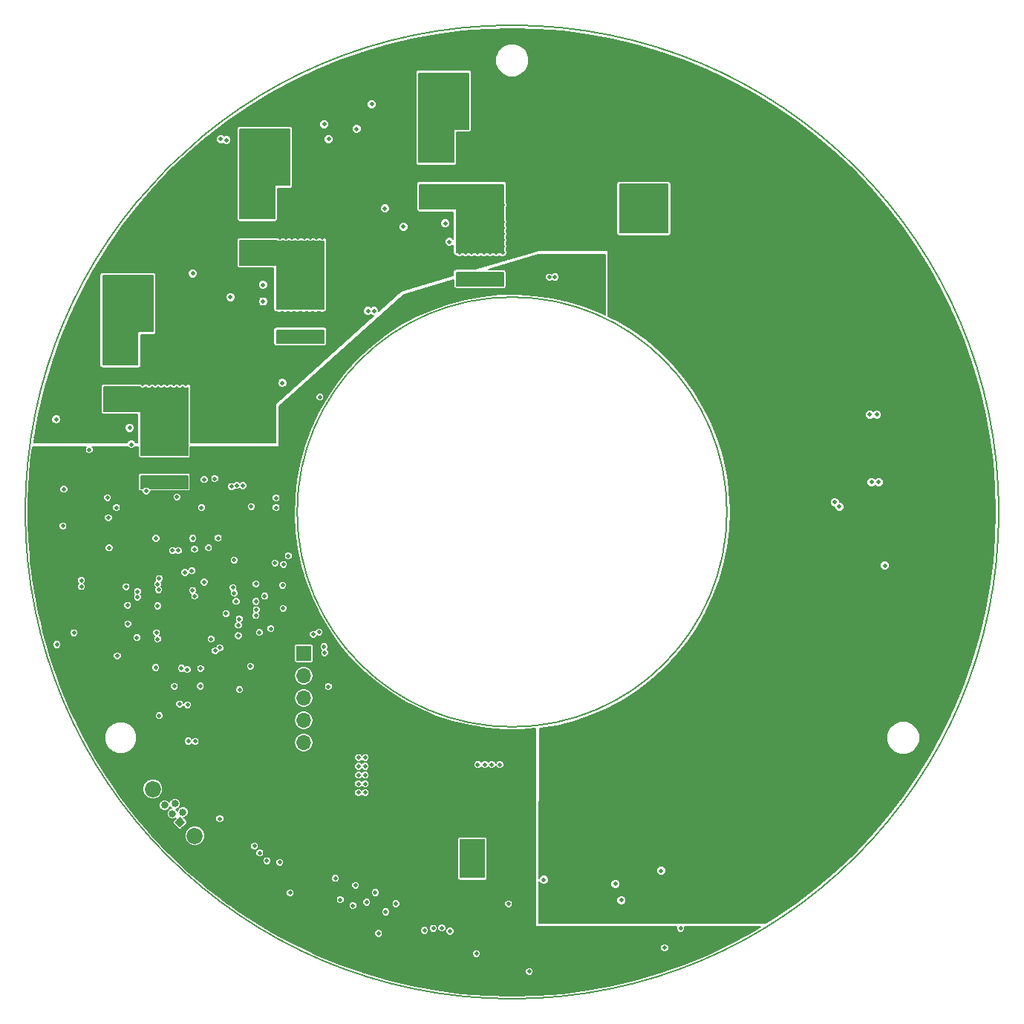
<source format=gbr>
%TF.GenerationSoftware,KiCad,Pcbnew,5.0.2-bee76a0~70~ubuntu18.04.1*%
%TF.CreationDate,2020-05-04T09:46:08+02:00*%
%TF.ProjectId,gsvesc,67737665-7363-42e6-9b69-6361645f7063,rev?*%
%TF.SameCoordinates,PX5f5e038PY5f5e038*%
%TF.FileFunction,Copper,L4,Bot*%
%TF.FilePolarity,Positive*%
%FSLAX46Y46*%
G04 Gerber Fmt 4.6, Leading zero omitted, Abs format (unit mm)*
G04 Created by KiCad (PCBNEW 5.0.2-bee76a0~70~ubuntu18.04.1) date Mo 04 Mai 2020 09:46:08 CEST*
%MOMM*%
%LPD*%
G01*
G04 APERTURE LIST*
%ADD10C,0.200000*%
%ADD11O,1.700000X1.700000*%
%ADD12R,1.700000X1.700000*%
%ADD13C,0.600000*%
%ADD14R,2.950000X4.500000*%
%ADD15C,1.850000*%
%ADD16C,0.840000*%
%ADD17C,0.100000*%
%ADD18C,0.500000*%
%ADD19C,0.150000*%
G04 APERTURE END LIST*
D10*
X24500200Y-200D02*
G75*
G03X24500200Y-200I-24500000J0D01*
G01*
X55500200Y-200D02*
G75*
G03X55500200Y-200I-55500000J0D01*
G01*
D11*
X-23750000Y-26285000D03*
X-23750000Y-23745000D03*
X-23750000Y-21205000D03*
X-23750000Y-18665000D03*
D12*
X-23750000Y-16125000D03*
D13*
X-3925000Y-41320000D03*
X-3925000Y-40220000D03*
X-5125000Y-40220000D03*
X-5125000Y-41320000D03*
X-3925000Y-37720000D03*
X-3925000Y-38920000D03*
X-5125000Y-38920000D03*
X-5125000Y-37720000D03*
D14*
X-4525000Y-39520000D03*
D15*
X-40948520Y-31604960D03*
X-36164236Y-36918446D03*
D16*
X-39589740Y-33442823D03*
X-38411660Y-33256737D03*
X-38719870Y-34408912D03*
X-37541790Y-34222825D03*
X-37850000Y-35375000D03*
D17*
G36*
X-37256844Y-35406086D02*
X-37881086Y-35968156D01*
X-38443156Y-35343914D01*
X-37818914Y-34781844D01*
X-37256844Y-35406086D01*
X-37256844Y-35406086D01*
G37*
D18*
X-25510000Y-5000000D03*
X-400000Y-44690000D03*
X-36200000Y-4250000D03*
X-1400000Y-28800000D03*
X-2300000Y-28800000D03*
X-3100000Y-28800000D03*
X-3900000Y-28800000D03*
X17000000Y-40900000D03*
X17400000Y-49699978D03*
X11800000Y-42400000D03*
X-46024000Y-662000D03*
X12525000Y37075000D03*
X-6100000Y26800000D03*
X-5400000Y26800000D03*
X-4700000Y26800000D03*
X-4000000Y26800000D03*
X-3300000Y26800000D03*
X-2600000Y26800000D03*
X-1900000Y26800000D03*
X-1200000Y26800000D03*
X-6100000Y26100000D03*
X-5400000Y26100000D03*
X-4700000Y26100000D03*
X-4000000Y26100000D03*
X-3300000Y26100000D03*
X-2600000Y26100000D03*
X-1900000Y26100000D03*
X-1200000Y26100000D03*
X13225000Y37075000D03*
X13925000Y37075000D03*
X14625000Y37075000D03*
X15325000Y37075000D03*
X16025000Y37075000D03*
X16725000Y37075000D03*
X17425000Y37075000D03*
X12525000Y36375000D03*
X13225000Y36375000D03*
X13925000Y36375000D03*
X14625000Y36375000D03*
X15325000Y36375000D03*
X16025000Y36375000D03*
X16725000Y36375000D03*
X17425000Y36375000D03*
X12525000Y35675000D03*
X13225000Y35675000D03*
X13925000Y35675000D03*
X14625000Y35675000D03*
X15325000Y35675000D03*
X16025000Y35675000D03*
X16725000Y35675000D03*
X17425000Y35675000D03*
X12525000Y34975000D03*
X13225000Y34975000D03*
X13925000Y34975000D03*
X14625000Y34975000D03*
X15325000Y34975000D03*
X16025000Y34975000D03*
X16725000Y34975000D03*
X17425000Y34975000D03*
X12525000Y34275000D03*
X13225000Y34275000D03*
X13925000Y34275000D03*
X14625000Y34275000D03*
X15325000Y34275000D03*
X16025000Y34275000D03*
X16725000Y34275000D03*
X17425000Y34275000D03*
X12525000Y33575000D03*
X13225000Y33575000D03*
X13925000Y33575000D03*
X14625000Y33575000D03*
X15325000Y33575000D03*
X16025000Y33575000D03*
X16725000Y33575000D03*
X17425000Y33575000D03*
X12525000Y32875000D03*
X13225000Y32875000D03*
X13925000Y32875000D03*
X14625000Y32875000D03*
X15325000Y32875000D03*
X16025000Y32875000D03*
X16725000Y32875000D03*
X17425000Y32875000D03*
X12525000Y32175000D03*
X13225000Y32175000D03*
X13925000Y32175000D03*
X14625000Y32175000D03*
X15325000Y32175000D03*
X16025000Y32175000D03*
X16725000Y32175000D03*
X17425000Y32175000D03*
X-26600000Y20300000D03*
X-23100000Y19600000D03*
X-22400000Y19600000D03*
X-25900000Y19600000D03*
X-23800000Y20300000D03*
X-25200000Y19600000D03*
X-21700000Y19600000D03*
X-24500000Y19600000D03*
X-23800000Y19600000D03*
X-23100000Y20300000D03*
X-21700000Y20300000D03*
X-26600000Y19600000D03*
X-24500000Y20300000D03*
X-25200000Y20300000D03*
X-22400000Y20300000D03*
X-25900000Y20300000D03*
X-37200000Y3800000D03*
X-40000000Y3100000D03*
X-39300000Y3800000D03*
X-40700000Y3100000D03*
X-37200000Y3100000D03*
X-40000000Y3800000D03*
X-42100000Y3100000D03*
X-37900000Y3100000D03*
X-38600000Y3100000D03*
X-40700000Y3800000D03*
X-41400000Y3100000D03*
X-41400000Y3800000D03*
X-39300000Y3100000D03*
X-38600000Y3800000D03*
X-42100000Y3800000D03*
X-37900000Y3800000D03*
X-14400000Y-45600000D03*
X-20940000Y-19900000D03*
X-35530000Y-19850000D03*
X-49100000Y-7800000D03*
X-42700010Y-9070091D03*
X-40400000Y-10710000D03*
X-26100000Y-11000000D03*
X42500000Y-6100000D03*
X-46125600Y1625600D03*
X-36400000Y-3000000D03*
X-38495021Y-19880000D03*
X-40220000Y-23220000D03*
X-45940000Y-4100000D03*
X-45000000Y-16410000D03*
X-25300000Y-43430000D03*
X-20150000Y-41770000D03*
X-17850000Y-42570000D03*
X-15590000Y-43390000D03*
X-13240000Y-44670000D03*
X-15210000Y-48050000D03*
X-4060000Y-50360000D03*
X1960000Y-52400000D03*
X-17500000Y-32000000D03*
X-16750000Y-32000000D03*
X-16750000Y-31000000D03*
X-17500000Y-31000000D03*
X-16750000Y-30000000D03*
X-17500000Y-30000000D03*
X-16750000Y-29000000D03*
X-17500000Y-29000000D03*
X-16750000Y-28000000D03*
X-17500000Y-28000000D03*
X-14500000Y34600000D03*
X-7600000Y32900000D03*
X-28400000Y25900000D03*
X-20900000Y42500000D03*
X-51950000Y10550000D03*
X-43600000Y9600000D03*
X-16000000Y46500000D03*
X-38200000Y1700000D03*
X-26899992Y1600000D03*
X-27024979Y-5830000D03*
X-31075010Y-20250000D03*
X-36400004Y27200000D03*
X-21900000Y13100000D03*
X-33310883Y-34970883D03*
X3630000Y-41950000D03*
X-44000010Y-8530000D03*
X-48200000Y7100000D03*
X-43830000Y-10640000D03*
X-35100000Y-8000000D03*
X-32100000Y24500000D03*
X-43800000Y-12770000D03*
X-12375000Y32525000D03*
X-32600000Y-11600000D03*
X-40629500Y-17750000D03*
X-26199998Y14700000D03*
X-29825000Y-17600000D03*
X-16580000Y-44500000D03*
X-29200000Y-11800000D03*
X-18140000Y-44880000D03*
X-31100000Y-12200000D03*
X-19590000Y-44200000D03*
X-31200000Y-12899998D03*
X-22004714Y-13700180D03*
X-33299813Y-15491128D03*
X-7070000Y-47790000D03*
X-21429117Y-15379117D03*
X-37680000Y-17819998D03*
X-8010000Y-47430000D03*
X-21360000Y-16060000D03*
X-37042968Y-17959253D03*
X-8970000Y-47480000D03*
X-33851430Y-15834979D03*
X-22650000Y-13954979D03*
X-9980000Y-47710000D03*
X-40232758Y-7591869D03*
X-29370000Y-38100000D03*
X-40399990Y-8220000D03*
X-28760000Y-38880000D03*
X-40299414Y-8862184D03*
X-27949998Y-39770000D03*
X-26060000Y-5989999D03*
X-31675021Y-5500000D03*
X-26160000Y-8370000D03*
X-29199990Y-8210000D03*
X40800000Y11100000D03*
X41000000Y3400000D03*
X-36420000Y-8950000D03*
X-36910000Y-26120000D03*
X-31821455Y-8618697D03*
X-36184990Y-9590546D03*
X-36130000Y-26160000D03*
X-31675021Y-9251999D03*
X-26490000Y-39950000D03*
X-35510000Y-17850000D03*
X-31349408Y3027996D03*
X-31455698Y-10183932D03*
X-16424862Y22912431D03*
X-29200000Y-10201155D03*
X-28200000Y-9600000D03*
X4250251Y26781498D03*
X-46250000Y24400000D03*
X-44150000Y25800000D03*
X-41350000Y22300000D03*
X-44850000Y24400000D03*
X-42750000Y25100000D03*
X-46250000Y22300000D03*
X-44850000Y23700000D03*
X-41350000Y23700000D03*
X-43450000Y25800000D03*
X-43450000Y23700000D03*
X-45550000Y23000000D03*
X-44150000Y25100000D03*
X-45550000Y21600000D03*
X-44150000Y21600000D03*
X-42750000Y21600000D03*
X-42750000Y25800000D03*
X-46250000Y23000000D03*
X-46250000Y25800000D03*
X-41350000Y21600000D03*
X-42750000Y23700000D03*
X-43450000Y24400000D03*
X-44850000Y22300000D03*
X-45550000Y24400000D03*
X-42050000Y24400000D03*
X-42050000Y23000000D03*
X-41350000Y25800000D03*
X-46250000Y25100000D03*
X-44150000Y23000000D03*
X-46250000Y23700000D03*
X-45550000Y25800000D03*
X-42050000Y23700000D03*
X-44150000Y24400000D03*
X-45550000Y23700000D03*
X-45550000Y25100000D03*
X-43450000Y21600000D03*
X-41350000Y23000000D03*
X-42750000Y23000000D03*
X-43450000Y22300000D03*
X-44850000Y23000000D03*
X-42050000Y25100000D03*
X-42750000Y22300000D03*
X-42050000Y22300000D03*
X-42050000Y25800000D03*
X-42750000Y24400000D03*
X-44850000Y25800000D03*
X-43450000Y25100000D03*
X-46250000Y21600000D03*
X-45550000Y22300000D03*
X-44850000Y21600000D03*
X-42050000Y21600000D03*
X-44850000Y25100000D03*
X-41350000Y25100000D03*
X-44150000Y22300000D03*
X-43450000Y23000000D03*
X-44150000Y23700000D03*
X-41350000Y24400000D03*
X-42750000Y20900000D03*
X-41350000Y20900000D03*
X-46250000Y20200000D03*
X-44150000Y20200000D03*
X-45550000Y26500000D03*
X-46250000Y20900000D03*
X-42750000Y26500000D03*
X-45550000Y20200000D03*
X-41350000Y26500000D03*
X-44150000Y26500000D03*
X-46250000Y26500000D03*
X-44850000Y20200000D03*
X-44850000Y20900000D03*
X-43450000Y20200000D03*
X-45550000Y20900000D03*
X-44150000Y20900000D03*
X-44850000Y26500000D03*
X-42050000Y20900000D03*
X-42050000Y26500000D03*
X-43450000Y26500000D03*
X-43450000Y20900000D03*
X-46250000Y17000000D03*
X-43450000Y17700000D03*
X-45550000Y17700000D03*
X-44150000Y17000000D03*
X-44150000Y17700000D03*
X-46250000Y17700000D03*
X-45550000Y17000000D03*
X-43450000Y17000000D03*
X-26450000Y38300000D03*
X-25750000Y40400000D03*
X-30650000Y41800000D03*
X-29950000Y36900000D03*
X-28550000Y39700000D03*
X-25750000Y41800000D03*
X-26450000Y41800000D03*
X-26450000Y43200000D03*
X-29950000Y38300000D03*
X-29250000Y43200000D03*
X-29950000Y41100000D03*
X-29950000Y39700000D03*
X-27850000Y40400000D03*
X-28550000Y41100000D03*
X-27150000Y43200000D03*
X-26450000Y40400000D03*
X-27150000Y42500000D03*
X-27850000Y39000000D03*
X-25750000Y38300000D03*
X-26450000Y39700000D03*
X-30650000Y43200000D03*
X-30650000Y39000000D03*
X-25750000Y39000000D03*
X-25750000Y41100000D03*
X-27150000Y41100000D03*
X-26450000Y39000000D03*
X-30650000Y41100000D03*
X-29250000Y42500000D03*
X-29250000Y39000000D03*
X-29250000Y40400000D03*
X-25750000Y39700000D03*
X-26450000Y42500000D03*
X-28550000Y41800000D03*
X-28550000Y39000000D03*
X-25750000Y42500000D03*
X-27150000Y39000000D03*
X-29250000Y37600000D03*
X-29250000Y36900000D03*
X-28550000Y36900000D03*
X-30650000Y36900000D03*
X-29950000Y42500000D03*
X-27850000Y42500000D03*
X-30650000Y38300000D03*
X-28550000Y38300000D03*
X-30650000Y40400000D03*
X-29250000Y39700000D03*
X-29950000Y40400000D03*
X-25750000Y37600000D03*
X-29950000Y43200000D03*
X-28550000Y37600000D03*
X-27150000Y37600000D03*
X-30650000Y39700000D03*
X-25750000Y43200000D03*
X-29950000Y39000000D03*
X-27150000Y40400000D03*
X-27150000Y41800000D03*
X-29950000Y37600000D03*
X-29950000Y41800000D03*
X-26450000Y37600000D03*
X-26450000Y41100000D03*
X-27850000Y41800000D03*
X-27850000Y41100000D03*
X-27850000Y36900000D03*
X-27150000Y38300000D03*
X-29250000Y41100000D03*
X-28550000Y43200000D03*
X-27850000Y37600000D03*
X-29250000Y38300000D03*
X-30650000Y42500000D03*
X-30650000Y37600000D03*
X-28550000Y42500000D03*
X-29250000Y41800000D03*
X-27850000Y43200000D03*
X-27150000Y39700000D03*
X-27850000Y38300000D03*
X-27850000Y39700000D03*
X-28550000Y40400000D03*
X-30650000Y33800000D03*
X-28550000Y33800000D03*
X-30650000Y34500000D03*
X-29950000Y33800000D03*
X-27850000Y33800000D03*
X-29950000Y34500000D03*
X-28550000Y34500000D03*
X-27850000Y34500000D03*
X37331844Y614175D03*
X-37900000Y-21900000D03*
X-37300000Y-6900000D03*
X36800000Y1100000D03*
X-37000000Y-22000000D03*
X-36500000Y-6700000D03*
X-7140201Y30800000D03*
X-28400000Y24000000D03*
X-43400000Y7700000D03*
X-34600010Y-4083386D03*
X-35100000Y3700000D03*
X-6050000Y45400000D03*
X-5350000Y45400000D03*
X-7450000Y44700000D03*
X-6750000Y44700000D03*
X-8850000Y48200000D03*
X-6050000Y46800000D03*
X-5350000Y46800000D03*
X-10250000Y45400000D03*
X-9550000Y45400000D03*
X-9550000Y46800000D03*
X-8850000Y46800000D03*
X-8150000Y46800000D03*
X-7450000Y48200000D03*
X-8850000Y46100000D03*
X-8150000Y46100000D03*
X-6050000Y49600000D03*
X-5350000Y47500000D03*
X-10250000Y46800000D03*
X-8850000Y45400000D03*
X-8150000Y45400000D03*
X-10250000Y49600000D03*
X-8150000Y47500000D03*
X-8150000Y48900000D03*
X-6050000Y46100000D03*
X-5350000Y46100000D03*
X-7450000Y46100000D03*
X-6750000Y46100000D03*
X-7450000Y46800000D03*
X-6750000Y46800000D03*
X-10250000Y46100000D03*
X-9550000Y46100000D03*
X-6050000Y44700000D03*
X-5350000Y44700000D03*
X-8850000Y48900000D03*
X-6750000Y47500000D03*
X-5350000Y48200000D03*
X-7450000Y45400000D03*
X-6750000Y45400000D03*
X-6750000Y49600000D03*
X-8850000Y47500000D03*
X-9550000Y49600000D03*
X-9550000Y47500000D03*
X-8150000Y49600000D03*
X-7450000Y47500000D03*
X-6050000Y47500000D03*
X-6750000Y48900000D03*
X-10250000Y48900000D03*
X-5350000Y49600000D03*
X-10250000Y48200000D03*
X-8850000Y49600000D03*
X-8850000Y44700000D03*
X-8150000Y44700000D03*
X-9550000Y48900000D03*
X-7450000Y49600000D03*
X-7450000Y48900000D03*
X-8150000Y48200000D03*
X-9550000Y48200000D03*
X-10250000Y47500000D03*
X-5350000Y48900000D03*
X-10250000Y44700000D03*
X-9550000Y44700000D03*
X-6050000Y48200000D03*
X-6050000Y48900000D03*
X-6750000Y48200000D03*
X-6050000Y44000000D03*
X-9550000Y44000000D03*
X-5350000Y44000000D03*
X-8150000Y44000000D03*
X-6750000Y44000000D03*
X-8850000Y44000000D03*
X-7450000Y44000000D03*
X-10250000Y44000000D03*
X-8850000Y43300000D03*
X-8150000Y43300000D03*
X-9550000Y43300000D03*
X-7450000Y43300000D03*
X-10250000Y43300000D03*
X-9350000Y40900000D03*
X-7950000Y40900000D03*
X-10050000Y40900000D03*
X-7250000Y40900000D03*
X-7250000Y40200000D03*
X-9350000Y40200000D03*
X-10050000Y40200000D03*
X-7950000Y40200000D03*
X-42100000Y18100000D03*
X12550000Y47800000D03*
X-51900000Y-15120000D03*
X19000000Y-44250000D03*
X18250000Y-44250000D03*
X17500000Y-44250000D03*
X13750000Y-44250000D03*
X14500000Y-44250000D03*
X15250000Y-44250000D03*
X16000000Y-44250000D03*
X16750000Y-44250000D03*
X21250000Y-44250000D03*
X20500000Y-44250000D03*
X19750000Y-44250000D03*
X13250000Y47800000D03*
X13950000Y47800000D03*
X14650000Y47800000D03*
X15350000Y47800000D03*
X16050000Y47800000D03*
X16750000Y47800000D03*
X17450000Y47800000D03*
X12550000Y47100000D03*
X13250000Y47100000D03*
X13950000Y47100000D03*
X14650000Y47100000D03*
X15350000Y47100000D03*
X16050000Y47100000D03*
X16750000Y47100000D03*
X17450000Y47100000D03*
X12550000Y46400000D03*
X13250000Y46400000D03*
X13950000Y46400000D03*
X14650000Y46400000D03*
X15350000Y46400000D03*
X16050000Y46400000D03*
X16750000Y46400000D03*
X17450000Y46400000D03*
X12550000Y45700000D03*
X13250000Y45700000D03*
X13950000Y45700000D03*
X14650000Y45700000D03*
X15350000Y45700000D03*
X16050000Y45700000D03*
X16750000Y45700000D03*
X17450000Y45700000D03*
X12550000Y45000000D03*
X13250000Y45000000D03*
X13950000Y45000000D03*
X14650000Y45000000D03*
X15350000Y45000000D03*
X16050000Y45000000D03*
X16750000Y45000000D03*
X17450000Y45000000D03*
X12550000Y44300000D03*
X13250000Y44300000D03*
X13950000Y44300000D03*
X14650000Y44300000D03*
X15350000Y44300000D03*
X16050000Y44300000D03*
X16750000Y44300000D03*
X17450000Y44300000D03*
X12550000Y43600000D03*
X13250000Y43600000D03*
X13950000Y43600000D03*
X14650000Y43600000D03*
X15350000Y43600000D03*
X16050000Y43600000D03*
X16750000Y43600000D03*
X17450000Y43600000D03*
X12550000Y42900000D03*
X13250000Y42900000D03*
X13950000Y42900000D03*
X14650000Y42900000D03*
X15350000Y42900000D03*
X16050000Y42900000D03*
X16750000Y42900000D03*
X17450000Y42900000D03*
X-5300000Y41400000D03*
X-6000000Y39300000D03*
X-5300000Y39300000D03*
X-4600000Y39300000D03*
X-4600000Y41400000D03*
X-1100000Y41400000D03*
X-3200000Y40700000D03*
X-2500000Y40700000D03*
X-2500000Y41400000D03*
X-3900000Y39300000D03*
X-3200000Y39300000D03*
X-2500000Y39300000D03*
X-6000000Y40700000D03*
X-1800000Y39300000D03*
X-1100000Y39300000D03*
X-6000000Y38600000D03*
X-3200000Y37900000D03*
X-2500000Y37900000D03*
X-5300000Y40700000D03*
X-1800000Y40700000D03*
X-1100000Y40700000D03*
X-6000000Y41400000D03*
X-4600000Y37900000D03*
X-3900000Y37900000D03*
X-3200000Y38600000D03*
X-2500000Y38600000D03*
X-1800000Y38600000D03*
X-4600000Y40700000D03*
X-3900000Y40700000D03*
X-1800000Y37900000D03*
X-1100000Y37900000D03*
X-1100000Y38600000D03*
X-6000000Y37900000D03*
X-5300000Y37900000D03*
X-1800000Y41400000D03*
X-3200000Y41400000D03*
X-3900000Y41400000D03*
X-5300000Y38600000D03*
X-4600000Y38600000D03*
X-3900000Y38600000D03*
X-6000000Y40000000D03*
X-5300000Y40000000D03*
X-2500000Y40000000D03*
X-1800000Y40000000D03*
X-1100000Y40000000D03*
X-4600000Y40000000D03*
X-3900000Y40000000D03*
X-3200000Y40000000D03*
X-400000Y42100000D03*
X-400000Y40700000D03*
X-400000Y44200000D03*
X-400000Y42800000D03*
X-400000Y43500000D03*
X-400000Y41400000D03*
X2000000Y44200000D03*
X2000000Y40700000D03*
X2000000Y43500000D03*
X2000000Y42100000D03*
X2000000Y42800000D03*
X2000000Y41400000D03*
X2000000Y40000000D03*
X-400000Y38600000D03*
X2000000Y39300000D03*
X2000000Y38600000D03*
X-400000Y40000000D03*
X-400000Y39300000D03*
X2000000Y37900000D03*
X-400000Y37900000D03*
X-23700000Y32700000D03*
X-23700000Y34800000D03*
X-26500000Y34100000D03*
X-23000000Y34800000D03*
X-24400000Y31300000D03*
X-24400000Y33400000D03*
X-21600000Y32700000D03*
X-23700000Y34100000D03*
X-22300000Y34100000D03*
X-25800000Y32700000D03*
X-26500000Y31300000D03*
X-23700000Y31300000D03*
X-21600000Y31300000D03*
X-26500000Y32000000D03*
X-24400000Y34800000D03*
X-23000000Y31300000D03*
X-22300000Y31300000D03*
X-24400000Y32000000D03*
X-24400000Y32700000D03*
X-25100000Y32000000D03*
X-25800000Y34100000D03*
X-21600000Y34800000D03*
X-25100000Y34800000D03*
X-25800000Y33400000D03*
X-21600000Y33400000D03*
X-25100000Y32700000D03*
X-22300000Y32000000D03*
X-23700000Y33400000D03*
X-25100000Y33400000D03*
X-25800000Y32000000D03*
X-24400000Y34100000D03*
X-26500000Y33400000D03*
X-25800000Y31300000D03*
X-23000000Y32000000D03*
X-21600000Y34100000D03*
X-25800000Y34800000D03*
X-23700000Y32000000D03*
X-23000000Y34100000D03*
X-21600000Y32000000D03*
X-23000000Y33400000D03*
X-22300000Y34800000D03*
X-26500000Y32700000D03*
X-23000000Y32700000D03*
X-22300000Y32700000D03*
X-25100000Y31300000D03*
X-25100000Y34100000D03*
X-22300000Y33400000D03*
X-26500000Y34800000D03*
X-20900000Y33800000D03*
X-18500000Y33800000D03*
X-20900000Y38000000D03*
X-18500000Y35900000D03*
X-18500000Y37300000D03*
X-20900000Y34500000D03*
X-18500000Y35200000D03*
X-20900000Y37300000D03*
X-18500000Y34500000D03*
X-20900000Y33100000D03*
X-18500000Y33100000D03*
X-18500000Y32400000D03*
X-18500000Y31700000D03*
X-20900000Y35900000D03*
X-20900000Y31700000D03*
X-20900000Y32400000D03*
X-18500000Y38000000D03*
X-20900000Y36600000D03*
X-18500000Y36600000D03*
X-20900000Y35200000D03*
X-38600000Y17400000D03*
X-38600000Y16700000D03*
X-41400000Y18100000D03*
X-40700000Y16000000D03*
X-39300000Y17400000D03*
X-39300000Y18100000D03*
X-40000000Y18100000D03*
X-38600000Y16000000D03*
X-40000000Y17400000D03*
X-39300000Y16000000D03*
X-42100000Y16000000D03*
X-37900000Y18100000D03*
X-42100000Y16700000D03*
X-38600000Y18100000D03*
X-39300000Y16700000D03*
X-37200000Y17400000D03*
X-38600000Y15300000D03*
X-40700000Y16700000D03*
X-40700000Y14600000D03*
X-42100000Y17400000D03*
X-40000000Y16000000D03*
X-37200000Y16700000D03*
X-40700000Y18100000D03*
X-37900000Y14600000D03*
X-42100000Y14600000D03*
X-40000000Y15300000D03*
X-39300000Y14600000D03*
X-37200000Y15300000D03*
X-37200000Y18100000D03*
X-41400000Y17400000D03*
X-40000000Y14600000D03*
X-40700000Y17400000D03*
X-38600000Y14600000D03*
X-37900000Y17400000D03*
X-37200000Y14600000D03*
X-37200000Y16000000D03*
X-42100000Y15300000D03*
X-37900000Y16700000D03*
X-40700000Y15300000D03*
X-39300000Y15300000D03*
X-41400000Y14600000D03*
X-37900000Y15300000D03*
X-41400000Y15300000D03*
X-41400000Y16700000D03*
X-41400000Y16000000D03*
X-40000000Y16700000D03*
X-37900000Y16000000D03*
X-54300000Y8500000D03*
X-36575021Y20500000D03*
X-36575021Y21900000D03*
X-36575021Y19100000D03*
X-36575021Y17700000D03*
X-36575021Y22600000D03*
X-36575021Y18400000D03*
X-36575021Y19800000D03*
X-36575021Y17000000D03*
X-36575021Y16300000D03*
X-36575021Y21200000D03*
X-34600010Y22600000D03*
X-34600010Y20500000D03*
X-34600010Y21200000D03*
X-34600010Y21900000D03*
X-34600010Y19100000D03*
X-34600010Y18400000D03*
X-34600010Y19800000D03*
X-34600010Y17700000D03*
X-34600010Y16300000D03*
X-34600010Y17000000D03*
X-6000000Y33100000D03*
X-5300000Y33100000D03*
X-4600000Y33100000D03*
X-3900000Y33100000D03*
X-3200000Y33100000D03*
X-2500000Y33100000D03*
X-1800000Y33100000D03*
X-1100000Y33100000D03*
X-6000000Y32400000D03*
X-5300000Y32400000D03*
X-4600000Y32400000D03*
X-3900000Y32400000D03*
X-3200000Y32400000D03*
X-2500000Y32400000D03*
X-1800000Y32400000D03*
X-1100000Y32400000D03*
X-6000000Y31700000D03*
X-5300000Y31700000D03*
X-4600000Y31700000D03*
X-3900000Y31700000D03*
X-3200000Y31700000D03*
X-2500000Y31700000D03*
X-1800000Y31700000D03*
X-1100000Y31700000D03*
X-6000000Y31000000D03*
X-5300000Y31000000D03*
X-4600000Y31000000D03*
X-3900000Y31000000D03*
X-3200000Y31000000D03*
X-2500000Y31000000D03*
X-1800000Y31000000D03*
X-1100000Y31000000D03*
X-6000000Y30300000D03*
X-5300000Y30300000D03*
X-4600000Y30300000D03*
X-3900000Y30300000D03*
X-3200000Y30300000D03*
X-2500000Y30300000D03*
X-1800000Y30300000D03*
X-1100000Y30300000D03*
X-6000000Y29600000D03*
X-5300000Y29600000D03*
X-4600000Y29600000D03*
X-3900000Y29600000D03*
X-3200000Y29600000D03*
X-2500000Y29600000D03*
X-1800000Y29600000D03*
X-1100000Y29600000D03*
X-5300000Y35000000D03*
X-4600000Y35000000D03*
X-1100000Y35000000D03*
X-2500000Y35000000D03*
X-6000000Y35000000D03*
X-1800000Y35000000D03*
X-3200000Y35000000D03*
X-3900000Y35000000D03*
X-8100000Y35000000D03*
X-10200000Y35000000D03*
X-9500000Y35000000D03*
X-7400000Y35000000D03*
X-6700000Y35000000D03*
X-8800000Y35000000D03*
X-6700000Y35700000D03*
X-6700000Y36400000D03*
X-10200000Y37100000D03*
X-8100000Y37100000D03*
X-7400000Y37100000D03*
X-9500000Y37100000D03*
X-6700000Y37100000D03*
X-31999990Y2900000D03*
X-23100000Y28600000D03*
X-25200000Y28600000D03*
X-26600000Y28600000D03*
X-24500000Y28600000D03*
X-29400000Y28600000D03*
X-28000000Y28600000D03*
X-28700000Y28600000D03*
X-30100000Y28600000D03*
X-27300000Y28600000D03*
X-22400000Y28600000D03*
X-23800000Y28600000D03*
X-30800000Y28600000D03*
X-25900000Y28600000D03*
X-27300000Y29300000D03*
X-30100000Y30700000D03*
X-28000000Y30700000D03*
X-27300000Y30700000D03*
X-27300000Y30000000D03*
X-30800000Y30700000D03*
X-28700000Y30700000D03*
X-25900000Y26800000D03*
X-26600000Y24700000D03*
X-25900000Y24700000D03*
X-25200000Y24700000D03*
X-25200000Y26800000D03*
X-21700000Y26800000D03*
X-23800000Y26100000D03*
X-23100000Y26100000D03*
X-23100000Y26800000D03*
X-24500000Y24700000D03*
X-23800000Y24700000D03*
X-23100000Y24700000D03*
X-26600000Y26100000D03*
X-22400000Y24700000D03*
X-21700000Y24700000D03*
X-26600000Y24000000D03*
X-23800000Y23300000D03*
X-23100000Y23300000D03*
X-25900000Y26100000D03*
X-22400000Y26100000D03*
X-21700000Y26100000D03*
X-26600000Y26800000D03*
X-25200000Y23300000D03*
X-24500000Y23300000D03*
X-23800000Y24000000D03*
X-23100000Y24000000D03*
X-22400000Y24000000D03*
X-25200000Y26100000D03*
X-24500000Y26100000D03*
X-22400000Y23300000D03*
X-21700000Y23300000D03*
X-21700000Y24000000D03*
X-26600000Y23300000D03*
X-25900000Y23300000D03*
X-22400000Y26800000D03*
X-23800000Y26800000D03*
X-24500000Y26800000D03*
X-25900000Y24000000D03*
X-25200000Y24000000D03*
X-24500000Y24000000D03*
X-26600000Y25400000D03*
X-25900000Y25400000D03*
X-23100000Y25400000D03*
X-22400000Y25400000D03*
X-21700000Y25400000D03*
X-25200000Y25400000D03*
X-24500000Y25400000D03*
X-23800000Y25400000D03*
X-41700000Y2400016D03*
X-33900000Y3800000D03*
X-21700000Y28600000D03*
X-40700000Y11800000D03*
X-44200000Y11800000D03*
X-44900000Y11800000D03*
X-43500000Y11800000D03*
X-38600000Y11800000D03*
X-45600000Y11800000D03*
X-41400000Y11800000D03*
X-37900000Y11800000D03*
X-42100000Y11800000D03*
X-42800000Y11800000D03*
X-40000000Y11800000D03*
X-46300000Y11800000D03*
X-39300000Y11800000D03*
X-37200000Y11800000D03*
X-45600000Y13900000D03*
X-44200000Y13900000D03*
X-46300000Y13900000D03*
X-42800000Y12500000D03*
X-43500000Y13900000D03*
X-42800000Y13900000D03*
X-42800000Y13200000D03*
X-41400000Y8800000D03*
X-40000000Y6700000D03*
X-42100000Y8100000D03*
X-40000000Y8800000D03*
X-40000000Y8100000D03*
X-41400000Y9500000D03*
X-42100000Y6700000D03*
X-37200000Y6700000D03*
X-38600000Y7400000D03*
X-37200000Y7400000D03*
X-40000000Y7400000D03*
X-37200000Y8100000D03*
X-37200000Y9500000D03*
X-39300000Y10200000D03*
X-37900000Y8100000D03*
X-40700000Y9500000D03*
X-41400000Y6700000D03*
X-38600000Y8100000D03*
X-40000000Y10200000D03*
X-37200000Y10200000D03*
X-38600000Y9500000D03*
X-39300000Y9500000D03*
X-39300000Y8800000D03*
X-39300000Y8100000D03*
X-40000000Y9500000D03*
X-42100000Y7400000D03*
X-39300000Y7400000D03*
X-41400000Y10200000D03*
X-40700000Y8800000D03*
X-37900000Y9500000D03*
X-42100000Y9500000D03*
X-39300000Y6700000D03*
X-37900000Y6700000D03*
X-37900000Y7400000D03*
X-38600000Y8800000D03*
X-42100000Y10200000D03*
X-40700000Y10200000D03*
X-40700000Y8100000D03*
X-37200000Y8800000D03*
X-38600000Y10200000D03*
X-41400000Y8100000D03*
X-41400000Y7400000D03*
X-40700000Y6700000D03*
X-42100000Y8800000D03*
X-40700000Y7400000D03*
X-37900000Y10200000D03*
X-38600000Y6700000D03*
X-37900000Y8800000D03*
X-51100000Y2600000D03*
X-35400000Y500000D03*
X-45100004Y500000D03*
X-29730000Y600000D03*
X-26900000Y500000D03*
X-29160880Y-11151166D03*
X14250000Y-52750000D03*
X500000Y-36500000D03*
X500000Y-35500000D03*
X500000Y-34250000D03*
X500000Y-33000000D03*
X500000Y-31750000D03*
X500000Y-30500000D03*
X500000Y-29250000D03*
X-25000000Y4600000D03*
X10300000Y29000000D03*
X-12000000Y22700000D03*
X-10500000Y24600000D03*
X-25901977Y11701977D03*
X-34310000Y-14485000D03*
X-40400000Y-14485000D03*
X-33500020Y-2975124D03*
X-40600000Y-3000000D03*
X-42760000Y-14320000D03*
X19220000Y-47480000D03*
X12475000Y-44275000D03*
X-51200000Y-1600006D03*
X-40529996Y-13780004D03*
X-49950000Y-13780000D03*
X-28800000Y-13731400D03*
X-15749987Y22900000D03*
X-30700000Y3000000D03*
X-31200000Y-14100002D03*
X4900000Y26800000D03*
X-27500000Y-13300000D03*
X-49100000Y-8500000D03*
X-42700010Y-9720104D03*
X41600000Y11100000D03*
X41800000Y3400000D03*
X-38700000Y-4400000D03*
X-33200000Y42500000D03*
X-21400000Y44200000D03*
X-38049997Y-4400000D03*
X-32558842Y42393141D03*
X-17724999Y43675001D03*
D10*
G36*
X2883911Y55024287D02*
X5759718Y54797956D01*
X8619739Y54421428D01*
X11456134Y53895733D01*
X14261129Y53222313D01*
X17027036Y52403014D01*
X19746274Y51440081D01*
X22411389Y50336155D01*
X25015077Y49094259D01*
X27550200Y47717800D01*
X30009811Y46210548D01*
X32387167Y44576636D01*
X34675754Y42820542D01*
X36869296Y40947080D01*
X38961784Y38961384D01*
X40947480Y36868896D01*
X42820942Y34675354D01*
X44577036Y32386767D01*
X46210948Y30009411D01*
X47718200Y27549800D01*
X49094659Y25014677D01*
X50336555Y22410989D01*
X51440481Y19745874D01*
X52403414Y17026636D01*
X53222713Y14260729D01*
X53896133Y11455734D01*
X54421828Y8619339D01*
X54798356Y5759318D01*
X55024687Y2883511D01*
X55100200Y-200D01*
X55024687Y-2883911D01*
X54798356Y-5759718D01*
X54421828Y-8619739D01*
X53896133Y-11456134D01*
X53222713Y-14261129D01*
X52403414Y-17027036D01*
X51440481Y-19746274D01*
X50336555Y-22411389D01*
X49094659Y-25015077D01*
X47718200Y-27550200D01*
X46210948Y-30009811D01*
X44577036Y-32387167D01*
X42820942Y-34675754D01*
X40947480Y-36869296D01*
X38961784Y-38961784D01*
X36869296Y-40947480D01*
X34675754Y-42820942D01*
X32387167Y-44577036D01*
X30009811Y-46210948D01*
X28885566Y-46899886D01*
X3100183Y-46900000D01*
X3105172Y-44165598D01*
X11925000Y-44165598D01*
X11925000Y-44384402D01*
X12008733Y-44586550D01*
X12163450Y-44741267D01*
X12365598Y-44825000D01*
X12584402Y-44825000D01*
X12786550Y-44741267D01*
X12941267Y-44586550D01*
X13025000Y-44384402D01*
X13025000Y-44165598D01*
X12941267Y-43963450D01*
X12786550Y-43808733D01*
X12584402Y-43725000D01*
X12365598Y-43725000D01*
X12163450Y-43808733D01*
X12008733Y-43963450D01*
X11925000Y-44165598D01*
X3105172Y-44165598D01*
X3108889Y-42129146D01*
X3163733Y-42261550D01*
X3318450Y-42416267D01*
X3520598Y-42500000D01*
X3739402Y-42500000D01*
X3941550Y-42416267D01*
X4067219Y-42290598D01*
X11250000Y-42290598D01*
X11250000Y-42509402D01*
X11333733Y-42711550D01*
X11488450Y-42866267D01*
X11690598Y-42950000D01*
X11909402Y-42950000D01*
X12111550Y-42866267D01*
X12266267Y-42711550D01*
X12350000Y-42509402D01*
X12350000Y-42290598D01*
X12266267Y-42088450D01*
X12111550Y-41933733D01*
X11909402Y-41850000D01*
X11690598Y-41850000D01*
X11488450Y-41933733D01*
X11333733Y-42088450D01*
X11250000Y-42290598D01*
X4067219Y-42290598D01*
X4096267Y-42261550D01*
X4180000Y-42059402D01*
X4180000Y-41840598D01*
X4096267Y-41638450D01*
X3941550Y-41483733D01*
X3739402Y-41400000D01*
X3520598Y-41400000D01*
X3318450Y-41483733D01*
X3163733Y-41638450D01*
X3109546Y-41769269D01*
X3111331Y-40790598D01*
X16450000Y-40790598D01*
X16450000Y-41009402D01*
X16533733Y-41211550D01*
X16688450Y-41366267D01*
X16890598Y-41450000D01*
X17109402Y-41450000D01*
X17311550Y-41366267D01*
X17466267Y-41211550D01*
X17550000Y-41009402D01*
X17550000Y-40790598D01*
X17466267Y-40588450D01*
X17311550Y-40433733D01*
X17109402Y-40350000D01*
X16890598Y-40350000D01*
X16688450Y-40433733D01*
X16533733Y-40588450D01*
X16450000Y-40790598D01*
X3111331Y-40790598D01*
X3139467Y-25372267D01*
X42700508Y-25372267D01*
X42700508Y-26128133D01*
X42989766Y-26826463D01*
X43524245Y-27360942D01*
X44222575Y-27650200D01*
X44978441Y-27650200D01*
X45676771Y-27360942D01*
X46211250Y-26826463D01*
X46500508Y-26128133D01*
X46500508Y-25372267D01*
X46211250Y-24673937D01*
X45676771Y-24139458D01*
X44978441Y-23850200D01*
X44222575Y-23850200D01*
X43524245Y-24139458D01*
X42989766Y-24673937D01*
X42700508Y-25372267D01*
X3139467Y-25372267D01*
X3140656Y-24720828D01*
X5096242Y-24393575D01*
X7036149Y-23906304D01*
X8930729Y-23265024D01*
X10767777Y-22473867D01*
X12535457Y-21537928D01*
X14222382Y-20463238D01*
X15817684Y-19256721D01*
X17311087Y-17926148D01*
X18692968Y-16480092D01*
X19954426Y-14927868D01*
X21087334Y-13279477D01*
X22084393Y-11545537D01*
X22939181Y-9737220D01*
X23646190Y-7866174D01*
X24187547Y-5990598D01*
X41950000Y-5990598D01*
X41950000Y-6209402D01*
X42033733Y-6411550D01*
X42188450Y-6566267D01*
X42390598Y-6650000D01*
X42609402Y-6650000D01*
X42811550Y-6566267D01*
X42966267Y-6411550D01*
X43050000Y-6209402D01*
X43050000Y-5990598D01*
X42966267Y-5788450D01*
X42811550Y-5633733D01*
X42609402Y-5550000D01*
X42390598Y-5550000D01*
X42188450Y-5633733D01*
X42033733Y-5788450D01*
X41950000Y-5990598D01*
X24187547Y-5990598D01*
X24200866Y-5944454D01*
X24599636Y-3984439D01*
X24839930Y-1998757D01*
X24920200Y-200D01*
X24914735Y521685D01*
X24872673Y1209402D01*
X36250000Y1209402D01*
X36250000Y990598D01*
X36333733Y788450D01*
X36488450Y633733D01*
X36690598Y550000D01*
X36781844Y550000D01*
X36781844Y504773D01*
X36865577Y302625D01*
X37020294Y147908D01*
X37222442Y64175D01*
X37441246Y64175D01*
X37643394Y147908D01*
X37798111Y302625D01*
X37881844Y504773D01*
X37881844Y723577D01*
X37798111Y925725D01*
X37643394Y1080442D01*
X37441246Y1164175D01*
X37350000Y1164175D01*
X37350000Y1209402D01*
X37266267Y1411550D01*
X37111550Y1566267D01*
X36909402Y1650000D01*
X36690598Y1650000D01*
X36488450Y1566267D01*
X36333733Y1411550D01*
X36250000Y1209402D01*
X24872673Y1209402D01*
X24792627Y2518123D01*
X24651548Y3509402D01*
X40450000Y3509402D01*
X40450000Y3290598D01*
X40533733Y3088450D01*
X40688450Y2933733D01*
X40890598Y2850000D01*
X41109402Y2850000D01*
X41311550Y2933733D01*
X41400000Y3022183D01*
X41488450Y2933733D01*
X41690598Y2850000D01*
X41909402Y2850000D01*
X42111550Y2933733D01*
X42266267Y3088450D01*
X42350000Y3290598D01*
X42350000Y3509402D01*
X42266267Y3711550D01*
X42111550Y3866267D01*
X41909402Y3950000D01*
X41690598Y3950000D01*
X41488450Y3866267D01*
X41400000Y3777817D01*
X41311550Y3866267D01*
X41109402Y3950000D01*
X40890598Y3950000D01*
X40688450Y3866267D01*
X40533733Y3711550D01*
X40450000Y3509402D01*
X24651548Y3509402D01*
X24510801Y4498337D01*
X24071072Y6449571D01*
X23476272Y8359253D01*
X22730233Y10215082D01*
X22234484Y11209402D01*
X40250000Y11209402D01*
X40250000Y10990598D01*
X40333733Y10788450D01*
X40488450Y10633733D01*
X40690598Y10550000D01*
X40909402Y10550000D01*
X41111550Y10633733D01*
X41200000Y10722183D01*
X41288450Y10633733D01*
X41490598Y10550000D01*
X41709402Y10550000D01*
X41911550Y10633733D01*
X42066267Y10788450D01*
X42150000Y10990598D01*
X42150000Y11209402D01*
X42066267Y11411550D01*
X41911550Y11566267D01*
X41709402Y11650000D01*
X41490598Y11650000D01*
X41288450Y11566267D01*
X41200000Y11477817D01*
X41111550Y11566267D01*
X40909402Y11650000D01*
X40690598Y11650000D01*
X40488450Y11566267D01*
X40333733Y11411550D01*
X40250000Y11209402D01*
X22234484Y11209402D01*
X21837762Y12005102D01*
X20804609Y13717780D01*
X19637428Y15342084D01*
X18343739Y16867549D01*
X16931877Y18284348D01*
X15410937Y19583354D01*
X13790717Y20756197D01*
X12081656Y21795323D01*
X11000000Y22339339D01*
X11000000Y29700000D01*
X10992388Y29738268D01*
X10970711Y29770711D01*
X10938268Y29792388D01*
X10900000Y29800000D01*
X2900000Y29800000D01*
X2871549Y29795867D01*
X-4190612Y27700000D01*
X-6400000Y27700000D01*
X-6514805Y27677164D01*
X-6612132Y27612132D01*
X-6677164Y27514805D01*
X-6700000Y27400000D01*
X-6700000Y26955278D01*
X-12628451Y25195867D01*
X-12666982Y25174252D01*
X-15199987Y22889234D01*
X-15199987Y23009402D01*
X-15283720Y23211550D01*
X-15438437Y23366267D01*
X-15640585Y23450000D01*
X-15859389Y23450000D01*
X-16061537Y23366267D01*
X-16081209Y23346595D01*
X-16113312Y23378698D01*
X-16315460Y23462431D01*
X-16534264Y23462431D01*
X-16736412Y23378698D01*
X-16891129Y23223981D01*
X-16974862Y23021833D01*
X-16974862Y22803029D01*
X-16891129Y22600881D01*
X-16736412Y22446164D01*
X-16534264Y22362431D01*
X-16315460Y22362431D01*
X-16113312Y22446164D01*
X-16093640Y22465836D01*
X-16061537Y22433733D01*
X-15859389Y22350000D01*
X-15797742Y22350000D01*
X-26966982Y12274252D01*
X-26990299Y12242967D01*
X-27000000Y12200000D01*
X-27000000Y7899947D01*
X-36600000Y7894897D01*
X-36600000Y14300000D01*
X-36622836Y14414805D01*
X-36687868Y14512132D01*
X-36785195Y14577164D01*
X-36900000Y14600000D01*
X-46600000Y14600000D01*
X-46714805Y14577164D01*
X-46812132Y14512132D01*
X-46877164Y14414805D01*
X-46900000Y14300000D01*
X-46900000Y11400000D01*
X-46877164Y11285195D01*
X-46812132Y11187868D01*
X-46714805Y11122836D01*
X-46600000Y11100000D01*
X-42700000Y11100000D01*
X-42700000Y7891688D01*
X-42884044Y7891591D01*
X-42933733Y8011550D01*
X-43088450Y8166267D01*
X-43290598Y8250000D01*
X-43509402Y8250000D01*
X-43711550Y8166267D01*
X-43866267Y8011550D01*
X-43916181Y7891048D01*
X-54518043Y7885471D01*
X-54421428Y8619339D01*
X-54219397Y9709402D01*
X-44150000Y9709402D01*
X-44150000Y9490598D01*
X-44066267Y9288450D01*
X-43911550Y9133733D01*
X-43709402Y9050000D01*
X-43490598Y9050000D01*
X-43288450Y9133733D01*
X-43133733Y9288450D01*
X-43050000Y9490598D01*
X-43050000Y9709402D01*
X-43133733Y9911550D01*
X-43288450Y10066267D01*
X-43490598Y10150000D01*
X-43709402Y10150000D01*
X-43911550Y10066267D01*
X-44066267Y9911550D01*
X-44150000Y9709402D01*
X-54219397Y9709402D01*
X-54043325Y10659402D01*
X-52500000Y10659402D01*
X-52500000Y10440598D01*
X-52416267Y10238450D01*
X-52261550Y10083733D01*
X-52059402Y10000000D01*
X-51840598Y10000000D01*
X-51638450Y10083733D01*
X-51483733Y10238450D01*
X-51400000Y10440598D01*
X-51400000Y10659402D01*
X-51483733Y10861550D01*
X-51638450Y11016267D01*
X-51840598Y11100000D01*
X-52059402Y11100000D01*
X-52261550Y11016267D01*
X-52416267Y10861550D01*
X-52500000Y10659402D01*
X-54043325Y10659402D01*
X-53895733Y11455734D01*
X-53222313Y14260729D01*
X-53059789Y14809402D01*
X-26749998Y14809402D01*
X-26749998Y14590598D01*
X-26666265Y14388450D01*
X-26511548Y14233733D01*
X-26309400Y14150000D01*
X-26090596Y14150000D01*
X-25888448Y14233733D01*
X-25733731Y14388450D01*
X-25649998Y14590598D01*
X-25649998Y14809402D01*
X-25733731Y15011550D01*
X-25888448Y15166267D01*
X-26090596Y15250000D01*
X-26309400Y15250000D01*
X-26511548Y15166267D01*
X-26666265Y15011550D01*
X-26749998Y14809402D01*
X-53059789Y14809402D01*
X-52403014Y17026636D01*
X-51440081Y19745874D01*
X-50336155Y22410989D01*
X-49094259Y25014677D01*
X-48016317Y27000000D01*
X-47000000Y27000000D01*
X-47000000Y16700000D01*
X-46977164Y16585195D01*
X-46912132Y16487868D01*
X-46814805Y16422836D01*
X-46700000Y16400000D01*
X-42600000Y16400000D01*
X-42485195Y16422836D01*
X-42387868Y16487868D01*
X-42322836Y16585195D01*
X-42300000Y16700000D01*
X-42300000Y20200000D01*
X-40900000Y20200000D01*
X-40785195Y20222836D01*
X-40687868Y20287868D01*
X-40622836Y20385195D01*
X-40600000Y20500000D01*
X-40600000Y20800000D01*
X-27186998Y20800000D01*
X-27186998Y19200000D01*
X-27164162Y19085195D01*
X-27099130Y18987868D01*
X-27001803Y18922836D01*
X-26886998Y18900000D01*
X-21386998Y18900000D01*
X-21272193Y18922836D01*
X-21174866Y18987868D01*
X-21109834Y19085195D01*
X-21086998Y19200000D01*
X-21086998Y20800000D01*
X-21109834Y20914805D01*
X-21174866Y21012132D01*
X-21272193Y21077164D01*
X-21386998Y21100000D01*
X-26886998Y21100000D01*
X-27001803Y21077164D01*
X-27099130Y21012132D01*
X-27164162Y20914805D01*
X-27186998Y20800000D01*
X-40600000Y20800000D01*
X-40600000Y24609402D01*
X-32650000Y24609402D01*
X-32650000Y24390598D01*
X-32566267Y24188450D01*
X-32411550Y24033733D01*
X-32209402Y23950000D01*
X-31990598Y23950000D01*
X-31788450Y24033733D01*
X-31712781Y24109402D01*
X-28950000Y24109402D01*
X-28950000Y23890598D01*
X-28866267Y23688450D01*
X-28711550Y23533733D01*
X-28509402Y23450000D01*
X-28290598Y23450000D01*
X-28088450Y23533733D01*
X-27933733Y23688450D01*
X-27850000Y23890598D01*
X-27850000Y24109402D01*
X-27933733Y24311550D01*
X-28088450Y24466267D01*
X-28290598Y24550000D01*
X-28509402Y24550000D01*
X-28711550Y24466267D01*
X-28866267Y24311550D01*
X-28950000Y24109402D01*
X-31712781Y24109402D01*
X-31633733Y24188450D01*
X-31550000Y24390598D01*
X-31550000Y24609402D01*
X-31633733Y24811550D01*
X-31788450Y24966267D01*
X-31990598Y25050000D01*
X-32209402Y25050000D01*
X-32411550Y24966267D01*
X-32566267Y24811550D01*
X-32650000Y24609402D01*
X-40600000Y24609402D01*
X-40600000Y26009402D01*
X-28950000Y26009402D01*
X-28950000Y25790598D01*
X-28866267Y25588450D01*
X-28711550Y25433733D01*
X-28509402Y25350000D01*
X-28290598Y25350000D01*
X-28088450Y25433733D01*
X-27933733Y25588450D01*
X-27850000Y25790598D01*
X-27850000Y26009402D01*
X-27933733Y26211550D01*
X-28088450Y26366267D01*
X-28290598Y26450000D01*
X-28509402Y26450000D01*
X-28711550Y26366267D01*
X-28866267Y26211550D01*
X-28950000Y26009402D01*
X-40600000Y26009402D01*
X-40600000Y27000000D01*
X-40622836Y27114805D01*
X-40687868Y27212132D01*
X-40785195Y27277164D01*
X-40900000Y27300000D01*
X-46700000Y27300000D01*
X-46814805Y27277164D01*
X-46912132Y27212132D01*
X-46977164Y27114805D01*
X-47000000Y27000000D01*
X-48016317Y27000000D01*
X-47848326Y27309402D01*
X-36950004Y27309402D01*
X-36950004Y27090598D01*
X-36866271Y26888450D01*
X-36711554Y26733733D01*
X-36509406Y26650000D01*
X-36290602Y26650000D01*
X-36088454Y26733733D01*
X-35933737Y26888450D01*
X-35850004Y27090598D01*
X-35850004Y27309402D01*
X-35933737Y27511550D01*
X-36088454Y27666267D01*
X-36290602Y27750000D01*
X-36509406Y27750000D01*
X-36711554Y27666267D01*
X-36866271Y27511550D01*
X-36950004Y27309402D01*
X-47848326Y27309402D01*
X-47717800Y27549800D01*
X-46210548Y30009411D01*
X-45529735Y31000000D01*
X-31400000Y31000000D01*
X-31400000Y28100000D01*
X-31377164Y27985195D01*
X-31312132Y27887868D01*
X-31214805Y27822836D01*
X-31100000Y27800000D01*
X-27200000Y27800000D01*
X-27200000Y23100000D01*
X-27177164Y22985195D01*
X-27112132Y22887868D01*
X-27014805Y22822836D01*
X-26900000Y22800000D01*
X-26830112Y22800000D01*
X-26709402Y22750000D01*
X-26490598Y22750000D01*
X-26369888Y22800000D01*
X-26130112Y22800000D01*
X-26009402Y22750000D01*
X-25790598Y22750000D01*
X-25669888Y22800000D01*
X-25430112Y22800000D01*
X-25309402Y22750000D01*
X-25090598Y22750000D01*
X-24969888Y22800000D01*
X-24730112Y22800000D01*
X-24609402Y22750000D01*
X-24390598Y22750000D01*
X-24269888Y22800000D01*
X-24030112Y22800000D01*
X-23909402Y22750000D01*
X-23690598Y22750000D01*
X-23569888Y22800000D01*
X-23330112Y22800000D01*
X-23209402Y22750000D01*
X-22990598Y22750000D01*
X-22869888Y22800000D01*
X-22630112Y22800000D01*
X-22509402Y22750000D01*
X-22290598Y22750000D01*
X-22169888Y22800000D01*
X-21930112Y22800000D01*
X-21809402Y22750000D01*
X-21590598Y22750000D01*
X-21469888Y22800000D01*
X-21400000Y22800000D01*
X-21285195Y22822836D01*
X-21187868Y22887868D01*
X-21122836Y22985195D01*
X-21100000Y23100000D01*
X-21100000Y31000000D01*
X-21122836Y31114805D01*
X-21187868Y31212132D01*
X-21285195Y31277164D01*
X-21400000Y31300000D01*
X-31100000Y31300000D01*
X-31214805Y31277164D01*
X-31312132Y31212132D01*
X-31377164Y31114805D01*
X-31400000Y31000000D01*
X-45529735Y31000000D01*
X-44576636Y32386767D01*
X-44386620Y32634402D01*
X-12925000Y32634402D01*
X-12925000Y32415598D01*
X-12841267Y32213450D01*
X-12686550Y32058733D01*
X-12484402Y31975000D01*
X-12265598Y31975000D01*
X-12063450Y32058733D01*
X-11908733Y32213450D01*
X-11825000Y32415598D01*
X-11825000Y32634402D01*
X-11908733Y32836550D01*
X-12063450Y32991267D01*
X-12107231Y33009402D01*
X-8150000Y33009402D01*
X-8150000Y32790598D01*
X-8066267Y32588450D01*
X-7911550Y32433733D01*
X-7709402Y32350000D01*
X-7490598Y32350000D01*
X-7288450Y32433733D01*
X-7133733Y32588450D01*
X-7050000Y32790598D01*
X-7050000Y33009402D01*
X-7133733Y33211550D01*
X-7288450Y33366267D01*
X-7490598Y33450000D01*
X-7709402Y33450000D01*
X-7911550Y33366267D01*
X-8066267Y33211550D01*
X-8150000Y33009402D01*
X-12107231Y33009402D01*
X-12265598Y33075000D01*
X-12484402Y33075000D01*
X-12686550Y32991267D01*
X-12841267Y32836550D01*
X-12925000Y32634402D01*
X-44386620Y32634402D01*
X-42820542Y34675354D01*
X-40947080Y36868896D01*
X-38961384Y38961384D01*
X-36868896Y40947080D01*
X-34922568Y42609402D01*
X-33750000Y42609402D01*
X-33750000Y42390598D01*
X-33666267Y42188450D01*
X-33511550Y42033733D01*
X-33309402Y41950000D01*
X-33090598Y41950000D01*
X-32951242Y42007724D01*
X-32870392Y41926874D01*
X-32668244Y41843141D01*
X-32449440Y41843141D01*
X-32247292Y41926874D01*
X-32092575Y42081591D01*
X-32008842Y42283739D01*
X-32008842Y42502543D01*
X-32092575Y42704691D01*
X-32247292Y42859408D01*
X-32449440Y42943141D01*
X-32668244Y42943141D01*
X-32807600Y42885417D01*
X-32888450Y42966267D01*
X-33090598Y43050000D01*
X-33309402Y43050000D01*
X-33511550Y42966267D01*
X-33666267Y42811550D01*
X-33750000Y42609402D01*
X-34922568Y42609402D01*
X-34675354Y42820542D01*
X-33529222Y43700000D01*
X-31400000Y43700000D01*
X-31400000Y33400000D01*
X-31377164Y33285195D01*
X-31312132Y33187868D01*
X-31214805Y33122836D01*
X-31100000Y33100000D01*
X-27000000Y33100000D01*
X-26885195Y33122836D01*
X-26787868Y33187868D01*
X-26722836Y33285195D01*
X-26700000Y33400000D01*
X-26700000Y34709402D01*
X-15050000Y34709402D01*
X-15050000Y34490598D01*
X-14966267Y34288450D01*
X-14811550Y34133733D01*
X-14609402Y34050000D01*
X-14390598Y34050000D01*
X-14188450Y34133733D01*
X-14033733Y34288450D01*
X-13950000Y34490598D01*
X-13950000Y34709402D01*
X-14033733Y34911550D01*
X-14188450Y35066267D01*
X-14390598Y35150000D01*
X-14609402Y35150000D01*
X-14811550Y35066267D01*
X-14966267Y34911550D01*
X-15050000Y34709402D01*
X-26700000Y34709402D01*
X-26700000Y36900000D01*
X-25300000Y36900000D01*
X-25185195Y36922836D01*
X-25087868Y36987868D01*
X-25022836Y37085195D01*
X-25000000Y37200000D01*
X-25000000Y37400000D01*
X-10900000Y37400000D01*
X-10900000Y34500000D01*
X-10877164Y34385195D01*
X-10812132Y34287868D01*
X-10714805Y34222836D01*
X-10600000Y34200000D01*
X-6700000Y34200000D01*
X-6700000Y31137616D01*
X-6828651Y31266267D01*
X-7030799Y31350000D01*
X-7249603Y31350000D01*
X-7451751Y31266267D01*
X-7606468Y31111550D01*
X-7690201Y30909402D01*
X-7690201Y30690598D01*
X-7606468Y30488450D01*
X-7451751Y30333733D01*
X-7249603Y30250000D01*
X-7030799Y30250000D01*
X-6828651Y30333733D01*
X-6700000Y30462384D01*
X-6700000Y29500000D01*
X-6677164Y29385195D01*
X-6612132Y29287868D01*
X-6514805Y29222836D01*
X-6400000Y29200000D01*
X-6377817Y29200000D01*
X-6311550Y29133733D01*
X-6109402Y29050000D01*
X-5890598Y29050000D01*
X-5688450Y29133733D01*
X-5650000Y29172183D01*
X-5611550Y29133733D01*
X-5409402Y29050000D01*
X-5190598Y29050000D01*
X-4988450Y29133733D01*
X-4950000Y29172183D01*
X-4911550Y29133733D01*
X-4709402Y29050000D01*
X-4490598Y29050000D01*
X-4288450Y29133733D01*
X-4250000Y29172183D01*
X-4211550Y29133733D01*
X-4009402Y29050000D01*
X-3790598Y29050000D01*
X-3588450Y29133733D01*
X-3550000Y29172183D01*
X-3511550Y29133733D01*
X-3309402Y29050000D01*
X-3090598Y29050000D01*
X-2888450Y29133733D01*
X-2850000Y29172183D01*
X-2811550Y29133733D01*
X-2609402Y29050000D01*
X-2390598Y29050000D01*
X-2188450Y29133733D01*
X-2150000Y29172183D01*
X-2111550Y29133733D01*
X-1909402Y29050000D01*
X-1690598Y29050000D01*
X-1488450Y29133733D01*
X-1450000Y29172183D01*
X-1411550Y29133733D01*
X-1209402Y29050000D01*
X-990598Y29050000D01*
X-788450Y29133733D01*
X-633733Y29288450D01*
X-550000Y29490598D01*
X-550000Y29709402D01*
X-600000Y29830112D01*
X-600000Y30069888D01*
X-550000Y30190598D01*
X-550000Y30409402D01*
X-600000Y30530112D01*
X-600000Y30769888D01*
X-550000Y30890598D01*
X-550000Y31109402D01*
X-600000Y31230112D01*
X-600000Y31469888D01*
X-550000Y31590598D01*
X-550000Y31809402D01*
X-600000Y31930112D01*
X-600000Y32169888D01*
X-550000Y32290598D01*
X-550000Y32509402D01*
X-600000Y32630112D01*
X-600000Y32869888D01*
X-550000Y32990598D01*
X-550000Y33209402D01*
X-600000Y33330112D01*
X-600000Y34769888D01*
X-550000Y34890598D01*
X-550000Y35109402D01*
X-600000Y35230112D01*
X-600000Y37400000D01*
X-609945Y37450000D01*
X11917428Y37450000D01*
X11917428Y31775000D01*
X11940264Y31660195D01*
X12005296Y31562868D01*
X12102623Y31497836D01*
X12217428Y31475000D01*
X17817428Y31475000D01*
X17932233Y31497836D01*
X18029560Y31562868D01*
X18094592Y31660195D01*
X18117428Y31775000D01*
X18117428Y37450000D01*
X18094592Y37564805D01*
X18029560Y37662132D01*
X17932233Y37727164D01*
X17817428Y37750000D01*
X12217428Y37750000D01*
X12102623Y37727164D01*
X12005296Y37662132D01*
X11940264Y37564805D01*
X11917428Y37450000D01*
X-609945Y37450000D01*
X-622836Y37514805D01*
X-687868Y37612132D01*
X-785195Y37677164D01*
X-900000Y37700000D01*
X-10600000Y37700000D01*
X-10714805Y37677164D01*
X-10812132Y37612132D01*
X-10877164Y37514805D01*
X-10900000Y37400000D01*
X-25000000Y37400000D01*
X-25000000Y42609402D01*
X-21450000Y42609402D01*
X-21450000Y42390598D01*
X-21366267Y42188450D01*
X-21211550Y42033733D01*
X-21009402Y41950000D01*
X-20790598Y41950000D01*
X-20588450Y42033733D01*
X-20433733Y42188450D01*
X-20350000Y42390598D01*
X-20350000Y42609402D01*
X-20433733Y42811550D01*
X-20588450Y42966267D01*
X-20790598Y43050000D01*
X-21009402Y43050000D01*
X-21211550Y42966267D01*
X-21366267Y42811550D01*
X-21450000Y42609402D01*
X-25000000Y42609402D01*
X-25000000Y43700000D01*
X-25022836Y43814805D01*
X-25087868Y43912132D01*
X-25185195Y43977164D01*
X-25300000Y44000000D01*
X-31100000Y44000000D01*
X-31214805Y43977164D01*
X-31312132Y43912132D01*
X-31377164Y43814805D01*
X-31400000Y43700000D01*
X-33529222Y43700000D01*
X-32735034Y44309402D01*
X-21950000Y44309402D01*
X-21950000Y44090598D01*
X-21866267Y43888450D01*
X-21711550Y43733733D01*
X-21509402Y43650000D01*
X-21290598Y43650000D01*
X-21088450Y43733733D01*
X-21037780Y43784403D01*
X-18274999Y43784403D01*
X-18274999Y43565599D01*
X-18191266Y43363451D01*
X-18036549Y43208734D01*
X-17834401Y43125001D01*
X-17615597Y43125001D01*
X-17413449Y43208734D01*
X-17258732Y43363451D01*
X-17174999Y43565599D01*
X-17174999Y43784403D01*
X-17258732Y43986551D01*
X-17413449Y44141268D01*
X-17615597Y44225001D01*
X-17834401Y44225001D01*
X-18036549Y44141268D01*
X-18191266Y43986551D01*
X-18274999Y43784403D01*
X-21037780Y43784403D01*
X-20933733Y43888450D01*
X-20850000Y44090598D01*
X-20850000Y44309402D01*
X-20933733Y44511550D01*
X-21088450Y44666267D01*
X-21290598Y44750000D01*
X-21509402Y44750000D01*
X-21711550Y44666267D01*
X-21866267Y44511550D01*
X-21950000Y44309402D01*
X-32735034Y44309402D01*
X-32386767Y44576636D01*
X-30009411Y46210548D01*
X-29358541Y46609402D01*
X-16550000Y46609402D01*
X-16550000Y46390598D01*
X-16466267Y46188450D01*
X-16311550Y46033733D01*
X-16109402Y45950000D01*
X-15890598Y45950000D01*
X-15688450Y46033733D01*
X-15533733Y46188450D01*
X-15450000Y46390598D01*
X-15450000Y46609402D01*
X-15533733Y46811550D01*
X-15688450Y46966267D01*
X-15890598Y47050000D01*
X-16109402Y47050000D01*
X-16311550Y46966267D01*
X-16466267Y46811550D01*
X-16550000Y46609402D01*
X-29358541Y46609402D01*
X-27549800Y47717800D01*
X-25014677Y49094259D01*
X-22906099Y50100000D01*
X-11000000Y50100000D01*
X-11000000Y39800000D01*
X-10977164Y39685195D01*
X-10912132Y39587868D01*
X-10814805Y39522836D01*
X-10700000Y39500000D01*
X-6600000Y39500000D01*
X-6485195Y39522836D01*
X-6387868Y39587868D01*
X-6322836Y39685195D01*
X-6300000Y39800000D01*
X-6300000Y43300000D01*
X-4900000Y43300000D01*
X-4785195Y43322836D01*
X-4687868Y43387868D01*
X-4622836Y43485195D01*
X-4600000Y43600000D01*
X-4600000Y50100000D01*
X-4622836Y50214805D01*
X-4687868Y50312132D01*
X-4785195Y50377164D01*
X-4900000Y50400000D01*
X-10700000Y50400000D01*
X-10814805Y50377164D01*
X-10912132Y50312132D01*
X-10977164Y50214805D01*
X-11000000Y50100000D01*
X-22906099Y50100000D01*
X-22410989Y50336155D01*
X-19745874Y51440081D01*
X-18509984Y51877733D01*
X-1899800Y51877733D01*
X-1899800Y51121867D01*
X-1610542Y50423537D01*
X-1076063Y49889058D01*
X-377733Y49599800D01*
X378133Y49599800D01*
X1076463Y49889058D01*
X1610942Y50423537D01*
X1900200Y51121867D01*
X1900200Y51877733D01*
X1610942Y52576063D01*
X1076463Y53110542D01*
X378133Y53399800D01*
X-377733Y53399800D01*
X-1076063Y53110542D01*
X-1610542Y52576063D01*
X-1899800Y51877733D01*
X-18509984Y51877733D01*
X-17026636Y52403014D01*
X-14260729Y53222313D01*
X-11455734Y53895733D01*
X-8619339Y54421428D01*
X-5759318Y54797956D01*
X-2883511Y55024287D01*
X200Y55099800D01*
X2883911Y55024287D01*
X2883911Y55024287D01*
G37*
X2883911Y55024287D02*
X5759718Y54797956D01*
X8619739Y54421428D01*
X11456134Y53895733D01*
X14261129Y53222313D01*
X17027036Y52403014D01*
X19746274Y51440081D01*
X22411389Y50336155D01*
X25015077Y49094259D01*
X27550200Y47717800D01*
X30009811Y46210548D01*
X32387167Y44576636D01*
X34675754Y42820542D01*
X36869296Y40947080D01*
X38961784Y38961384D01*
X40947480Y36868896D01*
X42820942Y34675354D01*
X44577036Y32386767D01*
X46210948Y30009411D01*
X47718200Y27549800D01*
X49094659Y25014677D01*
X50336555Y22410989D01*
X51440481Y19745874D01*
X52403414Y17026636D01*
X53222713Y14260729D01*
X53896133Y11455734D01*
X54421828Y8619339D01*
X54798356Y5759318D01*
X55024687Y2883511D01*
X55100200Y-200D01*
X55024687Y-2883911D01*
X54798356Y-5759718D01*
X54421828Y-8619739D01*
X53896133Y-11456134D01*
X53222713Y-14261129D01*
X52403414Y-17027036D01*
X51440481Y-19746274D01*
X50336555Y-22411389D01*
X49094659Y-25015077D01*
X47718200Y-27550200D01*
X46210948Y-30009811D01*
X44577036Y-32387167D01*
X42820942Y-34675754D01*
X40947480Y-36869296D01*
X38961784Y-38961784D01*
X36869296Y-40947480D01*
X34675754Y-42820942D01*
X32387167Y-44577036D01*
X30009811Y-46210948D01*
X28885566Y-46899886D01*
X3100183Y-46900000D01*
X3105172Y-44165598D01*
X11925000Y-44165598D01*
X11925000Y-44384402D01*
X12008733Y-44586550D01*
X12163450Y-44741267D01*
X12365598Y-44825000D01*
X12584402Y-44825000D01*
X12786550Y-44741267D01*
X12941267Y-44586550D01*
X13025000Y-44384402D01*
X13025000Y-44165598D01*
X12941267Y-43963450D01*
X12786550Y-43808733D01*
X12584402Y-43725000D01*
X12365598Y-43725000D01*
X12163450Y-43808733D01*
X12008733Y-43963450D01*
X11925000Y-44165598D01*
X3105172Y-44165598D01*
X3108889Y-42129146D01*
X3163733Y-42261550D01*
X3318450Y-42416267D01*
X3520598Y-42500000D01*
X3739402Y-42500000D01*
X3941550Y-42416267D01*
X4067219Y-42290598D01*
X11250000Y-42290598D01*
X11250000Y-42509402D01*
X11333733Y-42711550D01*
X11488450Y-42866267D01*
X11690598Y-42950000D01*
X11909402Y-42950000D01*
X12111550Y-42866267D01*
X12266267Y-42711550D01*
X12350000Y-42509402D01*
X12350000Y-42290598D01*
X12266267Y-42088450D01*
X12111550Y-41933733D01*
X11909402Y-41850000D01*
X11690598Y-41850000D01*
X11488450Y-41933733D01*
X11333733Y-42088450D01*
X11250000Y-42290598D01*
X4067219Y-42290598D01*
X4096267Y-42261550D01*
X4180000Y-42059402D01*
X4180000Y-41840598D01*
X4096267Y-41638450D01*
X3941550Y-41483733D01*
X3739402Y-41400000D01*
X3520598Y-41400000D01*
X3318450Y-41483733D01*
X3163733Y-41638450D01*
X3109546Y-41769269D01*
X3111331Y-40790598D01*
X16450000Y-40790598D01*
X16450000Y-41009402D01*
X16533733Y-41211550D01*
X16688450Y-41366267D01*
X16890598Y-41450000D01*
X17109402Y-41450000D01*
X17311550Y-41366267D01*
X17466267Y-41211550D01*
X17550000Y-41009402D01*
X17550000Y-40790598D01*
X17466267Y-40588450D01*
X17311550Y-40433733D01*
X17109402Y-40350000D01*
X16890598Y-40350000D01*
X16688450Y-40433733D01*
X16533733Y-40588450D01*
X16450000Y-40790598D01*
X3111331Y-40790598D01*
X3139467Y-25372267D01*
X42700508Y-25372267D01*
X42700508Y-26128133D01*
X42989766Y-26826463D01*
X43524245Y-27360942D01*
X44222575Y-27650200D01*
X44978441Y-27650200D01*
X45676771Y-27360942D01*
X46211250Y-26826463D01*
X46500508Y-26128133D01*
X46500508Y-25372267D01*
X46211250Y-24673937D01*
X45676771Y-24139458D01*
X44978441Y-23850200D01*
X44222575Y-23850200D01*
X43524245Y-24139458D01*
X42989766Y-24673937D01*
X42700508Y-25372267D01*
X3139467Y-25372267D01*
X3140656Y-24720828D01*
X5096242Y-24393575D01*
X7036149Y-23906304D01*
X8930729Y-23265024D01*
X10767777Y-22473867D01*
X12535457Y-21537928D01*
X14222382Y-20463238D01*
X15817684Y-19256721D01*
X17311087Y-17926148D01*
X18692968Y-16480092D01*
X19954426Y-14927868D01*
X21087334Y-13279477D01*
X22084393Y-11545537D01*
X22939181Y-9737220D01*
X23646190Y-7866174D01*
X24187547Y-5990598D01*
X41950000Y-5990598D01*
X41950000Y-6209402D01*
X42033733Y-6411550D01*
X42188450Y-6566267D01*
X42390598Y-6650000D01*
X42609402Y-6650000D01*
X42811550Y-6566267D01*
X42966267Y-6411550D01*
X43050000Y-6209402D01*
X43050000Y-5990598D01*
X42966267Y-5788450D01*
X42811550Y-5633733D01*
X42609402Y-5550000D01*
X42390598Y-5550000D01*
X42188450Y-5633733D01*
X42033733Y-5788450D01*
X41950000Y-5990598D01*
X24187547Y-5990598D01*
X24200866Y-5944454D01*
X24599636Y-3984439D01*
X24839930Y-1998757D01*
X24920200Y-200D01*
X24914735Y521685D01*
X24872673Y1209402D01*
X36250000Y1209402D01*
X36250000Y990598D01*
X36333733Y788450D01*
X36488450Y633733D01*
X36690598Y550000D01*
X36781844Y550000D01*
X36781844Y504773D01*
X36865577Y302625D01*
X37020294Y147908D01*
X37222442Y64175D01*
X37441246Y64175D01*
X37643394Y147908D01*
X37798111Y302625D01*
X37881844Y504773D01*
X37881844Y723577D01*
X37798111Y925725D01*
X37643394Y1080442D01*
X37441246Y1164175D01*
X37350000Y1164175D01*
X37350000Y1209402D01*
X37266267Y1411550D01*
X37111550Y1566267D01*
X36909402Y1650000D01*
X36690598Y1650000D01*
X36488450Y1566267D01*
X36333733Y1411550D01*
X36250000Y1209402D01*
X24872673Y1209402D01*
X24792627Y2518123D01*
X24651548Y3509402D01*
X40450000Y3509402D01*
X40450000Y3290598D01*
X40533733Y3088450D01*
X40688450Y2933733D01*
X40890598Y2850000D01*
X41109402Y2850000D01*
X41311550Y2933733D01*
X41400000Y3022183D01*
X41488450Y2933733D01*
X41690598Y2850000D01*
X41909402Y2850000D01*
X42111550Y2933733D01*
X42266267Y3088450D01*
X42350000Y3290598D01*
X42350000Y3509402D01*
X42266267Y3711550D01*
X42111550Y3866267D01*
X41909402Y3950000D01*
X41690598Y3950000D01*
X41488450Y3866267D01*
X41400000Y3777817D01*
X41311550Y3866267D01*
X41109402Y3950000D01*
X40890598Y3950000D01*
X40688450Y3866267D01*
X40533733Y3711550D01*
X40450000Y3509402D01*
X24651548Y3509402D01*
X24510801Y4498337D01*
X24071072Y6449571D01*
X23476272Y8359253D01*
X22730233Y10215082D01*
X22234484Y11209402D01*
X40250000Y11209402D01*
X40250000Y10990598D01*
X40333733Y10788450D01*
X40488450Y10633733D01*
X40690598Y10550000D01*
X40909402Y10550000D01*
X41111550Y10633733D01*
X41200000Y10722183D01*
X41288450Y10633733D01*
X41490598Y10550000D01*
X41709402Y10550000D01*
X41911550Y10633733D01*
X42066267Y10788450D01*
X42150000Y10990598D01*
X42150000Y11209402D01*
X42066267Y11411550D01*
X41911550Y11566267D01*
X41709402Y11650000D01*
X41490598Y11650000D01*
X41288450Y11566267D01*
X41200000Y11477817D01*
X41111550Y11566267D01*
X40909402Y11650000D01*
X40690598Y11650000D01*
X40488450Y11566267D01*
X40333733Y11411550D01*
X40250000Y11209402D01*
X22234484Y11209402D01*
X21837762Y12005102D01*
X20804609Y13717780D01*
X19637428Y15342084D01*
X18343739Y16867549D01*
X16931877Y18284348D01*
X15410937Y19583354D01*
X13790717Y20756197D01*
X12081656Y21795323D01*
X11000000Y22339339D01*
X11000000Y29700000D01*
X10992388Y29738268D01*
X10970711Y29770711D01*
X10938268Y29792388D01*
X10900000Y29800000D01*
X2900000Y29800000D01*
X2871549Y29795867D01*
X-4190612Y27700000D01*
X-6400000Y27700000D01*
X-6514805Y27677164D01*
X-6612132Y27612132D01*
X-6677164Y27514805D01*
X-6700000Y27400000D01*
X-6700000Y26955278D01*
X-12628451Y25195867D01*
X-12666982Y25174252D01*
X-15199987Y22889234D01*
X-15199987Y23009402D01*
X-15283720Y23211550D01*
X-15438437Y23366267D01*
X-15640585Y23450000D01*
X-15859389Y23450000D01*
X-16061537Y23366267D01*
X-16081209Y23346595D01*
X-16113312Y23378698D01*
X-16315460Y23462431D01*
X-16534264Y23462431D01*
X-16736412Y23378698D01*
X-16891129Y23223981D01*
X-16974862Y23021833D01*
X-16974862Y22803029D01*
X-16891129Y22600881D01*
X-16736412Y22446164D01*
X-16534264Y22362431D01*
X-16315460Y22362431D01*
X-16113312Y22446164D01*
X-16093640Y22465836D01*
X-16061537Y22433733D01*
X-15859389Y22350000D01*
X-15797742Y22350000D01*
X-26966982Y12274252D01*
X-26990299Y12242967D01*
X-27000000Y12200000D01*
X-27000000Y7899947D01*
X-36600000Y7894897D01*
X-36600000Y14300000D01*
X-36622836Y14414805D01*
X-36687868Y14512132D01*
X-36785195Y14577164D01*
X-36900000Y14600000D01*
X-46600000Y14600000D01*
X-46714805Y14577164D01*
X-46812132Y14512132D01*
X-46877164Y14414805D01*
X-46900000Y14300000D01*
X-46900000Y11400000D01*
X-46877164Y11285195D01*
X-46812132Y11187868D01*
X-46714805Y11122836D01*
X-46600000Y11100000D01*
X-42700000Y11100000D01*
X-42700000Y7891688D01*
X-42884044Y7891591D01*
X-42933733Y8011550D01*
X-43088450Y8166267D01*
X-43290598Y8250000D01*
X-43509402Y8250000D01*
X-43711550Y8166267D01*
X-43866267Y8011550D01*
X-43916181Y7891048D01*
X-54518043Y7885471D01*
X-54421428Y8619339D01*
X-54219397Y9709402D01*
X-44150000Y9709402D01*
X-44150000Y9490598D01*
X-44066267Y9288450D01*
X-43911550Y9133733D01*
X-43709402Y9050000D01*
X-43490598Y9050000D01*
X-43288450Y9133733D01*
X-43133733Y9288450D01*
X-43050000Y9490598D01*
X-43050000Y9709402D01*
X-43133733Y9911550D01*
X-43288450Y10066267D01*
X-43490598Y10150000D01*
X-43709402Y10150000D01*
X-43911550Y10066267D01*
X-44066267Y9911550D01*
X-44150000Y9709402D01*
X-54219397Y9709402D01*
X-54043325Y10659402D01*
X-52500000Y10659402D01*
X-52500000Y10440598D01*
X-52416267Y10238450D01*
X-52261550Y10083733D01*
X-52059402Y10000000D01*
X-51840598Y10000000D01*
X-51638450Y10083733D01*
X-51483733Y10238450D01*
X-51400000Y10440598D01*
X-51400000Y10659402D01*
X-51483733Y10861550D01*
X-51638450Y11016267D01*
X-51840598Y11100000D01*
X-52059402Y11100000D01*
X-52261550Y11016267D01*
X-52416267Y10861550D01*
X-52500000Y10659402D01*
X-54043325Y10659402D01*
X-53895733Y11455734D01*
X-53222313Y14260729D01*
X-53059789Y14809402D01*
X-26749998Y14809402D01*
X-26749998Y14590598D01*
X-26666265Y14388450D01*
X-26511548Y14233733D01*
X-26309400Y14150000D01*
X-26090596Y14150000D01*
X-25888448Y14233733D01*
X-25733731Y14388450D01*
X-25649998Y14590598D01*
X-25649998Y14809402D01*
X-25733731Y15011550D01*
X-25888448Y15166267D01*
X-26090596Y15250000D01*
X-26309400Y15250000D01*
X-26511548Y15166267D01*
X-26666265Y15011550D01*
X-26749998Y14809402D01*
X-53059789Y14809402D01*
X-52403014Y17026636D01*
X-51440081Y19745874D01*
X-50336155Y22410989D01*
X-49094259Y25014677D01*
X-48016317Y27000000D01*
X-47000000Y27000000D01*
X-47000000Y16700000D01*
X-46977164Y16585195D01*
X-46912132Y16487868D01*
X-46814805Y16422836D01*
X-46700000Y16400000D01*
X-42600000Y16400000D01*
X-42485195Y16422836D01*
X-42387868Y16487868D01*
X-42322836Y16585195D01*
X-42300000Y16700000D01*
X-42300000Y20200000D01*
X-40900000Y20200000D01*
X-40785195Y20222836D01*
X-40687868Y20287868D01*
X-40622836Y20385195D01*
X-40600000Y20500000D01*
X-40600000Y20800000D01*
X-27186998Y20800000D01*
X-27186998Y19200000D01*
X-27164162Y19085195D01*
X-27099130Y18987868D01*
X-27001803Y18922836D01*
X-26886998Y18900000D01*
X-21386998Y18900000D01*
X-21272193Y18922836D01*
X-21174866Y18987868D01*
X-21109834Y19085195D01*
X-21086998Y19200000D01*
X-21086998Y20800000D01*
X-21109834Y20914805D01*
X-21174866Y21012132D01*
X-21272193Y21077164D01*
X-21386998Y21100000D01*
X-26886998Y21100000D01*
X-27001803Y21077164D01*
X-27099130Y21012132D01*
X-27164162Y20914805D01*
X-27186998Y20800000D01*
X-40600000Y20800000D01*
X-40600000Y24609402D01*
X-32650000Y24609402D01*
X-32650000Y24390598D01*
X-32566267Y24188450D01*
X-32411550Y24033733D01*
X-32209402Y23950000D01*
X-31990598Y23950000D01*
X-31788450Y24033733D01*
X-31712781Y24109402D01*
X-28950000Y24109402D01*
X-28950000Y23890598D01*
X-28866267Y23688450D01*
X-28711550Y23533733D01*
X-28509402Y23450000D01*
X-28290598Y23450000D01*
X-28088450Y23533733D01*
X-27933733Y23688450D01*
X-27850000Y23890598D01*
X-27850000Y24109402D01*
X-27933733Y24311550D01*
X-28088450Y24466267D01*
X-28290598Y24550000D01*
X-28509402Y24550000D01*
X-28711550Y24466267D01*
X-28866267Y24311550D01*
X-28950000Y24109402D01*
X-31712781Y24109402D01*
X-31633733Y24188450D01*
X-31550000Y24390598D01*
X-31550000Y24609402D01*
X-31633733Y24811550D01*
X-31788450Y24966267D01*
X-31990598Y25050000D01*
X-32209402Y25050000D01*
X-32411550Y24966267D01*
X-32566267Y24811550D01*
X-32650000Y24609402D01*
X-40600000Y24609402D01*
X-40600000Y26009402D01*
X-28950000Y26009402D01*
X-28950000Y25790598D01*
X-28866267Y25588450D01*
X-28711550Y25433733D01*
X-28509402Y25350000D01*
X-28290598Y25350000D01*
X-28088450Y25433733D01*
X-27933733Y25588450D01*
X-27850000Y25790598D01*
X-27850000Y26009402D01*
X-27933733Y26211550D01*
X-28088450Y26366267D01*
X-28290598Y26450000D01*
X-28509402Y26450000D01*
X-28711550Y26366267D01*
X-28866267Y26211550D01*
X-28950000Y26009402D01*
X-40600000Y26009402D01*
X-40600000Y27000000D01*
X-40622836Y27114805D01*
X-40687868Y27212132D01*
X-40785195Y27277164D01*
X-40900000Y27300000D01*
X-46700000Y27300000D01*
X-46814805Y27277164D01*
X-46912132Y27212132D01*
X-46977164Y27114805D01*
X-47000000Y27000000D01*
X-48016317Y27000000D01*
X-47848326Y27309402D01*
X-36950004Y27309402D01*
X-36950004Y27090598D01*
X-36866271Y26888450D01*
X-36711554Y26733733D01*
X-36509406Y26650000D01*
X-36290602Y26650000D01*
X-36088454Y26733733D01*
X-35933737Y26888450D01*
X-35850004Y27090598D01*
X-35850004Y27309402D01*
X-35933737Y27511550D01*
X-36088454Y27666267D01*
X-36290602Y27750000D01*
X-36509406Y27750000D01*
X-36711554Y27666267D01*
X-36866271Y27511550D01*
X-36950004Y27309402D01*
X-47848326Y27309402D01*
X-47717800Y27549800D01*
X-46210548Y30009411D01*
X-45529735Y31000000D01*
X-31400000Y31000000D01*
X-31400000Y28100000D01*
X-31377164Y27985195D01*
X-31312132Y27887868D01*
X-31214805Y27822836D01*
X-31100000Y27800000D01*
X-27200000Y27800000D01*
X-27200000Y23100000D01*
X-27177164Y22985195D01*
X-27112132Y22887868D01*
X-27014805Y22822836D01*
X-26900000Y22800000D01*
X-26830112Y22800000D01*
X-26709402Y22750000D01*
X-26490598Y22750000D01*
X-26369888Y22800000D01*
X-26130112Y22800000D01*
X-26009402Y22750000D01*
X-25790598Y22750000D01*
X-25669888Y22800000D01*
X-25430112Y22800000D01*
X-25309402Y22750000D01*
X-25090598Y22750000D01*
X-24969888Y22800000D01*
X-24730112Y22800000D01*
X-24609402Y22750000D01*
X-24390598Y22750000D01*
X-24269888Y22800000D01*
X-24030112Y22800000D01*
X-23909402Y22750000D01*
X-23690598Y22750000D01*
X-23569888Y22800000D01*
X-23330112Y22800000D01*
X-23209402Y22750000D01*
X-22990598Y22750000D01*
X-22869888Y22800000D01*
X-22630112Y22800000D01*
X-22509402Y22750000D01*
X-22290598Y22750000D01*
X-22169888Y22800000D01*
X-21930112Y22800000D01*
X-21809402Y22750000D01*
X-21590598Y22750000D01*
X-21469888Y22800000D01*
X-21400000Y22800000D01*
X-21285195Y22822836D01*
X-21187868Y22887868D01*
X-21122836Y22985195D01*
X-21100000Y23100000D01*
X-21100000Y31000000D01*
X-21122836Y31114805D01*
X-21187868Y31212132D01*
X-21285195Y31277164D01*
X-21400000Y31300000D01*
X-31100000Y31300000D01*
X-31214805Y31277164D01*
X-31312132Y31212132D01*
X-31377164Y31114805D01*
X-31400000Y31000000D01*
X-45529735Y31000000D01*
X-44576636Y32386767D01*
X-44386620Y32634402D01*
X-12925000Y32634402D01*
X-12925000Y32415598D01*
X-12841267Y32213450D01*
X-12686550Y32058733D01*
X-12484402Y31975000D01*
X-12265598Y31975000D01*
X-12063450Y32058733D01*
X-11908733Y32213450D01*
X-11825000Y32415598D01*
X-11825000Y32634402D01*
X-11908733Y32836550D01*
X-12063450Y32991267D01*
X-12107231Y33009402D01*
X-8150000Y33009402D01*
X-8150000Y32790598D01*
X-8066267Y32588450D01*
X-7911550Y32433733D01*
X-7709402Y32350000D01*
X-7490598Y32350000D01*
X-7288450Y32433733D01*
X-7133733Y32588450D01*
X-7050000Y32790598D01*
X-7050000Y33009402D01*
X-7133733Y33211550D01*
X-7288450Y33366267D01*
X-7490598Y33450000D01*
X-7709402Y33450000D01*
X-7911550Y33366267D01*
X-8066267Y33211550D01*
X-8150000Y33009402D01*
X-12107231Y33009402D01*
X-12265598Y33075000D01*
X-12484402Y33075000D01*
X-12686550Y32991267D01*
X-12841267Y32836550D01*
X-12925000Y32634402D01*
X-44386620Y32634402D01*
X-42820542Y34675354D01*
X-40947080Y36868896D01*
X-38961384Y38961384D01*
X-36868896Y40947080D01*
X-34922568Y42609402D01*
X-33750000Y42609402D01*
X-33750000Y42390598D01*
X-33666267Y42188450D01*
X-33511550Y42033733D01*
X-33309402Y41950000D01*
X-33090598Y41950000D01*
X-32951242Y42007724D01*
X-32870392Y41926874D01*
X-32668244Y41843141D01*
X-32449440Y41843141D01*
X-32247292Y41926874D01*
X-32092575Y42081591D01*
X-32008842Y42283739D01*
X-32008842Y42502543D01*
X-32092575Y42704691D01*
X-32247292Y42859408D01*
X-32449440Y42943141D01*
X-32668244Y42943141D01*
X-32807600Y42885417D01*
X-32888450Y42966267D01*
X-33090598Y43050000D01*
X-33309402Y43050000D01*
X-33511550Y42966267D01*
X-33666267Y42811550D01*
X-33750000Y42609402D01*
X-34922568Y42609402D01*
X-34675354Y42820542D01*
X-33529222Y43700000D01*
X-31400000Y43700000D01*
X-31400000Y33400000D01*
X-31377164Y33285195D01*
X-31312132Y33187868D01*
X-31214805Y33122836D01*
X-31100000Y33100000D01*
X-27000000Y33100000D01*
X-26885195Y33122836D01*
X-26787868Y33187868D01*
X-26722836Y33285195D01*
X-26700000Y33400000D01*
X-26700000Y34709402D01*
X-15050000Y34709402D01*
X-15050000Y34490598D01*
X-14966267Y34288450D01*
X-14811550Y34133733D01*
X-14609402Y34050000D01*
X-14390598Y34050000D01*
X-14188450Y34133733D01*
X-14033733Y34288450D01*
X-13950000Y34490598D01*
X-13950000Y34709402D01*
X-14033733Y34911550D01*
X-14188450Y35066267D01*
X-14390598Y35150000D01*
X-14609402Y35150000D01*
X-14811550Y35066267D01*
X-14966267Y34911550D01*
X-15050000Y34709402D01*
X-26700000Y34709402D01*
X-26700000Y36900000D01*
X-25300000Y36900000D01*
X-25185195Y36922836D01*
X-25087868Y36987868D01*
X-25022836Y37085195D01*
X-25000000Y37200000D01*
X-25000000Y37400000D01*
X-10900000Y37400000D01*
X-10900000Y34500000D01*
X-10877164Y34385195D01*
X-10812132Y34287868D01*
X-10714805Y34222836D01*
X-10600000Y34200000D01*
X-6700000Y34200000D01*
X-6700000Y31137616D01*
X-6828651Y31266267D01*
X-7030799Y31350000D01*
X-7249603Y31350000D01*
X-7451751Y31266267D01*
X-7606468Y31111550D01*
X-7690201Y30909402D01*
X-7690201Y30690598D01*
X-7606468Y30488450D01*
X-7451751Y30333733D01*
X-7249603Y30250000D01*
X-7030799Y30250000D01*
X-6828651Y30333733D01*
X-6700000Y30462384D01*
X-6700000Y29500000D01*
X-6677164Y29385195D01*
X-6612132Y29287868D01*
X-6514805Y29222836D01*
X-6400000Y29200000D01*
X-6377817Y29200000D01*
X-6311550Y29133733D01*
X-6109402Y29050000D01*
X-5890598Y29050000D01*
X-5688450Y29133733D01*
X-5650000Y29172183D01*
X-5611550Y29133733D01*
X-5409402Y29050000D01*
X-5190598Y29050000D01*
X-4988450Y29133733D01*
X-4950000Y29172183D01*
X-4911550Y29133733D01*
X-4709402Y29050000D01*
X-4490598Y29050000D01*
X-4288450Y29133733D01*
X-4250000Y29172183D01*
X-4211550Y29133733D01*
X-4009402Y29050000D01*
X-3790598Y29050000D01*
X-3588450Y29133733D01*
X-3550000Y29172183D01*
X-3511550Y29133733D01*
X-3309402Y29050000D01*
X-3090598Y29050000D01*
X-2888450Y29133733D01*
X-2850000Y29172183D01*
X-2811550Y29133733D01*
X-2609402Y29050000D01*
X-2390598Y29050000D01*
X-2188450Y29133733D01*
X-2150000Y29172183D01*
X-2111550Y29133733D01*
X-1909402Y29050000D01*
X-1690598Y29050000D01*
X-1488450Y29133733D01*
X-1450000Y29172183D01*
X-1411550Y29133733D01*
X-1209402Y29050000D01*
X-990598Y29050000D01*
X-788450Y29133733D01*
X-633733Y29288450D01*
X-550000Y29490598D01*
X-550000Y29709402D01*
X-600000Y29830112D01*
X-600000Y30069888D01*
X-550000Y30190598D01*
X-550000Y30409402D01*
X-600000Y30530112D01*
X-600000Y30769888D01*
X-550000Y30890598D01*
X-550000Y31109402D01*
X-600000Y31230112D01*
X-600000Y31469888D01*
X-550000Y31590598D01*
X-550000Y31809402D01*
X-600000Y31930112D01*
X-600000Y32169888D01*
X-550000Y32290598D01*
X-550000Y32509402D01*
X-600000Y32630112D01*
X-600000Y32869888D01*
X-550000Y32990598D01*
X-550000Y33209402D01*
X-600000Y33330112D01*
X-600000Y34769888D01*
X-550000Y34890598D01*
X-550000Y35109402D01*
X-600000Y35230112D01*
X-600000Y37400000D01*
X-609945Y37450000D01*
X11917428Y37450000D01*
X11917428Y31775000D01*
X11940264Y31660195D01*
X12005296Y31562868D01*
X12102623Y31497836D01*
X12217428Y31475000D01*
X17817428Y31475000D01*
X17932233Y31497836D01*
X18029560Y31562868D01*
X18094592Y31660195D01*
X18117428Y31775000D01*
X18117428Y37450000D01*
X18094592Y37564805D01*
X18029560Y37662132D01*
X17932233Y37727164D01*
X17817428Y37750000D01*
X12217428Y37750000D01*
X12102623Y37727164D01*
X12005296Y37662132D01*
X11940264Y37564805D01*
X11917428Y37450000D01*
X-609945Y37450000D01*
X-622836Y37514805D01*
X-687868Y37612132D01*
X-785195Y37677164D01*
X-900000Y37700000D01*
X-10600000Y37700000D01*
X-10714805Y37677164D01*
X-10812132Y37612132D01*
X-10877164Y37514805D01*
X-10900000Y37400000D01*
X-25000000Y37400000D01*
X-25000000Y42609402D01*
X-21450000Y42609402D01*
X-21450000Y42390598D01*
X-21366267Y42188450D01*
X-21211550Y42033733D01*
X-21009402Y41950000D01*
X-20790598Y41950000D01*
X-20588450Y42033733D01*
X-20433733Y42188450D01*
X-20350000Y42390598D01*
X-20350000Y42609402D01*
X-20433733Y42811550D01*
X-20588450Y42966267D01*
X-20790598Y43050000D01*
X-21009402Y43050000D01*
X-21211550Y42966267D01*
X-21366267Y42811550D01*
X-21450000Y42609402D01*
X-25000000Y42609402D01*
X-25000000Y43700000D01*
X-25022836Y43814805D01*
X-25087868Y43912132D01*
X-25185195Y43977164D01*
X-25300000Y44000000D01*
X-31100000Y44000000D01*
X-31214805Y43977164D01*
X-31312132Y43912132D01*
X-31377164Y43814805D01*
X-31400000Y43700000D01*
X-33529222Y43700000D01*
X-32735034Y44309402D01*
X-21950000Y44309402D01*
X-21950000Y44090598D01*
X-21866267Y43888450D01*
X-21711550Y43733733D01*
X-21509402Y43650000D01*
X-21290598Y43650000D01*
X-21088450Y43733733D01*
X-21037780Y43784403D01*
X-18274999Y43784403D01*
X-18274999Y43565599D01*
X-18191266Y43363451D01*
X-18036549Y43208734D01*
X-17834401Y43125001D01*
X-17615597Y43125001D01*
X-17413449Y43208734D01*
X-17258732Y43363451D01*
X-17174999Y43565599D01*
X-17174999Y43784403D01*
X-17258732Y43986551D01*
X-17413449Y44141268D01*
X-17615597Y44225001D01*
X-17834401Y44225001D01*
X-18036549Y44141268D01*
X-18191266Y43986551D01*
X-18274999Y43784403D01*
X-21037780Y43784403D01*
X-20933733Y43888450D01*
X-20850000Y44090598D01*
X-20850000Y44309402D01*
X-20933733Y44511550D01*
X-21088450Y44666267D01*
X-21290598Y44750000D01*
X-21509402Y44750000D01*
X-21711550Y44666267D01*
X-21866267Y44511550D01*
X-21950000Y44309402D01*
X-32735034Y44309402D01*
X-32386767Y44576636D01*
X-30009411Y46210548D01*
X-29358541Y46609402D01*
X-16550000Y46609402D01*
X-16550000Y46390598D01*
X-16466267Y46188450D01*
X-16311550Y46033733D01*
X-16109402Y45950000D01*
X-15890598Y45950000D01*
X-15688450Y46033733D01*
X-15533733Y46188450D01*
X-15450000Y46390598D01*
X-15450000Y46609402D01*
X-15533733Y46811550D01*
X-15688450Y46966267D01*
X-15890598Y47050000D01*
X-16109402Y47050000D01*
X-16311550Y46966267D01*
X-16466267Y46811550D01*
X-16550000Y46609402D01*
X-29358541Y46609402D01*
X-27549800Y47717800D01*
X-25014677Y49094259D01*
X-22906099Y50100000D01*
X-11000000Y50100000D01*
X-11000000Y39800000D01*
X-10977164Y39685195D01*
X-10912132Y39587868D01*
X-10814805Y39522836D01*
X-10700000Y39500000D01*
X-6600000Y39500000D01*
X-6485195Y39522836D01*
X-6387868Y39587868D01*
X-6322836Y39685195D01*
X-6300000Y39800000D01*
X-6300000Y43300000D01*
X-4900000Y43300000D01*
X-4785195Y43322836D01*
X-4687868Y43387868D01*
X-4622836Y43485195D01*
X-4600000Y43600000D01*
X-4600000Y50100000D01*
X-4622836Y50214805D01*
X-4687868Y50312132D01*
X-4785195Y50377164D01*
X-4900000Y50400000D01*
X-10700000Y50400000D01*
X-10814805Y50377164D01*
X-10912132Y50312132D01*
X-10977164Y50214805D01*
X-11000000Y50100000D01*
X-22906099Y50100000D01*
X-22410989Y50336155D01*
X-19745874Y51440081D01*
X-18509984Y51877733D01*
X-1899800Y51877733D01*
X-1899800Y51121867D01*
X-1610542Y50423537D01*
X-1076063Y49889058D01*
X-377733Y49599800D01*
X378133Y49599800D01*
X1076463Y49889058D01*
X1610942Y50423537D01*
X1900200Y51121867D01*
X1900200Y51877733D01*
X1610942Y52576063D01*
X1076463Y53110542D01*
X378133Y53399800D01*
X-377733Y53399800D01*
X-1076063Y53110542D01*
X-1610542Y52576063D01*
X-1899800Y51877733D01*
X-18509984Y51877733D01*
X-17026636Y52403014D01*
X-14260729Y53222313D01*
X-11455734Y53895733D01*
X-8619339Y54421428D01*
X-5759318Y54797956D01*
X-2883511Y55024287D01*
X200Y55099800D01*
X2883911Y55024287D01*
D19*
G36*
X17742428Y31850000D02*
X12292428Y31850000D01*
X12292428Y37375000D01*
X17742428Y37375000D01*
X17742428Y31850000D01*
X17742428Y31850000D01*
G37*
X17742428Y31850000D02*
X12292428Y31850000D01*
X12292428Y37375000D01*
X17742428Y37375000D01*
X17742428Y31850000D01*
G36*
X-975000Y25775000D02*
X-6325000Y25775000D01*
X-6325000Y27325000D01*
X-975000Y27325000D01*
X-975000Y25775000D01*
X-975000Y25775000D01*
G37*
X-975000Y25775000D02*
X-6325000Y25775000D01*
X-6325000Y27325000D01*
X-975000Y27325000D01*
X-975000Y25775000D01*
G36*
X-975000Y29575000D02*
X-6325000Y29575000D01*
X-6325000Y34500000D01*
X-6330709Y34528701D01*
X-6346967Y34553033D01*
X-6371299Y34569291D01*
X-6400000Y34575000D01*
X-10525000Y34575000D01*
X-10525000Y37325000D01*
X-975000Y37325000D01*
X-975000Y29575000D01*
X-975000Y29575000D01*
G37*
X-975000Y29575000D02*
X-6325000Y29575000D01*
X-6325000Y34500000D01*
X-6330709Y34528701D01*
X-6346967Y34553033D01*
X-6371299Y34569291D01*
X-6400000Y34575000D01*
X-10525000Y34575000D01*
X-10525000Y37325000D01*
X-975000Y37325000D01*
X-975000Y29575000D01*
G36*
X-4975000Y43675000D02*
X-6600000Y43675000D01*
X-6628701Y43669291D01*
X-6653033Y43653033D01*
X-6669291Y43628701D01*
X-6675000Y43600000D01*
X-6675000Y39875000D01*
X-10625000Y39875000D01*
X-10625000Y50025000D01*
X-4975000Y50025000D01*
X-4975000Y43675000D01*
X-4975000Y43675000D01*
G37*
X-4975000Y43675000D02*
X-6600000Y43675000D01*
X-6628701Y43669291D01*
X-6653033Y43653033D01*
X-6669291Y43628701D01*
X-6675000Y43600000D01*
X-6675000Y39875000D01*
X-10625000Y39875000D01*
X-10625000Y50025000D01*
X-4975000Y50025000D01*
X-4975000Y43675000D01*
G36*
X-21461998Y19275000D02*
X-26811998Y19275000D01*
X-26811998Y20725000D01*
X-21461998Y20725000D01*
X-21461998Y19275000D01*
X-21461998Y19275000D01*
G37*
X-21461998Y19275000D02*
X-26811998Y19275000D01*
X-26811998Y20725000D01*
X-21461998Y20725000D01*
X-21461998Y19275000D01*
G36*
X-26769066Y30897314D02*
X-26594483Y30825000D01*
X-26405517Y30825000D01*
X-26230934Y30897314D01*
X-26203248Y30925000D01*
X-26096752Y30925000D01*
X-26069066Y30897314D01*
X-25894483Y30825000D01*
X-25705517Y30825000D01*
X-25530934Y30897314D01*
X-25503248Y30925000D01*
X-25396752Y30925000D01*
X-25369066Y30897314D01*
X-25194483Y30825000D01*
X-25005517Y30825000D01*
X-24830934Y30897314D01*
X-24803248Y30925000D01*
X-24696752Y30925000D01*
X-24669066Y30897314D01*
X-24494483Y30825000D01*
X-24305517Y30825000D01*
X-24130934Y30897314D01*
X-24103248Y30925000D01*
X-23996752Y30925000D01*
X-23969066Y30897314D01*
X-23794483Y30825000D01*
X-23605517Y30825000D01*
X-23430934Y30897314D01*
X-23403248Y30925000D01*
X-23296752Y30925000D01*
X-23269066Y30897314D01*
X-23094483Y30825000D01*
X-22905517Y30825000D01*
X-22730934Y30897314D01*
X-22703248Y30925000D01*
X-22596752Y30925000D01*
X-22569066Y30897314D01*
X-22394483Y30825000D01*
X-22205517Y30825000D01*
X-22030934Y30897314D01*
X-22003248Y30925000D01*
X-21896752Y30925000D01*
X-21869066Y30897314D01*
X-21694483Y30825000D01*
X-21505517Y30825000D01*
X-21475000Y30837640D01*
X-21475000Y23175000D01*
X-26825000Y23175000D01*
X-26825000Y28100000D01*
X-26830709Y28128701D01*
X-26846967Y28153033D01*
X-26871299Y28169291D01*
X-26900000Y28175000D01*
X-31025000Y28175000D01*
X-31025000Y30925000D01*
X-26796752Y30925000D01*
X-26769066Y30897314D01*
X-26769066Y30897314D01*
G37*
X-26769066Y30897314D02*
X-26594483Y30825000D01*
X-26405517Y30825000D01*
X-26230934Y30897314D01*
X-26203248Y30925000D01*
X-26096752Y30925000D01*
X-26069066Y30897314D01*
X-25894483Y30825000D01*
X-25705517Y30825000D01*
X-25530934Y30897314D01*
X-25503248Y30925000D01*
X-25396752Y30925000D01*
X-25369066Y30897314D01*
X-25194483Y30825000D01*
X-25005517Y30825000D01*
X-24830934Y30897314D01*
X-24803248Y30925000D01*
X-24696752Y30925000D01*
X-24669066Y30897314D01*
X-24494483Y30825000D01*
X-24305517Y30825000D01*
X-24130934Y30897314D01*
X-24103248Y30925000D01*
X-23996752Y30925000D01*
X-23969066Y30897314D01*
X-23794483Y30825000D01*
X-23605517Y30825000D01*
X-23430934Y30897314D01*
X-23403248Y30925000D01*
X-23296752Y30925000D01*
X-23269066Y30897314D01*
X-23094483Y30825000D01*
X-22905517Y30825000D01*
X-22730934Y30897314D01*
X-22703248Y30925000D01*
X-22596752Y30925000D01*
X-22569066Y30897314D01*
X-22394483Y30825000D01*
X-22205517Y30825000D01*
X-22030934Y30897314D01*
X-22003248Y30925000D01*
X-21896752Y30925000D01*
X-21869066Y30897314D01*
X-21694483Y30825000D01*
X-21505517Y30825000D01*
X-21475000Y30837640D01*
X-21475000Y23175000D01*
X-26825000Y23175000D01*
X-26825000Y28100000D01*
X-26830709Y28128701D01*
X-26846967Y28153033D01*
X-26871299Y28169291D01*
X-26900000Y28175000D01*
X-31025000Y28175000D01*
X-31025000Y30925000D01*
X-26796752Y30925000D01*
X-26769066Y30897314D01*
G36*
X-25375000Y37275000D02*
X-27000000Y37275000D01*
X-27028701Y37269291D01*
X-27053033Y37253033D01*
X-27069291Y37228701D01*
X-27075000Y37200000D01*
X-27075000Y33475000D01*
X-31025000Y33475000D01*
X-31025000Y43625000D01*
X-25375000Y43625000D01*
X-25375000Y37275000D01*
X-25375000Y37275000D01*
G37*
X-25375000Y37275000D02*
X-27000000Y37275000D01*
X-27028701Y37269291D01*
X-27053033Y37253033D01*
X-27069291Y37228701D01*
X-27075000Y37200000D01*
X-27075000Y33475000D01*
X-31025000Y33475000D01*
X-31025000Y43625000D01*
X-25375000Y43625000D01*
X-25375000Y37275000D01*
G36*
X-36970433Y2675000D02*
X-41303232Y2675000D01*
X-41430934Y2802702D01*
X-41605517Y2875016D01*
X-41794483Y2875016D01*
X-41969066Y2802702D01*
X-42096768Y2675000D01*
X-42320433Y2675000D01*
X-42320433Y4125000D01*
X-36970433Y4125000D01*
X-36970433Y2675000D01*
X-36970433Y2675000D01*
G37*
X-36970433Y2675000D02*
X-41303232Y2675000D01*
X-41430934Y2802702D01*
X-41605517Y2875016D01*
X-41794483Y2875016D01*
X-41969066Y2802702D01*
X-42096768Y2675000D01*
X-42320433Y2675000D01*
X-42320433Y4125000D01*
X-36970433Y4125000D01*
X-36970433Y2675000D01*
G36*
X-42369066Y14197314D02*
X-42194483Y14125000D01*
X-42005517Y14125000D01*
X-41830934Y14197314D01*
X-41803248Y14225000D01*
X-41696752Y14225000D01*
X-41669066Y14197314D01*
X-41494483Y14125000D01*
X-41305517Y14125000D01*
X-41130934Y14197314D01*
X-41103248Y14225000D01*
X-40996752Y14225000D01*
X-40969066Y14197314D01*
X-40794483Y14125000D01*
X-40605517Y14125000D01*
X-40430934Y14197314D01*
X-40403248Y14225000D01*
X-40296752Y14225000D01*
X-40269066Y14197314D01*
X-40094483Y14125000D01*
X-39905517Y14125000D01*
X-39730934Y14197314D01*
X-39703248Y14225000D01*
X-39596752Y14225000D01*
X-39569066Y14197314D01*
X-39394483Y14125000D01*
X-39205517Y14125000D01*
X-39030934Y14197314D01*
X-39003248Y14225000D01*
X-38896752Y14225000D01*
X-38869066Y14197314D01*
X-38694483Y14125000D01*
X-38505517Y14125000D01*
X-38330934Y14197314D01*
X-38303248Y14225000D01*
X-38196752Y14225000D01*
X-38169066Y14197314D01*
X-37994483Y14125000D01*
X-37805517Y14125000D01*
X-37630934Y14197314D01*
X-37603248Y14225000D01*
X-37496752Y14225000D01*
X-37469066Y14197314D01*
X-37294483Y14125000D01*
X-37105517Y14125000D01*
X-36975000Y14179061D01*
X-36975000Y6475000D01*
X-42325000Y6475000D01*
X-42325000Y11400000D01*
X-42330709Y11428701D01*
X-42346967Y11453033D01*
X-42371299Y11469291D01*
X-42400000Y11475000D01*
X-46525000Y11475000D01*
X-46525000Y14225000D01*
X-42396752Y14225000D01*
X-42369066Y14197314D01*
X-42369066Y14197314D01*
G37*
X-42369066Y14197314D02*
X-42194483Y14125000D01*
X-42005517Y14125000D01*
X-41830934Y14197314D01*
X-41803248Y14225000D01*
X-41696752Y14225000D01*
X-41669066Y14197314D01*
X-41494483Y14125000D01*
X-41305517Y14125000D01*
X-41130934Y14197314D01*
X-41103248Y14225000D01*
X-40996752Y14225000D01*
X-40969066Y14197314D01*
X-40794483Y14125000D01*
X-40605517Y14125000D01*
X-40430934Y14197314D01*
X-40403248Y14225000D01*
X-40296752Y14225000D01*
X-40269066Y14197314D01*
X-40094483Y14125000D01*
X-39905517Y14125000D01*
X-39730934Y14197314D01*
X-39703248Y14225000D01*
X-39596752Y14225000D01*
X-39569066Y14197314D01*
X-39394483Y14125000D01*
X-39205517Y14125000D01*
X-39030934Y14197314D01*
X-39003248Y14225000D01*
X-38896752Y14225000D01*
X-38869066Y14197314D01*
X-38694483Y14125000D01*
X-38505517Y14125000D01*
X-38330934Y14197314D01*
X-38303248Y14225000D01*
X-38196752Y14225000D01*
X-38169066Y14197314D01*
X-37994483Y14125000D01*
X-37805517Y14125000D01*
X-37630934Y14197314D01*
X-37603248Y14225000D01*
X-37496752Y14225000D01*
X-37469066Y14197314D01*
X-37294483Y14125000D01*
X-37105517Y14125000D01*
X-36975000Y14179061D01*
X-36975000Y6475000D01*
X-42325000Y6475000D01*
X-42325000Y11400000D01*
X-42330709Y11428701D01*
X-42346967Y11453033D01*
X-42371299Y11469291D01*
X-42400000Y11475000D01*
X-46525000Y11475000D01*
X-46525000Y14225000D01*
X-42396752Y14225000D01*
X-42369066Y14197314D01*
G36*
X-40975000Y20575000D02*
X-42600000Y20575000D01*
X-42628701Y20569291D01*
X-42653033Y20553033D01*
X-42669291Y20528701D01*
X-42675000Y20500000D01*
X-42675000Y16775000D01*
X-46625000Y16775000D01*
X-46625000Y26925000D01*
X-40975000Y26925000D01*
X-40975000Y20575000D01*
X-40975000Y20575000D01*
G37*
X-40975000Y20575000D02*
X-42600000Y20575000D01*
X-42628701Y20569291D01*
X-42653033Y20553033D01*
X-42669291Y20528701D01*
X-42675000Y20500000D01*
X-42675000Y16775000D01*
X-46625000Y16775000D01*
X-46625000Y26925000D01*
X-40975000Y26925000D01*
X-40975000Y20575000D01*
G36*
X10625000Y22444061D02*
X10263780Y22625736D01*
X8416144Y23375983D01*
X6514290Y23975635D01*
X4570471Y24420829D01*
X2597210Y24708696D01*
X607217Y24837384D01*
X-1386685Y24806061D01*
X-3371653Y24614930D01*
X-5334899Y24265223D01*
X-7263775Y23759192D01*
X-9145855Y23100097D01*
X-10969013Y22292184D01*
X-12721505Y21340659D01*
X-14392041Y20251650D01*
X-15969858Y19032174D01*
X-17444793Y17690087D01*
X-18807342Y16234035D01*
X-20048729Y14673398D01*
X-21160956Y13018230D01*
X-22136857Y11279194D01*
X-22970146Y9467494D01*
X-23655455Y7594800D01*
X-24188368Y5673177D01*
X-24565452Y3715006D01*
X-24784279Y1732900D01*
X-24843438Y-260371D01*
X-24742548Y-2251966D01*
X-24482259Y-4229055D01*
X-24064249Y-6178900D01*
X-23491209Y-8088941D01*
X-22766832Y-9946872D01*
X-21895784Y-11740724D01*
X-20883677Y-13458940D01*
X-19737031Y-15090453D01*
X-18463233Y-16624750D01*
X-17070489Y-18051948D01*
X-15567772Y-19362852D01*
X-13964762Y-20549017D01*
X-12271786Y-21602802D01*
X-10499751Y-22517417D01*
X-8660073Y-23286971D01*
X-6764603Y-23906506D01*
X-4825552Y-24372031D01*
X-2855414Y-24680546D01*
X-866878Y-24830065D01*
X1127243Y-24819624D01*
X2695421Y-24685184D01*
X2675000Y-47249932D01*
X2680683Y-47278639D01*
X2696919Y-47302985D01*
X2721236Y-47319265D01*
X2750000Y-47325000D01*
X18770067Y-47325000D01*
X18745000Y-47385517D01*
X18745000Y-47574483D01*
X18817314Y-47749066D01*
X18950934Y-47882686D01*
X19125517Y-47955000D01*
X19314483Y-47955000D01*
X19489066Y-47882686D01*
X19622686Y-47749066D01*
X19695000Y-47574483D01*
X19695000Y-47385517D01*
X19669933Y-47325000D01*
X28335336Y-47325000D01*
X27587700Y-47783152D01*
X25049126Y-49161485D01*
X22441894Y-50405071D01*
X19773152Y-51510500D01*
X17050213Y-52474743D01*
X14280541Y-53295157D01*
X11471728Y-53969494D01*
X8631472Y-54495904D01*
X5767558Y-54872946D01*
X2887836Y-55099585D01*
X200Y-55175200D01*
X-2887436Y-55099585D01*
X-5767158Y-54872946D01*
X-8631072Y-54495904D01*
X-11471328Y-53969494D01*
X-14280141Y-53295157D01*
X-17049813Y-52474743D01*
X-17527692Y-52305517D01*
X1485000Y-52305517D01*
X1485000Y-52494483D01*
X1557314Y-52669066D01*
X1690934Y-52802686D01*
X1865517Y-52875000D01*
X2054483Y-52875000D01*
X2229066Y-52802686D01*
X2362686Y-52669066D01*
X2435000Y-52494483D01*
X2435000Y-52305517D01*
X2362686Y-52130934D01*
X2229066Y-51997314D01*
X2054483Y-51925000D01*
X1865517Y-51925000D01*
X1690934Y-51997314D01*
X1557314Y-52130934D01*
X1485000Y-52305517D01*
X-17527692Y-52305517D01*
X-19772752Y-51510500D01*
X-22441494Y-50405071D01*
X-22734075Y-50265517D01*
X-4535000Y-50265517D01*
X-4535000Y-50454483D01*
X-4462686Y-50629066D01*
X-4329066Y-50762686D01*
X-4154483Y-50835000D01*
X-3965517Y-50835000D01*
X-3790934Y-50762686D01*
X-3657314Y-50629066D01*
X-3585000Y-50454483D01*
X-3585000Y-50265517D01*
X-3657314Y-50090934D01*
X-3790934Y-49957314D01*
X-3965517Y-49885000D01*
X-4154483Y-49885000D01*
X-4329066Y-49957314D01*
X-4462686Y-50090934D01*
X-4535000Y-50265517D01*
X-22734075Y-50265517D01*
X-24117839Y-49605495D01*
X16925000Y-49605495D01*
X16925000Y-49794461D01*
X16997314Y-49969044D01*
X17130934Y-50102664D01*
X17305517Y-50174978D01*
X17494483Y-50174978D01*
X17669066Y-50102664D01*
X17802686Y-49969044D01*
X17875000Y-49794461D01*
X17875000Y-49605495D01*
X17802686Y-49430912D01*
X17669066Y-49297292D01*
X17494483Y-49224978D01*
X17305517Y-49224978D01*
X17130934Y-49297292D01*
X16997314Y-49430912D01*
X16925000Y-49605495D01*
X-24117839Y-49605495D01*
X-25048726Y-49161485D01*
X-27269843Y-47955517D01*
X-15685000Y-47955517D01*
X-15685000Y-48144483D01*
X-15612686Y-48319066D01*
X-15479066Y-48452686D01*
X-15304483Y-48525000D01*
X-15115517Y-48525000D01*
X-14940934Y-48452686D01*
X-14807314Y-48319066D01*
X-14735000Y-48144483D01*
X-14735000Y-47955517D01*
X-14807314Y-47780934D01*
X-14940934Y-47647314D01*
X-15017699Y-47615517D01*
X-10455000Y-47615517D01*
X-10455000Y-47804483D01*
X-10382686Y-47979066D01*
X-10249066Y-48112686D01*
X-10074483Y-48185000D01*
X-9885517Y-48185000D01*
X-9710934Y-48112686D01*
X-9577314Y-47979066D01*
X-9505000Y-47804483D01*
X-9505000Y-47615517D01*
X-9577314Y-47440934D01*
X-9632731Y-47385517D01*
X-9445000Y-47385517D01*
X-9445000Y-47574483D01*
X-9372686Y-47749066D01*
X-9239066Y-47882686D01*
X-9064483Y-47955000D01*
X-8875517Y-47955000D01*
X-8700934Y-47882686D01*
X-8567314Y-47749066D01*
X-8495000Y-47574483D01*
X-8495000Y-47385517D01*
X-8515710Y-47335517D01*
X-8485000Y-47335517D01*
X-8485000Y-47524483D01*
X-8412686Y-47699066D01*
X-8279066Y-47832686D01*
X-8104483Y-47905000D01*
X-7915517Y-47905000D01*
X-7740934Y-47832686D01*
X-7607314Y-47699066D01*
X-7605844Y-47695517D01*
X-7545000Y-47695517D01*
X-7545000Y-47884483D01*
X-7472686Y-48059066D01*
X-7339066Y-48192686D01*
X-7164483Y-48265000D01*
X-6975517Y-48265000D01*
X-6800934Y-48192686D01*
X-6667314Y-48059066D01*
X-6595000Y-47884483D01*
X-6595000Y-47695517D01*
X-6667314Y-47520934D01*
X-6800934Y-47387314D01*
X-6975517Y-47315000D01*
X-7164483Y-47315000D01*
X-7339066Y-47387314D01*
X-7472686Y-47520934D01*
X-7545000Y-47695517D01*
X-7605844Y-47695517D01*
X-7535000Y-47524483D01*
X-7535000Y-47335517D01*
X-7607314Y-47160934D01*
X-7740934Y-47027314D01*
X-7915517Y-46955000D01*
X-8104483Y-46955000D01*
X-8279066Y-47027314D01*
X-8412686Y-47160934D01*
X-8485000Y-47335517D01*
X-8515710Y-47335517D01*
X-8567314Y-47210934D01*
X-8700934Y-47077314D01*
X-8875517Y-47005000D01*
X-9064483Y-47005000D01*
X-9239066Y-47077314D01*
X-9372686Y-47210934D01*
X-9445000Y-47385517D01*
X-9632731Y-47385517D01*
X-9710934Y-47307314D01*
X-9885517Y-47235000D01*
X-10074483Y-47235000D01*
X-10249066Y-47307314D01*
X-10382686Y-47440934D01*
X-10455000Y-47615517D01*
X-15017699Y-47615517D01*
X-15115517Y-47575000D01*
X-15304483Y-47575000D01*
X-15479066Y-47647314D01*
X-15612686Y-47780934D01*
X-15685000Y-47955517D01*
X-27269843Y-47955517D01*
X-27587300Y-47783152D01*
X-30050259Y-46273849D01*
X-31168188Y-45505517D01*
X-14875000Y-45505517D01*
X-14875000Y-45694483D01*
X-14802686Y-45869066D01*
X-14669066Y-46002686D01*
X-14494483Y-46075000D01*
X-14305517Y-46075000D01*
X-14130934Y-46002686D01*
X-13997314Y-45869066D01*
X-13925000Y-45694483D01*
X-13925000Y-45505517D01*
X-13997314Y-45330934D01*
X-14130934Y-45197314D01*
X-14305517Y-45125000D01*
X-14494483Y-45125000D01*
X-14669066Y-45197314D01*
X-14802686Y-45330934D01*
X-14875000Y-45505517D01*
X-31168188Y-45505517D01*
X-32215794Y-44785517D01*
X-18615000Y-44785517D01*
X-18615000Y-44974483D01*
X-18542686Y-45149066D01*
X-18409066Y-45282686D01*
X-18234483Y-45355000D01*
X-18045517Y-45355000D01*
X-17870934Y-45282686D01*
X-17737314Y-45149066D01*
X-17665000Y-44974483D01*
X-17665000Y-44785517D01*
X-17737314Y-44610934D01*
X-17870934Y-44477314D01*
X-18044268Y-44405517D01*
X-17055000Y-44405517D01*
X-17055000Y-44594483D01*
X-16982686Y-44769066D01*
X-16849066Y-44902686D01*
X-16674483Y-44975000D01*
X-16485517Y-44975000D01*
X-16310934Y-44902686D01*
X-16177314Y-44769066D01*
X-16105000Y-44594483D01*
X-16105000Y-44575517D01*
X-13715000Y-44575517D01*
X-13715000Y-44764483D01*
X-13642686Y-44939066D01*
X-13509066Y-45072686D01*
X-13334483Y-45145000D01*
X-13145517Y-45145000D01*
X-12970934Y-45072686D01*
X-12837314Y-44939066D01*
X-12765000Y-44764483D01*
X-12765000Y-44595517D01*
X-875000Y-44595517D01*
X-875000Y-44784483D01*
X-802686Y-44959066D01*
X-669066Y-45092686D01*
X-494483Y-45165000D01*
X-305517Y-45165000D01*
X-130934Y-45092686D01*
X2686Y-44959066D01*
X75000Y-44784483D01*
X75000Y-44595517D01*
X2686Y-44420934D01*
X-130934Y-44287314D01*
X-305517Y-44215000D01*
X-494483Y-44215000D01*
X-669066Y-44287314D01*
X-802686Y-44420934D01*
X-875000Y-44595517D01*
X-12765000Y-44595517D01*
X-12765000Y-44575517D01*
X-12837314Y-44400934D01*
X-12970934Y-44267314D01*
X-13145517Y-44195000D01*
X-13334483Y-44195000D01*
X-13509066Y-44267314D01*
X-13642686Y-44400934D01*
X-13715000Y-44575517D01*
X-16105000Y-44575517D01*
X-16105000Y-44405517D01*
X-16177314Y-44230934D01*
X-16310934Y-44097314D01*
X-16485517Y-44025000D01*
X-16674483Y-44025000D01*
X-16849066Y-44097314D01*
X-16982686Y-44230934D01*
X-17055000Y-44405517D01*
X-18044268Y-44405517D01*
X-18045517Y-44405000D01*
X-18234483Y-44405000D01*
X-18409066Y-44477314D01*
X-18542686Y-44610934D01*
X-18615000Y-44785517D01*
X-32215794Y-44785517D01*
X-32430851Y-44637713D01*
X-33124421Y-44105517D01*
X-20065000Y-44105517D01*
X-20065000Y-44294483D01*
X-19992686Y-44469066D01*
X-19859066Y-44602686D01*
X-19684483Y-44675000D01*
X-19495517Y-44675000D01*
X-19320934Y-44602686D01*
X-19187314Y-44469066D01*
X-19115000Y-44294483D01*
X-19115000Y-44105517D01*
X-19187314Y-43930934D01*
X-19320934Y-43797314D01*
X-19495517Y-43725000D01*
X-19684483Y-43725000D01*
X-19859066Y-43797314D01*
X-19992686Y-43930934D01*
X-20065000Y-44105517D01*
X-33124421Y-44105517D01*
X-34127905Y-43335517D01*
X-25775000Y-43335517D01*
X-25775000Y-43524483D01*
X-25702686Y-43699066D01*
X-25569066Y-43832686D01*
X-25394483Y-43905000D01*
X-25205517Y-43905000D01*
X-25030934Y-43832686D01*
X-24897314Y-43699066D01*
X-24825000Y-43524483D01*
X-24825000Y-43335517D01*
X-24841568Y-43295517D01*
X-16065000Y-43295517D01*
X-16065000Y-43484483D01*
X-15992686Y-43659066D01*
X-15859066Y-43792686D01*
X-15684483Y-43865000D01*
X-15495517Y-43865000D01*
X-15320934Y-43792686D01*
X-15187314Y-43659066D01*
X-15115000Y-43484483D01*
X-15115000Y-43295517D01*
X-15187314Y-43120934D01*
X-15320934Y-42987314D01*
X-15495517Y-42915000D01*
X-15684483Y-42915000D01*
X-15859066Y-42987314D01*
X-15992686Y-43120934D01*
X-16065000Y-43295517D01*
X-24841568Y-43295517D01*
X-24897314Y-43160934D01*
X-25030934Y-43027314D01*
X-25205517Y-42955000D01*
X-25394483Y-42955000D01*
X-25569066Y-43027314D01*
X-25702686Y-43160934D01*
X-25775000Y-43335517D01*
X-34127905Y-43335517D01*
X-34722553Y-42879228D01*
X-35195237Y-42475517D01*
X-18325000Y-42475517D01*
X-18325000Y-42664483D01*
X-18252686Y-42839066D01*
X-18119066Y-42972686D01*
X-17944483Y-43045000D01*
X-17755517Y-43045000D01*
X-17580934Y-42972686D01*
X-17447314Y-42839066D01*
X-17375000Y-42664483D01*
X-17375000Y-42475517D01*
X-17447314Y-42300934D01*
X-17580934Y-42167314D01*
X-17755517Y-42095000D01*
X-17944483Y-42095000D01*
X-18119066Y-42167314D01*
X-18252686Y-42300934D01*
X-18325000Y-42475517D01*
X-35195237Y-42475517D01*
X-36131917Y-41675517D01*
X-20625000Y-41675517D01*
X-20625000Y-41864483D01*
X-20552686Y-42039066D01*
X-20419066Y-42172686D01*
X-20244483Y-42245000D01*
X-20055517Y-42245000D01*
X-19880934Y-42172686D01*
X-19747314Y-42039066D01*
X-19675000Y-41864483D01*
X-19675000Y-41675517D01*
X-19747314Y-41500934D01*
X-19880934Y-41367314D01*
X-20055517Y-41295000D01*
X-20244483Y-41295000D01*
X-20419066Y-41367314D01*
X-20552686Y-41500934D01*
X-20625000Y-41675517D01*
X-36131917Y-41675517D01*
X-36919081Y-41003216D01*
X-38318184Y-39675517D01*
X-28424998Y-39675517D01*
X-28424998Y-39864483D01*
X-28352684Y-40039066D01*
X-28219064Y-40172686D01*
X-28044481Y-40245000D01*
X-27855515Y-40245000D01*
X-27680932Y-40172686D01*
X-27547312Y-40039066D01*
X-27474998Y-39864483D01*
X-27474998Y-39855517D01*
X-26965000Y-39855517D01*
X-26965000Y-40044483D01*
X-26892686Y-40219066D01*
X-26759066Y-40352686D01*
X-26584483Y-40425000D01*
X-26395517Y-40425000D01*
X-26220934Y-40352686D01*
X-26087314Y-40219066D01*
X-26015000Y-40044483D01*
X-26015000Y-39855517D01*
X-26087314Y-39680934D01*
X-26220934Y-39547314D01*
X-26395517Y-39475000D01*
X-26584483Y-39475000D01*
X-26759066Y-39547314D01*
X-26892686Y-39680934D01*
X-26965000Y-39855517D01*
X-27474998Y-39855517D01*
X-27474998Y-39675517D01*
X-27547312Y-39500934D01*
X-27680932Y-39367314D01*
X-27855515Y-39295000D01*
X-28044481Y-39295000D01*
X-28219064Y-39367314D01*
X-28352684Y-39500934D01*
X-28424998Y-39675517D01*
X-38318184Y-39675517D01*
X-39014417Y-39014817D01*
X-39232014Y-38785517D01*
X-29235000Y-38785517D01*
X-29235000Y-38974483D01*
X-29162686Y-39149066D01*
X-29029066Y-39282686D01*
X-28854483Y-39355000D01*
X-28665517Y-39355000D01*
X-28490934Y-39282686D01*
X-28357314Y-39149066D01*
X-28285000Y-38974483D01*
X-28285000Y-38785517D01*
X-28357314Y-38610934D01*
X-28490934Y-38477314D01*
X-28665517Y-38405000D01*
X-28854483Y-38405000D01*
X-29029066Y-38477314D01*
X-29162686Y-38610934D01*
X-29235000Y-38785517D01*
X-39232014Y-38785517D01*
X-41002816Y-36919481D01*
X-41199070Y-36689697D01*
X-37314236Y-36689697D01*
X-37314236Y-37147195D01*
X-37139159Y-37569869D01*
X-36815659Y-37893369D01*
X-36392985Y-38068446D01*
X-35935487Y-38068446D01*
X-35783563Y-38005517D01*
X-29845000Y-38005517D01*
X-29845000Y-38194483D01*
X-29772686Y-38369066D01*
X-29639066Y-38502686D01*
X-29464483Y-38575000D01*
X-29275517Y-38575000D01*
X-29100934Y-38502686D01*
X-28967314Y-38369066D01*
X-28895000Y-38194483D01*
X-28895000Y-38005517D01*
X-28967314Y-37830934D01*
X-29100934Y-37697314D01*
X-29275517Y-37625000D01*
X-29464483Y-37625000D01*
X-29639066Y-37697314D01*
X-29772686Y-37830934D01*
X-29845000Y-38005517D01*
X-35783563Y-38005517D01*
X-35512813Y-37893369D01*
X-35189313Y-37569869D01*
X-35065104Y-37270000D01*
X-6229408Y-37270000D01*
X-6229408Y-41770000D01*
X-6211945Y-41857791D01*
X-6162216Y-41932216D01*
X-6087791Y-41981945D01*
X-6000000Y-41999408D01*
X-3050000Y-41999408D01*
X-2962209Y-41981945D01*
X-2887784Y-41932216D01*
X-2838055Y-41857791D01*
X-2820592Y-41770000D01*
X-2820592Y-37270000D01*
X-2838055Y-37182209D01*
X-2887784Y-37107784D01*
X-2962209Y-37058055D01*
X-3050000Y-37040592D01*
X-6000000Y-37040592D01*
X-6087791Y-37058055D01*
X-6162216Y-37107784D01*
X-6211945Y-37182209D01*
X-6229408Y-37270000D01*
X-35065104Y-37270000D01*
X-35014236Y-37147195D01*
X-35014236Y-36689697D01*
X-35189313Y-36267023D01*
X-35512813Y-35943523D01*
X-35935487Y-35768446D01*
X-36392985Y-35768446D01*
X-36815659Y-35943523D01*
X-37139159Y-36267023D01*
X-37314236Y-36689697D01*
X-41199070Y-36689697D01*
X-42878828Y-34722953D01*
X-43959552Y-33314525D01*
X-40234740Y-33314525D01*
X-40234740Y-33571121D01*
X-40136544Y-33808186D01*
X-39955103Y-33989627D01*
X-39718038Y-34087823D01*
X-39461442Y-34087823D01*
X-39224377Y-33989627D01*
X-39042936Y-33808186D01*
X-38962160Y-33613177D01*
X-38958464Y-33622100D01*
X-38816652Y-33763912D01*
X-38848168Y-33763912D01*
X-39085233Y-33862108D01*
X-39266674Y-34043549D01*
X-39364870Y-34280614D01*
X-39364870Y-34537210D01*
X-39266674Y-34774275D01*
X-39085233Y-34955716D01*
X-38848168Y-35053912D01*
X-38591572Y-35053912D01*
X-38355166Y-34955989D01*
X-38596660Y-35173431D01*
X-38650216Y-35245151D01*
X-38672250Y-35331908D01*
X-38659406Y-35420492D01*
X-38613639Y-35497418D01*
X-38051569Y-36121660D01*
X-37979849Y-36175216D01*
X-37893092Y-36197250D01*
X-37804508Y-36184406D01*
X-37727582Y-36138639D01*
X-37103340Y-35576569D01*
X-37049784Y-35504849D01*
X-37027750Y-35418092D01*
X-37040594Y-35329508D01*
X-37086361Y-35252582D01*
X-37425077Y-34876400D01*
X-33785883Y-34876400D01*
X-33785883Y-35065366D01*
X-33713569Y-35239949D01*
X-33579949Y-35373569D01*
X-33405366Y-35445883D01*
X-33216400Y-35445883D01*
X-33041817Y-35373569D01*
X-32908197Y-35239949D01*
X-32835883Y-35065366D01*
X-32835883Y-34876400D01*
X-32908197Y-34701817D01*
X-33041817Y-34568197D01*
X-33216400Y-34495883D01*
X-33405366Y-34495883D01*
X-33579949Y-34568197D01*
X-33713569Y-34701817D01*
X-33785883Y-34876400D01*
X-37425077Y-34876400D01*
X-37432798Y-34867825D01*
X-37413492Y-34867825D01*
X-37176427Y-34769629D01*
X-36994986Y-34588188D01*
X-36896790Y-34351123D01*
X-36896790Y-34094527D01*
X-36994986Y-33857462D01*
X-37176427Y-33676021D01*
X-37413492Y-33577825D01*
X-37670088Y-33577825D01*
X-37907153Y-33676021D01*
X-38088594Y-33857462D01*
X-38169370Y-34052472D01*
X-38173066Y-34043549D01*
X-38314878Y-33901737D01*
X-38283362Y-33901737D01*
X-38046297Y-33803541D01*
X-37864856Y-33622100D01*
X-37766660Y-33385035D01*
X-37766660Y-33128439D01*
X-37864856Y-32891374D01*
X-38046297Y-32709933D01*
X-38283362Y-32611737D01*
X-38539958Y-32611737D01*
X-38777023Y-32709933D01*
X-38958464Y-32891374D01*
X-39039240Y-33086383D01*
X-39042936Y-33077460D01*
X-39224377Y-32896019D01*
X-39461442Y-32797823D01*
X-39718038Y-32797823D01*
X-39955103Y-32896019D01*
X-40136544Y-33077460D01*
X-40234740Y-33314525D01*
X-43959552Y-33314525D01*
X-44637313Y-32431251D01*
X-45362422Y-31376211D01*
X-42098520Y-31376211D01*
X-42098520Y-31833709D01*
X-41923443Y-32256383D01*
X-41599943Y-32579883D01*
X-41177269Y-32754960D01*
X-40719771Y-32754960D01*
X-40297097Y-32579883D01*
X-39973597Y-32256383D01*
X-39828264Y-31905517D01*
X-17975000Y-31905517D01*
X-17975000Y-32094483D01*
X-17902686Y-32269066D01*
X-17769066Y-32402686D01*
X-17594483Y-32475000D01*
X-17405517Y-32475000D01*
X-17230934Y-32402686D01*
X-17125000Y-32296752D01*
X-17019066Y-32402686D01*
X-16844483Y-32475000D01*
X-16655517Y-32475000D01*
X-16480934Y-32402686D01*
X-16347314Y-32269066D01*
X-16275000Y-32094483D01*
X-16275000Y-31905517D01*
X-16347314Y-31730934D01*
X-16480934Y-31597314D01*
X-16655517Y-31525000D01*
X-16844483Y-31525000D01*
X-17019066Y-31597314D01*
X-17125000Y-31703248D01*
X-17230934Y-31597314D01*
X-17405517Y-31525000D01*
X-17594483Y-31525000D01*
X-17769066Y-31597314D01*
X-17902686Y-31730934D01*
X-17975000Y-31905517D01*
X-39828264Y-31905517D01*
X-39798520Y-31833709D01*
X-39798520Y-31376211D01*
X-39973597Y-30953537D01*
X-40021617Y-30905517D01*
X-17975000Y-30905517D01*
X-17975000Y-31094483D01*
X-17902686Y-31269066D01*
X-17769066Y-31402686D01*
X-17594483Y-31475000D01*
X-17405517Y-31475000D01*
X-17230934Y-31402686D01*
X-17125000Y-31296752D01*
X-17019066Y-31402686D01*
X-16844483Y-31475000D01*
X-16655517Y-31475000D01*
X-16480934Y-31402686D01*
X-16347314Y-31269066D01*
X-16275000Y-31094483D01*
X-16275000Y-30905517D01*
X-16347314Y-30730934D01*
X-16480934Y-30597314D01*
X-16655517Y-30525000D01*
X-16844483Y-30525000D01*
X-17019066Y-30597314D01*
X-17125000Y-30703248D01*
X-17230934Y-30597314D01*
X-17405517Y-30525000D01*
X-17594483Y-30525000D01*
X-17769066Y-30597314D01*
X-17902686Y-30730934D01*
X-17975000Y-30905517D01*
X-40021617Y-30905517D01*
X-40297097Y-30630037D01*
X-40719771Y-30454960D01*
X-41177269Y-30454960D01*
X-41599943Y-30630037D01*
X-41923443Y-30953537D01*
X-42098520Y-31376211D01*
X-45362422Y-31376211D01*
X-46273449Y-30050659D01*
X-46362392Y-29905517D01*
X-17975000Y-29905517D01*
X-17975000Y-30094483D01*
X-17902686Y-30269066D01*
X-17769066Y-30402686D01*
X-17594483Y-30475000D01*
X-17405517Y-30475000D01*
X-17230934Y-30402686D01*
X-17125000Y-30296752D01*
X-17019066Y-30402686D01*
X-16844483Y-30475000D01*
X-16655517Y-30475000D01*
X-16480934Y-30402686D01*
X-16347314Y-30269066D01*
X-16275000Y-30094483D01*
X-16275000Y-29905517D01*
X-16347314Y-29730934D01*
X-16480934Y-29597314D01*
X-16655517Y-29525000D01*
X-16844483Y-29525000D01*
X-17019066Y-29597314D01*
X-17125000Y-29703248D01*
X-17230934Y-29597314D01*
X-17405517Y-29525000D01*
X-17594483Y-29525000D01*
X-17769066Y-29597314D01*
X-17902686Y-29730934D01*
X-17975000Y-29905517D01*
X-46362392Y-29905517D01*
X-46975192Y-28905517D01*
X-17975000Y-28905517D01*
X-17975000Y-29094483D01*
X-17902686Y-29269066D01*
X-17769066Y-29402686D01*
X-17594483Y-29475000D01*
X-17405517Y-29475000D01*
X-17230934Y-29402686D01*
X-17125000Y-29296752D01*
X-17019066Y-29402686D01*
X-16844483Y-29475000D01*
X-16655517Y-29475000D01*
X-16480934Y-29402686D01*
X-16347314Y-29269066D01*
X-16275000Y-29094483D01*
X-16275000Y-28905517D01*
X-16347314Y-28730934D01*
X-16372731Y-28705517D01*
X-4375000Y-28705517D01*
X-4375000Y-28894483D01*
X-4302686Y-29069066D01*
X-4169066Y-29202686D01*
X-3994483Y-29275000D01*
X-3805517Y-29275000D01*
X-3630934Y-29202686D01*
X-3500000Y-29071752D01*
X-3369066Y-29202686D01*
X-3194483Y-29275000D01*
X-3005517Y-29275000D01*
X-2830934Y-29202686D01*
X-2700000Y-29071752D01*
X-2569066Y-29202686D01*
X-2394483Y-29275000D01*
X-2205517Y-29275000D01*
X-2030934Y-29202686D01*
X-1897314Y-29069066D01*
X-1850000Y-28954839D01*
X-1802686Y-29069066D01*
X-1669066Y-29202686D01*
X-1494483Y-29275000D01*
X-1305517Y-29275000D01*
X-1130934Y-29202686D01*
X-997314Y-29069066D01*
X-925000Y-28894483D01*
X-925000Y-28705517D01*
X-997314Y-28530934D01*
X-1130934Y-28397314D01*
X-1305517Y-28325000D01*
X-1494483Y-28325000D01*
X-1669066Y-28397314D01*
X-1802686Y-28530934D01*
X-1850000Y-28645161D01*
X-1897314Y-28530934D01*
X-2030934Y-28397314D01*
X-2205517Y-28325000D01*
X-2394483Y-28325000D01*
X-2569066Y-28397314D01*
X-2700000Y-28528248D01*
X-2830934Y-28397314D01*
X-3005517Y-28325000D01*
X-3194483Y-28325000D01*
X-3369066Y-28397314D01*
X-3500000Y-28528248D01*
X-3630934Y-28397314D01*
X-3805517Y-28325000D01*
X-3994483Y-28325000D01*
X-4169066Y-28397314D01*
X-4302686Y-28530934D01*
X-4375000Y-28705517D01*
X-16372731Y-28705517D01*
X-16480934Y-28597314D01*
X-16655517Y-28525000D01*
X-16844483Y-28525000D01*
X-17019066Y-28597314D01*
X-17125000Y-28703248D01*
X-17230934Y-28597314D01*
X-17405517Y-28525000D01*
X-17594483Y-28525000D01*
X-17769066Y-28597314D01*
X-17902686Y-28730934D01*
X-17975000Y-28905517D01*
X-46975192Y-28905517D01*
X-47587993Y-27905517D01*
X-17975000Y-27905517D01*
X-17975000Y-28094483D01*
X-17902686Y-28269066D01*
X-17769066Y-28402686D01*
X-17594483Y-28475000D01*
X-17405517Y-28475000D01*
X-17230934Y-28402686D01*
X-17125000Y-28296752D01*
X-17019066Y-28402686D01*
X-16844483Y-28475000D01*
X-16655517Y-28475000D01*
X-16480934Y-28402686D01*
X-16347314Y-28269066D01*
X-16275000Y-28094483D01*
X-16275000Y-27905517D01*
X-16347314Y-27730934D01*
X-16480934Y-27597314D01*
X-16655517Y-27525000D01*
X-16844483Y-27525000D01*
X-17019066Y-27597314D01*
X-17125000Y-27703248D01*
X-17230934Y-27597314D01*
X-17405517Y-27525000D01*
X-17594483Y-27525000D01*
X-17769066Y-27597314D01*
X-17902686Y-27730934D01*
X-17975000Y-27905517D01*
X-47587993Y-27905517D01*
X-47782752Y-27587700D01*
X-48977533Y-25387185D01*
X-46425108Y-25387185D01*
X-46425108Y-26113215D01*
X-46147268Y-26783980D01*
X-45633888Y-27297360D01*
X-44963123Y-27575200D01*
X-44237093Y-27575200D01*
X-43566328Y-27297360D01*
X-43052948Y-26783980D01*
X-42775108Y-26113215D01*
X-42775108Y-26025517D01*
X-37385000Y-26025517D01*
X-37385000Y-26214483D01*
X-37312686Y-26389066D01*
X-37179066Y-26522686D01*
X-37004483Y-26595000D01*
X-36815517Y-26595000D01*
X-36640934Y-26522686D01*
X-36536970Y-26418722D01*
X-36532686Y-26429066D01*
X-36399066Y-26562686D01*
X-36224483Y-26635000D01*
X-36035517Y-26635000D01*
X-35860934Y-26562686D01*
X-35727314Y-26429066D01*
X-35667641Y-26285000D01*
X-24846060Y-26285000D01*
X-24762627Y-26704444D01*
X-24525031Y-27060031D01*
X-24169444Y-27297627D01*
X-23855875Y-27360000D01*
X-23644125Y-27360000D01*
X-23330556Y-27297627D01*
X-22974969Y-27060031D01*
X-22737373Y-26704444D01*
X-22653940Y-26285000D01*
X-22737373Y-25865556D01*
X-22974969Y-25509969D01*
X-23330556Y-25272373D01*
X-23644125Y-25210000D01*
X-23855875Y-25210000D01*
X-24169444Y-25272373D01*
X-24525031Y-25509969D01*
X-24762627Y-25865556D01*
X-24846060Y-26285000D01*
X-35667641Y-26285000D01*
X-35655000Y-26254483D01*
X-35655000Y-26065517D01*
X-35727314Y-25890934D01*
X-35860934Y-25757314D01*
X-36035517Y-25685000D01*
X-36224483Y-25685000D01*
X-36399066Y-25757314D01*
X-36503030Y-25861278D01*
X-36507314Y-25850934D01*
X-36640934Y-25717314D01*
X-36815517Y-25645000D01*
X-37004483Y-25645000D01*
X-37179066Y-25717314D01*
X-37312686Y-25850934D01*
X-37385000Y-26025517D01*
X-42775108Y-26025517D01*
X-42775108Y-25387185D01*
X-43052948Y-24716420D01*
X-43566328Y-24203040D01*
X-44237093Y-23925200D01*
X-44963123Y-23925200D01*
X-45633888Y-24203040D01*
X-46147268Y-24716420D01*
X-46425108Y-25387185D01*
X-48977533Y-25387185D01*
X-49161085Y-25049126D01*
X-49783120Y-23745000D01*
X-24846060Y-23745000D01*
X-24762627Y-24164444D01*
X-24525031Y-24520031D01*
X-24169444Y-24757627D01*
X-23855875Y-24820000D01*
X-23644125Y-24820000D01*
X-23330556Y-24757627D01*
X-22974969Y-24520031D01*
X-22737373Y-24164444D01*
X-22653940Y-23745000D01*
X-22737373Y-23325556D01*
X-22974969Y-22969969D01*
X-23330556Y-22732373D01*
X-23644125Y-22670000D01*
X-23855875Y-22670000D01*
X-24169444Y-22732373D01*
X-24525031Y-22969969D01*
X-24762627Y-23325556D01*
X-24846060Y-23745000D01*
X-49783120Y-23745000D01*
X-50078599Y-23125517D01*
X-40695000Y-23125517D01*
X-40695000Y-23314483D01*
X-40622686Y-23489066D01*
X-40489066Y-23622686D01*
X-40314483Y-23695000D01*
X-40125517Y-23695000D01*
X-39950934Y-23622686D01*
X-39817314Y-23489066D01*
X-39745000Y-23314483D01*
X-39745000Y-23125517D01*
X-39817314Y-22950934D01*
X-39950934Y-22817314D01*
X-40125517Y-22745000D01*
X-40314483Y-22745000D01*
X-40489066Y-22817314D01*
X-40622686Y-22950934D01*
X-40695000Y-23125517D01*
X-50078599Y-23125517D01*
X-50404671Y-22441894D01*
X-50668266Y-21805517D01*
X-38375000Y-21805517D01*
X-38375000Y-21994483D01*
X-38302686Y-22169066D01*
X-38169066Y-22302686D01*
X-37994483Y-22375000D01*
X-37805517Y-22375000D01*
X-37630934Y-22302686D01*
X-37497314Y-22169066D01*
X-37470710Y-22104839D01*
X-37402686Y-22269066D01*
X-37269066Y-22402686D01*
X-37094483Y-22475000D01*
X-36905517Y-22475000D01*
X-36730934Y-22402686D01*
X-36597314Y-22269066D01*
X-36525000Y-22094483D01*
X-36525000Y-21905517D01*
X-36597314Y-21730934D01*
X-36730934Y-21597314D01*
X-36905517Y-21525000D01*
X-37094483Y-21525000D01*
X-37269066Y-21597314D01*
X-37402686Y-21730934D01*
X-37429290Y-21795161D01*
X-37497314Y-21630934D01*
X-37630934Y-21497314D01*
X-37805517Y-21425000D01*
X-37994483Y-21425000D01*
X-38169066Y-21497314D01*
X-38302686Y-21630934D01*
X-38375000Y-21805517D01*
X-50668266Y-21805517D01*
X-50917008Y-21205000D01*
X-24846060Y-21205000D01*
X-24762627Y-21624444D01*
X-24525031Y-21980031D01*
X-24169444Y-22217627D01*
X-23855875Y-22280000D01*
X-23644125Y-22280000D01*
X-23330556Y-22217627D01*
X-22974969Y-21980031D01*
X-22737373Y-21624444D01*
X-22653940Y-21205000D01*
X-22737373Y-20785556D01*
X-22974969Y-20429969D01*
X-23330556Y-20192373D01*
X-23644125Y-20130000D01*
X-23855875Y-20130000D01*
X-24169444Y-20192373D01*
X-24525031Y-20429969D01*
X-24762627Y-20785556D01*
X-24846060Y-21205000D01*
X-50917008Y-21205000D01*
X-51504978Y-19785517D01*
X-38970021Y-19785517D01*
X-38970021Y-19974483D01*
X-38897707Y-20149066D01*
X-38764087Y-20282686D01*
X-38589504Y-20355000D01*
X-38400538Y-20355000D01*
X-38225955Y-20282686D01*
X-38092335Y-20149066D01*
X-38020021Y-19974483D01*
X-38020021Y-19785517D01*
X-38032447Y-19755517D01*
X-36005000Y-19755517D01*
X-36005000Y-19944483D01*
X-35932686Y-20119066D01*
X-35799066Y-20252686D01*
X-35624483Y-20325000D01*
X-35435517Y-20325000D01*
X-35260934Y-20252686D01*
X-35163765Y-20155517D01*
X-31550010Y-20155517D01*
X-31550010Y-20344483D01*
X-31477696Y-20519066D01*
X-31344076Y-20652686D01*
X-31169493Y-20725000D01*
X-30980527Y-20725000D01*
X-30805944Y-20652686D01*
X-30672324Y-20519066D01*
X-30600010Y-20344483D01*
X-30600010Y-20155517D01*
X-30672324Y-19980934D01*
X-30805944Y-19847314D01*
X-30906851Y-19805517D01*
X-21415000Y-19805517D01*
X-21415000Y-19994483D01*
X-21342686Y-20169066D01*
X-21209066Y-20302686D01*
X-21034483Y-20375000D01*
X-20845517Y-20375000D01*
X-20670934Y-20302686D01*
X-20537314Y-20169066D01*
X-20465000Y-19994483D01*
X-20465000Y-19805517D01*
X-20537314Y-19630934D01*
X-20670934Y-19497314D01*
X-20845517Y-19425000D01*
X-21034483Y-19425000D01*
X-21209066Y-19497314D01*
X-21342686Y-19630934D01*
X-21415000Y-19805517D01*
X-30906851Y-19805517D01*
X-30980527Y-19775000D01*
X-31169493Y-19775000D01*
X-31344076Y-19847314D01*
X-31477696Y-19980934D01*
X-31550010Y-20155517D01*
X-35163765Y-20155517D01*
X-35127314Y-20119066D01*
X-35055000Y-19944483D01*
X-35055000Y-19755517D01*
X-35127314Y-19580934D01*
X-35260934Y-19447314D01*
X-35435517Y-19375000D01*
X-35624483Y-19375000D01*
X-35799066Y-19447314D01*
X-35932686Y-19580934D01*
X-36005000Y-19755517D01*
X-38032447Y-19755517D01*
X-38092335Y-19610934D01*
X-38225955Y-19477314D01*
X-38400538Y-19405000D01*
X-38589504Y-19405000D01*
X-38764087Y-19477314D01*
X-38897707Y-19610934D01*
X-38970021Y-19785517D01*
X-51504978Y-19785517D01*
X-51510100Y-19773152D01*
X-51902516Y-18665000D01*
X-24846060Y-18665000D01*
X-24762627Y-19084444D01*
X-24525031Y-19440031D01*
X-24169444Y-19677627D01*
X-23855875Y-19740000D01*
X-23644125Y-19740000D01*
X-23330556Y-19677627D01*
X-22974969Y-19440031D01*
X-22737373Y-19084444D01*
X-22653940Y-18665000D01*
X-22737373Y-18245556D01*
X-22974969Y-17889969D01*
X-23330556Y-17652373D01*
X-23644125Y-17590000D01*
X-23855875Y-17590000D01*
X-24169444Y-17652373D01*
X-24525031Y-17889969D01*
X-24762627Y-18245556D01*
X-24846060Y-18665000D01*
X-51902516Y-18665000D01*
X-52259993Y-17655517D01*
X-41104500Y-17655517D01*
X-41104500Y-17844483D01*
X-41032186Y-18019066D01*
X-40898566Y-18152686D01*
X-40723983Y-18225000D01*
X-40535017Y-18225000D01*
X-40360434Y-18152686D01*
X-40226814Y-18019066D01*
X-40154500Y-17844483D01*
X-40154500Y-17725515D01*
X-38155000Y-17725515D01*
X-38155000Y-17914481D01*
X-38082686Y-18089064D01*
X-37949066Y-18222684D01*
X-37774483Y-18294998D01*
X-37585517Y-18294998D01*
X-37439469Y-18234504D01*
X-37312034Y-18361939D01*
X-37137451Y-18434253D01*
X-36948485Y-18434253D01*
X-36773902Y-18361939D01*
X-36640282Y-18228319D01*
X-36567968Y-18053736D01*
X-36567968Y-17864770D01*
X-36613221Y-17755517D01*
X-35985000Y-17755517D01*
X-35985000Y-17944483D01*
X-35912686Y-18119066D01*
X-35779066Y-18252686D01*
X-35604483Y-18325000D01*
X-35415517Y-18325000D01*
X-35240934Y-18252686D01*
X-35107314Y-18119066D01*
X-35035000Y-17944483D01*
X-35035000Y-17755517D01*
X-35107314Y-17580934D01*
X-35182731Y-17505517D01*
X-30300000Y-17505517D01*
X-30300000Y-17694483D01*
X-30227686Y-17869066D01*
X-30094066Y-18002686D01*
X-29919483Y-18075000D01*
X-29730517Y-18075000D01*
X-29555934Y-18002686D01*
X-29422314Y-17869066D01*
X-29350000Y-17694483D01*
X-29350000Y-17505517D01*
X-29422314Y-17330934D01*
X-29555934Y-17197314D01*
X-29730517Y-17125000D01*
X-29919483Y-17125000D01*
X-30094066Y-17197314D01*
X-30227686Y-17330934D01*
X-30300000Y-17505517D01*
X-35182731Y-17505517D01*
X-35240934Y-17447314D01*
X-35415517Y-17375000D01*
X-35604483Y-17375000D01*
X-35779066Y-17447314D01*
X-35912686Y-17580934D01*
X-35985000Y-17755517D01*
X-36613221Y-17755517D01*
X-36640282Y-17690187D01*
X-36773902Y-17556567D01*
X-36948485Y-17484253D01*
X-37137451Y-17484253D01*
X-37283499Y-17544747D01*
X-37410934Y-17417312D01*
X-37585517Y-17344998D01*
X-37774483Y-17344998D01*
X-37949066Y-17417312D01*
X-38082686Y-17550932D01*
X-38155000Y-17725515D01*
X-40154500Y-17725515D01*
X-40154500Y-17655517D01*
X-40226814Y-17480934D01*
X-40360434Y-17347314D01*
X-40535017Y-17275000D01*
X-40723983Y-17275000D01*
X-40898566Y-17347314D01*
X-41032186Y-17480934D01*
X-41104500Y-17655517D01*
X-52259993Y-17655517D01*
X-52474343Y-17050213D01*
X-52691969Y-16315517D01*
X-45475000Y-16315517D01*
X-45475000Y-16504483D01*
X-45402686Y-16679066D01*
X-45269066Y-16812686D01*
X-45094483Y-16885000D01*
X-44905517Y-16885000D01*
X-44730934Y-16812686D01*
X-44597314Y-16679066D01*
X-44525000Y-16504483D01*
X-44525000Y-16315517D01*
X-44597314Y-16140934D01*
X-44730934Y-16007314D01*
X-44905517Y-15935000D01*
X-45094483Y-15935000D01*
X-45269066Y-16007314D01*
X-45402686Y-16140934D01*
X-45475000Y-16315517D01*
X-52691969Y-16315517D01*
X-52862298Y-15740496D01*
X-34326430Y-15740496D01*
X-34326430Y-15929462D01*
X-34254116Y-16104045D01*
X-34120496Y-16237665D01*
X-33945913Y-16309979D01*
X-33756947Y-16309979D01*
X-33582364Y-16237665D01*
X-33448744Y-16104045D01*
X-33391617Y-15966128D01*
X-33205330Y-15966128D01*
X-33030747Y-15893814D01*
X-32897127Y-15760194D01*
X-32824813Y-15585611D01*
X-32824813Y-15396645D01*
X-32875199Y-15275000D01*
X-24829408Y-15275000D01*
X-24829408Y-16975000D01*
X-24811945Y-17062791D01*
X-24762216Y-17137216D01*
X-24687791Y-17186945D01*
X-24600000Y-17204408D01*
X-22900000Y-17204408D01*
X-22812209Y-17186945D01*
X-22737784Y-17137216D01*
X-22688055Y-17062791D01*
X-22670592Y-16975000D01*
X-22670592Y-15284634D01*
X-21904117Y-15284634D01*
X-21904117Y-15473600D01*
X-21831803Y-15648183D01*
X-21725869Y-15754117D01*
X-21762686Y-15790934D01*
X-21835000Y-15965517D01*
X-21835000Y-16154483D01*
X-21762686Y-16329066D01*
X-21629066Y-16462686D01*
X-21454483Y-16535000D01*
X-21265517Y-16535000D01*
X-21090934Y-16462686D01*
X-20957314Y-16329066D01*
X-20885000Y-16154483D01*
X-20885000Y-15965517D01*
X-20957314Y-15790934D01*
X-21063248Y-15685000D01*
X-21026431Y-15648183D01*
X-20954117Y-15473600D01*
X-20954117Y-15284634D01*
X-21026431Y-15110051D01*
X-21160051Y-14976431D01*
X-21334634Y-14904117D01*
X-21523600Y-14904117D01*
X-21698183Y-14976431D01*
X-21831803Y-15110051D01*
X-21904117Y-15284634D01*
X-22670592Y-15284634D01*
X-22670592Y-15275000D01*
X-22688055Y-15187209D01*
X-22737784Y-15112784D01*
X-22812209Y-15063055D01*
X-22900000Y-15045592D01*
X-24600000Y-15045592D01*
X-24687791Y-15063055D01*
X-24762216Y-15112784D01*
X-24811945Y-15187209D01*
X-24829408Y-15275000D01*
X-32875199Y-15275000D01*
X-32897127Y-15222062D01*
X-33030747Y-15088442D01*
X-33205330Y-15016128D01*
X-33394296Y-15016128D01*
X-33568879Y-15088442D01*
X-33702499Y-15222062D01*
X-33759626Y-15359979D01*
X-33945913Y-15359979D01*
X-34120496Y-15432293D01*
X-34254116Y-15565913D01*
X-34326430Y-15740496D01*
X-52862298Y-15740496D01*
X-53074085Y-15025517D01*
X-52375000Y-15025517D01*
X-52375000Y-15214483D01*
X-52302686Y-15389066D01*
X-52169066Y-15522686D01*
X-51994483Y-15595000D01*
X-51805517Y-15595000D01*
X-51630934Y-15522686D01*
X-51497314Y-15389066D01*
X-51425000Y-15214483D01*
X-51425000Y-15025517D01*
X-51497314Y-14850934D01*
X-51630934Y-14717314D01*
X-51805517Y-14645000D01*
X-51994483Y-14645000D01*
X-52169066Y-14717314D01*
X-52302686Y-14850934D01*
X-52375000Y-15025517D01*
X-53074085Y-15025517D01*
X-53294757Y-14280541D01*
X-53437609Y-13685517D01*
X-50425000Y-13685517D01*
X-50425000Y-13874483D01*
X-50352686Y-14049066D01*
X-50219066Y-14182686D01*
X-50044483Y-14255000D01*
X-49855517Y-14255000D01*
X-49784339Y-14225517D01*
X-43235000Y-14225517D01*
X-43235000Y-14414483D01*
X-43162686Y-14589066D01*
X-43029066Y-14722686D01*
X-42854483Y-14795000D01*
X-42665517Y-14795000D01*
X-42490934Y-14722686D01*
X-42357314Y-14589066D01*
X-42285000Y-14414483D01*
X-42285000Y-14225517D01*
X-42357314Y-14050934D01*
X-42490934Y-13917314D01*
X-42665517Y-13845000D01*
X-42854483Y-13845000D01*
X-43029066Y-13917314D01*
X-43162686Y-14050934D01*
X-43235000Y-14225517D01*
X-49784339Y-14225517D01*
X-49680934Y-14182686D01*
X-49547314Y-14049066D01*
X-49475000Y-13874483D01*
X-49475000Y-13685521D01*
X-41004996Y-13685521D01*
X-41004996Y-13874487D01*
X-40932682Y-14049070D01*
X-40799062Y-14182690D01*
X-40778117Y-14191365D01*
X-40802686Y-14215934D01*
X-40875000Y-14390517D01*
X-40875000Y-14579483D01*
X-40802686Y-14754066D01*
X-40669066Y-14887686D01*
X-40494483Y-14960000D01*
X-40305517Y-14960000D01*
X-40130934Y-14887686D01*
X-39997314Y-14754066D01*
X-39925000Y-14579483D01*
X-39925000Y-14390517D01*
X-34785000Y-14390517D01*
X-34785000Y-14579483D01*
X-34712686Y-14754066D01*
X-34579066Y-14887686D01*
X-34404483Y-14960000D01*
X-34215517Y-14960000D01*
X-34040934Y-14887686D01*
X-33907314Y-14754066D01*
X-33835000Y-14579483D01*
X-33835000Y-14390517D01*
X-33907314Y-14215934D01*
X-34040934Y-14082314D01*
X-34215517Y-14010000D01*
X-34404483Y-14010000D01*
X-34579066Y-14082314D01*
X-34712686Y-14215934D01*
X-34785000Y-14390517D01*
X-39925000Y-14390517D01*
X-39997314Y-14215934D01*
X-40130934Y-14082314D01*
X-40151879Y-14073639D01*
X-40127310Y-14049070D01*
X-40109271Y-14005519D01*
X-31675000Y-14005519D01*
X-31675000Y-14194485D01*
X-31602686Y-14369068D01*
X-31469066Y-14502688D01*
X-31294483Y-14575002D01*
X-31105517Y-14575002D01*
X-30930934Y-14502688D01*
X-30797314Y-14369068D01*
X-30725000Y-14194485D01*
X-30725000Y-14005519D01*
X-30797314Y-13830936D01*
X-30930934Y-13697316D01*
X-31076751Y-13636917D01*
X-29275000Y-13636917D01*
X-29275000Y-13825883D01*
X-29202686Y-14000466D01*
X-29069066Y-14134086D01*
X-28894483Y-14206400D01*
X-28705517Y-14206400D01*
X-28530934Y-14134086D01*
X-28397314Y-14000466D01*
X-28339338Y-13860496D01*
X-23125000Y-13860496D01*
X-23125000Y-14049462D01*
X-23052686Y-14224045D01*
X-22919066Y-14357665D01*
X-22744483Y-14429979D01*
X-22555517Y-14429979D01*
X-22380934Y-14357665D01*
X-22247314Y-14224045D01*
X-22208347Y-14129969D01*
X-22099197Y-14175180D01*
X-21910231Y-14175180D01*
X-21735648Y-14102866D01*
X-21602028Y-13969246D01*
X-21529714Y-13794663D01*
X-21529714Y-13605697D01*
X-21602028Y-13431114D01*
X-21735648Y-13297494D01*
X-21910231Y-13225180D01*
X-22099197Y-13225180D01*
X-22273780Y-13297494D01*
X-22407400Y-13431114D01*
X-22446367Y-13525190D01*
X-22555517Y-13479979D01*
X-22744483Y-13479979D01*
X-22919066Y-13552293D01*
X-23052686Y-13685913D01*
X-23125000Y-13860496D01*
X-28339338Y-13860496D01*
X-28325000Y-13825883D01*
X-28325000Y-13636917D01*
X-28397314Y-13462334D01*
X-28530934Y-13328714D01*
X-28705517Y-13256400D01*
X-28894483Y-13256400D01*
X-29069066Y-13328714D01*
X-29202686Y-13462334D01*
X-29275000Y-13636917D01*
X-31076751Y-13636917D01*
X-31105517Y-13625002D01*
X-31294483Y-13625002D01*
X-31469066Y-13697316D01*
X-31602686Y-13830936D01*
X-31675000Y-14005519D01*
X-40109271Y-14005519D01*
X-40054996Y-13874487D01*
X-40054996Y-13685521D01*
X-40127310Y-13510938D01*
X-40260930Y-13377318D01*
X-40435513Y-13305004D01*
X-40624479Y-13305004D01*
X-40799062Y-13377318D01*
X-40932682Y-13510938D01*
X-41004996Y-13685521D01*
X-49475000Y-13685521D01*
X-49475000Y-13685517D01*
X-49547314Y-13510934D01*
X-49680934Y-13377314D01*
X-49855517Y-13305000D01*
X-50044483Y-13305000D01*
X-50219066Y-13377314D01*
X-50352686Y-13510934D01*
X-50425000Y-13685517D01*
X-53437609Y-13685517D01*
X-53680089Y-12675517D01*
X-44275000Y-12675517D01*
X-44275000Y-12864483D01*
X-44202686Y-13039066D01*
X-44069066Y-13172686D01*
X-43894483Y-13245000D01*
X-43705517Y-13245000D01*
X-43530934Y-13172686D01*
X-43397314Y-13039066D01*
X-43325000Y-12864483D01*
X-43325000Y-12805515D01*
X-31675000Y-12805515D01*
X-31675000Y-12994481D01*
X-31602686Y-13169064D01*
X-31469066Y-13302684D01*
X-31294483Y-13374998D01*
X-31105517Y-13374998D01*
X-30930934Y-13302684D01*
X-30833767Y-13205517D01*
X-27975000Y-13205517D01*
X-27975000Y-13394483D01*
X-27902686Y-13569066D01*
X-27769066Y-13702686D01*
X-27594483Y-13775000D01*
X-27405517Y-13775000D01*
X-27230934Y-13702686D01*
X-27097314Y-13569066D01*
X-27025000Y-13394483D01*
X-27025000Y-13205517D01*
X-27097314Y-13030934D01*
X-27230934Y-12897314D01*
X-27405517Y-12825000D01*
X-27594483Y-12825000D01*
X-27769066Y-12897314D01*
X-27902686Y-13030934D01*
X-27975000Y-13205517D01*
X-30833767Y-13205517D01*
X-30797314Y-13169064D01*
X-30725000Y-12994481D01*
X-30725000Y-12805515D01*
X-30797314Y-12630932D01*
X-30828247Y-12599999D01*
X-30697314Y-12469066D01*
X-30625000Y-12294483D01*
X-30625000Y-12105517D01*
X-30697314Y-11930934D01*
X-30830934Y-11797314D01*
X-31005517Y-11725000D01*
X-31194483Y-11725000D01*
X-31369066Y-11797314D01*
X-31502686Y-11930934D01*
X-31575000Y-12105517D01*
X-31575000Y-12294483D01*
X-31502686Y-12469066D01*
X-31471753Y-12499999D01*
X-31602686Y-12630932D01*
X-31675000Y-12805515D01*
X-43325000Y-12805515D01*
X-43325000Y-12675517D01*
X-43397314Y-12500934D01*
X-43530934Y-12367314D01*
X-43705517Y-12295000D01*
X-43894483Y-12295000D01*
X-44069066Y-12367314D01*
X-44202686Y-12500934D01*
X-44275000Y-12675517D01*
X-53680089Y-12675517D01*
X-53960981Y-11505517D01*
X-33075000Y-11505517D01*
X-33075000Y-11694483D01*
X-33002686Y-11869066D01*
X-32869066Y-12002686D01*
X-32694483Y-12075000D01*
X-32505517Y-12075000D01*
X-32330934Y-12002686D01*
X-32197314Y-11869066D01*
X-32129571Y-11705517D01*
X-29675000Y-11705517D01*
X-29675000Y-11894483D01*
X-29602686Y-12069066D01*
X-29469066Y-12202686D01*
X-29294483Y-12275000D01*
X-29105517Y-12275000D01*
X-28930934Y-12202686D01*
X-28797314Y-12069066D01*
X-28725000Y-11894483D01*
X-28725000Y-11705517D01*
X-28797314Y-11530934D01*
X-28833105Y-11495143D01*
X-28758194Y-11420232D01*
X-28685880Y-11245649D01*
X-28685880Y-11056683D01*
X-28748494Y-10905517D01*
X-26575000Y-10905517D01*
X-26575000Y-11094483D01*
X-26502686Y-11269066D01*
X-26369066Y-11402686D01*
X-26194483Y-11475000D01*
X-26005517Y-11475000D01*
X-25830934Y-11402686D01*
X-25697314Y-11269066D01*
X-25625000Y-11094483D01*
X-25625000Y-10905517D01*
X-25697314Y-10730934D01*
X-25830934Y-10597314D01*
X-26005517Y-10525000D01*
X-26194483Y-10525000D01*
X-26369066Y-10597314D01*
X-26502686Y-10730934D01*
X-26575000Y-10905517D01*
X-28748494Y-10905517D01*
X-28758194Y-10882100D01*
X-28891814Y-10748480D01*
X-29066397Y-10676166D01*
X-29255363Y-10676166D01*
X-29429946Y-10748480D01*
X-29563566Y-10882100D01*
X-29635880Y-11056683D01*
X-29635880Y-11245649D01*
X-29563566Y-11420232D01*
X-29527775Y-11456023D01*
X-29602686Y-11530934D01*
X-29675000Y-11705517D01*
X-32129571Y-11705517D01*
X-32125000Y-11694483D01*
X-32125000Y-11505517D01*
X-32197314Y-11330934D01*
X-32330934Y-11197314D01*
X-32505517Y-11125000D01*
X-32694483Y-11125000D01*
X-32869066Y-11197314D01*
X-33002686Y-11330934D01*
X-33075000Y-11505517D01*
X-53960981Y-11505517D01*
X-53969094Y-11471728D01*
X-54140756Y-10545517D01*
X-44305000Y-10545517D01*
X-44305000Y-10734483D01*
X-44232686Y-10909066D01*
X-44099066Y-11042686D01*
X-43924483Y-11115000D01*
X-43735517Y-11115000D01*
X-43560934Y-11042686D01*
X-43427314Y-10909066D01*
X-43355000Y-10734483D01*
X-43355000Y-10615517D01*
X-40875000Y-10615517D01*
X-40875000Y-10804483D01*
X-40802686Y-10979066D01*
X-40669066Y-11112686D01*
X-40494483Y-11185000D01*
X-40305517Y-11185000D01*
X-40130934Y-11112686D01*
X-39997314Y-10979066D01*
X-39925000Y-10804483D01*
X-39925000Y-10615517D01*
X-39997314Y-10440934D01*
X-40130934Y-10307314D01*
X-40305517Y-10235000D01*
X-40494483Y-10235000D01*
X-40669066Y-10307314D01*
X-40802686Y-10440934D01*
X-40875000Y-10615517D01*
X-43355000Y-10615517D01*
X-43355000Y-10545517D01*
X-43427314Y-10370934D01*
X-43560934Y-10237314D01*
X-43735517Y-10165000D01*
X-43924483Y-10165000D01*
X-44099066Y-10237314D01*
X-44232686Y-10370934D01*
X-44305000Y-10545517D01*
X-54140756Y-10545517D01*
X-54495504Y-8631472D01*
X-54617408Y-7705517D01*
X-49575000Y-7705517D01*
X-49575000Y-7894483D01*
X-49502686Y-8069066D01*
X-49421752Y-8150000D01*
X-49502686Y-8230934D01*
X-49575000Y-8405517D01*
X-49575000Y-8594483D01*
X-49502686Y-8769066D01*
X-49369066Y-8902686D01*
X-49194483Y-8975000D01*
X-49005517Y-8975000D01*
X-48830934Y-8902686D01*
X-48697314Y-8769066D01*
X-48625000Y-8594483D01*
X-48625000Y-8435517D01*
X-44475010Y-8435517D01*
X-44475010Y-8624483D01*
X-44402696Y-8799066D01*
X-44269076Y-8932686D01*
X-44094493Y-9005000D01*
X-43905527Y-9005000D01*
X-43834568Y-8975608D01*
X-43175010Y-8975608D01*
X-43175010Y-9164574D01*
X-43102696Y-9339157D01*
X-43046755Y-9395098D01*
X-43102696Y-9451038D01*
X-43175010Y-9625621D01*
X-43175010Y-9814587D01*
X-43102696Y-9989170D01*
X-42969076Y-10122790D01*
X-42794493Y-10195104D01*
X-42605527Y-10195104D01*
X-42430944Y-10122790D01*
X-42297324Y-9989170D01*
X-42225010Y-9814587D01*
X-42225010Y-9625621D01*
X-42297324Y-9451038D01*
X-42353264Y-9395098D01*
X-42297324Y-9339157D01*
X-42225010Y-9164574D01*
X-42225010Y-8975608D01*
X-42297324Y-8801025D01*
X-42430944Y-8667405D01*
X-42605527Y-8595091D01*
X-42794493Y-8595091D01*
X-42969076Y-8667405D01*
X-43102696Y-8801025D01*
X-43175010Y-8975608D01*
X-43834568Y-8975608D01*
X-43730944Y-8932686D01*
X-43597324Y-8799066D01*
X-43525010Y-8624483D01*
X-43525010Y-8435517D01*
X-43597324Y-8260934D01*
X-43730944Y-8127314D01*
X-43735282Y-8125517D01*
X-40874990Y-8125517D01*
X-40874990Y-8314483D01*
X-40802676Y-8489066D01*
X-40700362Y-8591380D01*
X-40702100Y-8593118D01*
X-40774414Y-8767701D01*
X-40774414Y-8956667D01*
X-40702100Y-9131250D01*
X-40568480Y-9264870D01*
X-40393897Y-9337184D01*
X-40204931Y-9337184D01*
X-40030348Y-9264870D01*
X-39896728Y-9131250D01*
X-39824414Y-8956667D01*
X-39824414Y-8855517D01*
X-36895000Y-8855517D01*
X-36895000Y-9044483D01*
X-36822686Y-9219066D01*
X-36689066Y-9352686D01*
X-36613557Y-9383963D01*
X-36659990Y-9496063D01*
X-36659990Y-9685029D01*
X-36587676Y-9859612D01*
X-36454056Y-9993232D01*
X-36279473Y-10065546D01*
X-36090507Y-10065546D01*
X-35915924Y-9993232D01*
X-35782304Y-9859612D01*
X-35709990Y-9685029D01*
X-35709990Y-9496063D01*
X-35782304Y-9321480D01*
X-35915924Y-9187860D01*
X-35991433Y-9156583D01*
X-35945000Y-9044483D01*
X-35945000Y-8855517D01*
X-36017314Y-8680934D01*
X-36150934Y-8547314D01*
X-36206702Y-8524214D01*
X-32296455Y-8524214D01*
X-32296455Y-8713180D01*
X-32224141Y-8887763D01*
X-32092722Y-9019182D01*
X-32150021Y-9157516D01*
X-32150021Y-9346482D01*
X-32077707Y-9521065D01*
X-31944087Y-9654685D01*
X-31769504Y-9726999D01*
X-31593799Y-9726999D01*
X-31724764Y-9781246D01*
X-31858384Y-9914866D01*
X-31930698Y-10089449D01*
X-31930698Y-10278415D01*
X-31858384Y-10452998D01*
X-31724764Y-10586618D01*
X-31550181Y-10658932D01*
X-31361215Y-10658932D01*
X-31186632Y-10586618D01*
X-31053012Y-10452998D01*
X-30980698Y-10278415D01*
X-30980698Y-10106672D01*
X-29675000Y-10106672D01*
X-29675000Y-10295638D01*
X-29602686Y-10470221D01*
X-29469066Y-10603841D01*
X-29294483Y-10676155D01*
X-29105517Y-10676155D01*
X-28930934Y-10603841D01*
X-28797314Y-10470221D01*
X-28725000Y-10295638D01*
X-28725000Y-10106672D01*
X-28797314Y-9932089D01*
X-28930934Y-9798469D01*
X-29105517Y-9726155D01*
X-29294483Y-9726155D01*
X-29469066Y-9798469D01*
X-29602686Y-9932089D01*
X-29675000Y-10106672D01*
X-30980698Y-10106672D01*
X-30980698Y-10089449D01*
X-31053012Y-9914866D01*
X-31186632Y-9781246D01*
X-31361215Y-9708932D01*
X-31536920Y-9708932D01*
X-31405955Y-9654685D01*
X-31272335Y-9521065D01*
X-31265895Y-9505517D01*
X-28675000Y-9505517D01*
X-28675000Y-9694483D01*
X-28602686Y-9869066D01*
X-28469066Y-10002686D01*
X-28294483Y-10075000D01*
X-28105517Y-10075000D01*
X-27930934Y-10002686D01*
X-27797314Y-9869066D01*
X-27725000Y-9694483D01*
X-27725000Y-9505517D01*
X-27797314Y-9330934D01*
X-27930934Y-9197314D01*
X-28105517Y-9125000D01*
X-28294483Y-9125000D01*
X-28469066Y-9197314D01*
X-28602686Y-9330934D01*
X-28675000Y-9505517D01*
X-31265895Y-9505517D01*
X-31200021Y-9346482D01*
X-31200021Y-9157516D01*
X-31272335Y-8982933D01*
X-31403754Y-8851514D01*
X-31346455Y-8713180D01*
X-31346455Y-8524214D01*
X-31418769Y-8349631D01*
X-31552389Y-8216011D01*
X-31726972Y-8143697D01*
X-31915938Y-8143697D01*
X-32090521Y-8216011D01*
X-32224141Y-8349631D01*
X-32296455Y-8524214D01*
X-36206702Y-8524214D01*
X-36325517Y-8475000D01*
X-36514483Y-8475000D01*
X-36689066Y-8547314D01*
X-36822686Y-8680934D01*
X-36895000Y-8855517D01*
X-39824414Y-8855517D01*
X-39824414Y-8767701D01*
X-39896728Y-8593118D01*
X-39999042Y-8490804D01*
X-39997304Y-8489066D01*
X-39924990Y-8314483D01*
X-39924990Y-8125517D01*
X-39976959Y-8000051D01*
X-39963692Y-7994555D01*
X-39874654Y-7905517D01*
X-35575000Y-7905517D01*
X-35575000Y-8094483D01*
X-35502686Y-8269066D01*
X-35369066Y-8402686D01*
X-35194483Y-8475000D01*
X-35005517Y-8475000D01*
X-34830934Y-8402686D01*
X-34697314Y-8269066D01*
X-34633713Y-8115517D01*
X-29674990Y-8115517D01*
X-29674990Y-8304483D01*
X-29602676Y-8479066D01*
X-29469056Y-8612686D01*
X-29294473Y-8685000D01*
X-29105507Y-8685000D01*
X-28930924Y-8612686D01*
X-28797304Y-8479066D01*
X-28724990Y-8304483D01*
X-28724990Y-8275517D01*
X-26635000Y-8275517D01*
X-26635000Y-8464483D01*
X-26562686Y-8639066D01*
X-26429066Y-8772686D01*
X-26254483Y-8845000D01*
X-26065517Y-8845000D01*
X-25890934Y-8772686D01*
X-25757314Y-8639066D01*
X-25685000Y-8464483D01*
X-25685000Y-8275517D01*
X-25757314Y-8100934D01*
X-25890934Y-7967314D01*
X-26065517Y-7895000D01*
X-26254483Y-7895000D01*
X-26429066Y-7967314D01*
X-26562686Y-8100934D01*
X-26635000Y-8275517D01*
X-28724990Y-8275517D01*
X-28724990Y-8115517D01*
X-28797304Y-7940934D01*
X-28930924Y-7807314D01*
X-29105507Y-7735000D01*
X-29294473Y-7735000D01*
X-29469056Y-7807314D01*
X-29602676Y-7940934D01*
X-29674990Y-8115517D01*
X-34633713Y-8115517D01*
X-34625000Y-8094483D01*
X-34625000Y-7905517D01*
X-34697314Y-7730934D01*
X-34830934Y-7597314D01*
X-35005517Y-7525000D01*
X-35194483Y-7525000D01*
X-35369066Y-7597314D01*
X-35502686Y-7730934D01*
X-35575000Y-7905517D01*
X-39874654Y-7905517D01*
X-39830072Y-7860935D01*
X-39757758Y-7686352D01*
X-39757758Y-7497386D01*
X-39830072Y-7322803D01*
X-39963692Y-7189183D01*
X-40138275Y-7116869D01*
X-40327241Y-7116869D01*
X-40501824Y-7189183D01*
X-40635444Y-7322803D01*
X-40707758Y-7497386D01*
X-40707758Y-7686352D01*
X-40655789Y-7811818D01*
X-40669056Y-7817314D01*
X-40802676Y-7950934D01*
X-40874990Y-8125517D01*
X-43735282Y-8125517D01*
X-43905527Y-8055000D01*
X-44094493Y-8055000D01*
X-44269076Y-8127314D01*
X-44402696Y-8260934D01*
X-44475010Y-8435517D01*
X-48625000Y-8435517D01*
X-48625000Y-8405517D01*
X-48697314Y-8230934D01*
X-48778248Y-8150000D01*
X-48697314Y-8069066D01*
X-48625000Y-7894483D01*
X-48625000Y-7705517D01*
X-48697314Y-7530934D01*
X-48830934Y-7397314D01*
X-49005517Y-7325000D01*
X-49194483Y-7325000D01*
X-49369066Y-7397314D01*
X-49502686Y-7530934D01*
X-49575000Y-7705517D01*
X-54617408Y-7705517D01*
X-54735895Y-6805517D01*
X-37775000Y-6805517D01*
X-37775000Y-6994483D01*
X-37702686Y-7169066D01*
X-37569066Y-7302686D01*
X-37394483Y-7375000D01*
X-37205517Y-7375000D01*
X-37030934Y-7302686D01*
X-36897314Y-7169066D01*
X-36840309Y-7031443D01*
X-36769066Y-7102686D01*
X-36594483Y-7175000D01*
X-36405517Y-7175000D01*
X-36230934Y-7102686D01*
X-36097314Y-6969066D01*
X-36025000Y-6794483D01*
X-36025000Y-6605517D01*
X-36097314Y-6430934D01*
X-36230934Y-6297314D01*
X-36405517Y-6225000D01*
X-36594483Y-6225000D01*
X-36769066Y-6297314D01*
X-36902686Y-6430934D01*
X-36959691Y-6568557D01*
X-37030934Y-6497314D01*
X-37205517Y-6425000D01*
X-37394483Y-6425000D01*
X-37569066Y-6497314D01*
X-37702686Y-6630934D01*
X-37775000Y-6805517D01*
X-54735895Y-6805517D01*
X-54872546Y-5767558D01*
X-54901039Y-5405517D01*
X-32150021Y-5405517D01*
X-32150021Y-5594483D01*
X-32077707Y-5769066D01*
X-31944087Y-5902686D01*
X-31769504Y-5975000D01*
X-31580538Y-5975000D01*
X-31405955Y-5902686D01*
X-31272335Y-5769066D01*
X-31258439Y-5735517D01*
X-27499979Y-5735517D01*
X-27499979Y-5924483D01*
X-27427665Y-6099066D01*
X-27294045Y-6232686D01*
X-27119462Y-6305000D01*
X-26930496Y-6305000D01*
X-26755913Y-6232686D01*
X-26622293Y-6099066D01*
X-26549979Y-5924483D01*
X-26549979Y-5895516D01*
X-26535000Y-5895516D01*
X-26535000Y-6084482D01*
X-26462686Y-6259065D01*
X-26329066Y-6392685D01*
X-26154483Y-6464999D01*
X-25965517Y-6464999D01*
X-25790934Y-6392685D01*
X-25657314Y-6259065D01*
X-25585000Y-6084482D01*
X-25585000Y-5895516D01*
X-25657314Y-5720933D01*
X-25790934Y-5587313D01*
X-25965517Y-5514999D01*
X-26154483Y-5514999D01*
X-26329066Y-5587313D01*
X-26462686Y-5720933D01*
X-26535000Y-5895516D01*
X-26549979Y-5895516D01*
X-26549979Y-5735517D01*
X-26622293Y-5560934D01*
X-26755913Y-5427314D01*
X-26930496Y-5355000D01*
X-27119462Y-5355000D01*
X-27294045Y-5427314D01*
X-27427665Y-5560934D01*
X-27499979Y-5735517D01*
X-31258439Y-5735517D01*
X-31200021Y-5594483D01*
X-31200021Y-5405517D01*
X-31272335Y-5230934D01*
X-31405955Y-5097314D01*
X-31580538Y-5025000D01*
X-31769504Y-5025000D01*
X-31944087Y-5097314D01*
X-32077707Y-5230934D01*
X-32150021Y-5405517D01*
X-54901039Y-5405517D01*
X-54940389Y-4905517D01*
X-25985000Y-4905517D01*
X-25985000Y-5094483D01*
X-25912686Y-5269066D01*
X-25779066Y-5402686D01*
X-25604483Y-5475000D01*
X-25415517Y-5475000D01*
X-25240934Y-5402686D01*
X-25107314Y-5269066D01*
X-25035000Y-5094483D01*
X-25035000Y-4905517D01*
X-25107314Y-4730934D01*
X-25240934Y-4597314D01*
X-25415517Y-4525000D01*
X-25604483Y-4525000D01*
X-25779066Y-4597314D01*
X-25912686Y-4730934D01*
X-25985000Y-4905517D01*
X-54940389Y-4905517D01*
X-55011221Y-4005517D01*
X-46415000Y-4005517D01*
X-46415000Y-4194483D01*
X-46342686Y-4369066D01*
X-46209066Y-4502686D01*
X-46034483Y-4575000D01*
X-45845517Y-4575000D01*
X-45670934Y-4502686D01*
X-45537314Y-4369066D01*
X-45510992Y-4305517D01*
X-39175000Y-4305517D01*
X-39175000Y-4494483D01*
X-39102686Y-4669066D01*
X-38969066Y-4802686D01*
X-38794483Y-4875000D01*
X-38605517Y-4875000D01*
X-38430934Y-4802686D01*
X-38374998Y-4746751D01*
X-38319063Y-4802686D01*
X-38144480Y-4875000D01*
X-37955514Y-4875000D01*
X-37780931Y-4802686D01*
X-37647311Y-4669066D01*
X-37574997Y-4494483D01*
X-37574997Y-4305517D01*
X-37637128Y-4155517D01*
X-36675000Y-4155517D01*
X-36675000Y-4344483D01*
X-36602686Y-4519066D01*
X-36469066Y-4652686D01*
X-36294483Y-4725000D01*
X-36105517Y-4725000D01*
X-35930934Y-4652686D01*
X-35797314Y-4519066D01*
X-35725000Y-4344483D01*
X-35725000Y-4155517D01*
X-35794013Y-3988903D01*
X-35075010Y-3988903D01*
X-35075010Y-4177869D01*
X-35002696Y-4352452D01*
X-34869076Y-4486072D01*
X-34694493Y-4558386D01*
X-34505527Y-4558386D01*
X-34330944Y-4486072D01*
X-34197324Y-4352452D01*
X-34125010Y-4177869D01*
X-34125010Y-3988903D01*
X-34197324Y-3814320D01*
X-34330944Y-3680700D01*
X-34505527Y-3608386D01*
X-34694493Y-3608386D01*
X-34869076Y-3680700D01*
X-35002696Y-3814320D01*
X-35075010Y-3988903D01*
X-35794013Y-3988903D01*
X-35797314Y-3980934D01*
X-35930934Y-3847314D01*
X-36105517Y-3775000D01*
X-36294483Y-3775000D01*
X-36469066Y-3847314D01*
X-36602686Y-3980934D01*
X-36675000Y-4155517D01*
X-37637128Y-4155517D01*
X-37647311Y-4130934D01*
X-37780931Y-3997314D01*
X-37955514Y-3925000D01*
X-38144480Y-3925000D01*
X-38319063Y-3997314D01*
X-38374998Y-4053250D01*
X-38430934Y-3997314D01*
X-38605517Y-3925000D01*
X-38794483Y-3925000D01*
X-38969066Y-3997314D01*
X-39102686Y-4130934D01*
X-39175000Y-4305517D01*
X-45510992Y-4305517D01*
X-45465000Y-4194483D01*
X-45465000Y-4005517D01*
X-45537314Y-3830934D01*
X-45670934Y-3697314D01*
X-45845517Y-3625000D01*
X-46034483Y-3625000D01*
X-46209066Y-3697314D01*
X-46342686Y-3830934D01*
X-46415000Y-4005517D01*
X-55011221Y-4005517D01*
X-55097793Y-2905517D01*
X-41075000Y-2905517D01*
X-41075000Y-3094483D01*
X-41002686Y-3269066D01*
X-40869066Y-3402686D01*
X-40694483Y-3475000D01*
X-40505517Y-3475000D01*
X-40330934Y-3402686D01*
X-40197314Y-3269066D01*
X-40125000Y-3094483D01*
X-40125000Y-2905517D01*
X-36875000Y-2905517D01*
X-36875000Y-3094483D01*
X-36802686Y-3269066D01*
X-36669066Y-3402686D01*
X-36494483Y-3475000D01*
X-36305517Y-3475000D01*
X-36130934Y-3402686D01*
X-35997314Y-3269066D01*
X-35925000Y-3094483D01*
X-35925000Y-2905517D01*
X-35935303Y-2880641D01*
X-33975020Y-2880641D01*
X-33975020Y-3069607D01*
X-33902706Y-3244190D01*
X-33769086Y-3377810D01*
X-33594503Y-3450124D01*
X-33405537Y-3450124D01*
X-33230954Y-3377810D01*
X-33097334Y-3244190D01*
X-33025020Y-3069607D01*
X-33025020Y-2880641D01*
X-33097334Y-2706058D01*
X-33230954Y-2572438D01*
X-33405537Y-2500124D01*
X-33594503Y-2500124D01*
X-33769086Y-2572438D01*
X-33902706Y-2706058D01*
X-33975020Y-2880641D01*
X-35935303Y-2880641D01*
X-35997314Y-2730934D01*
X-36130934Y-2597314D01*
X-36305517Y-2525000D01*
X-36494483Y-2525000D01*
X-36669066Y-2597314D01*
X-36802686Y-2730934D01*
X-36875000Y-2905517D01*
X-40125000Y-2905517D01*
X-40197314Y-2730934D01*
X-40330934Y-2597314D01*
X-40505517Y-2525000D01*
X-40694483Y-2525000D01*
X-40869066Y-2597314D01*
X-41002686Y-2730934D01*
X-41075000Y-2905517D01*
X-55097793Y-2905517D01*
X-55099185Y-2887836D01*
X-55135381Y-1505523D01*
X-51675000Y-1505523D01*
X-51675000Y-1694489D01*
X-51602686Y-1869072D01*
X-51469066Y-2002692D01*
X-51294483Y-2075006D01*
X-51105517Y-2075006D01*
X-50930934Y-2002692D01*
X-50797314Y-1869072D01*
X-50725000Y-1694489D01*
X-50725000Y-1505523D01*
X-50797314Y-1330940D01*
X-50930934Y-1197320D01*
X-51105517Y-1125006D01*
X-51294483Y-1125006D01*
X-51469066Y-1197320D01*
X-51602686Y-1330940D01*
X-51675000Y-1505523D01*
X-55135381Y-1505523D01*
X-55159944Y-567517D01*
X-46499000Y-567517D01*
X-46499000Y-756483D01*
X-46426686Y-931066D01*
X-46293066Y-1064686D01*
X-46118483Y-1137000D01*
X-45929517Y-1137000D01*
X-45754934Y-1064686D01*
X-45621314Y-931066D01*
X-45549000Y-756483D01*
X-45549000Y-567517D01*
X-45621314Y-392934D01*
X-45754934Y-259314D01*
X-45929517Y-187000D01*
X-46118483Y-187000D01*
X-46293066Y-259314D01*
X-46426686Y-392934D01*
X-46499000Y-567517D01*
X-55159944Y-567517D01*
X-55174800Y-200D01*
X-55159229Y594483D01*
X-45575004Y594483D01*
X-45575004Y405517D01*
X-45502690Y230934D01*
X-45369070Y97314D01*
X-45194487Y25000D01*
X-45005521Y25000D01*
X-44830938Y97314D01*
X-44697318Y230934D01*
X-44625004Y405517D01*
X-44625004Y594483D01*
X-35875000Y594483D01*
X-35875000Y405517D01*
X-35802686Y230934D01*
X-35669066Y97314D01*
X-35494483Y25000D01*
X-35305517Y25000D01*
X-35130934Y97314D01*
X-34997314Y230934D01*
X-34925000Y405517D01*
X-34925000Y594483D01*
X-34966420Y694483D01*
X-30205000Y694483D01*
X-30205000Y505517D01*
X-30132686Y330934D01*
X-29999066Y197314D01*
X-29824483Y125000D01*
X-29635517Y125000D01*
X-29460934Y197314D01*
X-29327314Y330934D01*
X-29255000Y505517D01*
X-29255000Y594483D01*
X-27375000Y594483D01*
X-27375000Y405517D01*
X-27302686Y230934D01*
X-27169066Y97314D01*
X-26994483Y25000D01*
X-26805517Y25000D01*
X-26630934Y97314D01*
X-26497314Y230934D01*
X-26425000Y405517D01*
X-26425000Y594483D01*
X-26497314Y769066D01*
X-26630934Y902686D01*
X-26805517Y975000D01*
X-26994483Y975000D01*
X-27169066Y902686D01*
X-27302686Y769066D01*
X-27375000Y594483D01*
X-29255000Y594483D01*
X-29255000Y694483D01*
X-29327314Y869066D01*
X-29460934Y1002686D01*
X-29635517Y1075000D01*
X-29824483Y1075000D01*
X-29999066Y1002686D01*
X-30132686Y869066D01*
X-30205000Y694483D01*
X-34966420Y694483D01*
X-34997314Y769066D01*
X-35130934Y902686D01*
X-35305517Y975000D01*
X-35494483Y975000D01*
X-35669066Y902686D01*
X-35802686Y769066D01*
X-35875000Y594483D01*
X-44625004Y594483D01*
X-44697318Y769066D01*
X-44830938Y902686D01*
X-45005521Y975000D01*
X-45194487Y975000D01*
X-45369070Y902686D01*
X-45502690Y769066D01*
X-45575004Y594483D01*
X-55159229Y594483D01*
X-55129754Y1720083D01*
X-46600600Y1720083D01*
X-46600600Y1531117D01*
X-46528286Y1356534D01*
X-46394666Y1222914D01*
X-46220083Y1150600D01*
X-46031117Y1150600D01*
X-45856534Y1222914D01*
X-45722914Y1356534D01*
X-45650600Y1531117D01*
X-45650600Y1720083D01*
X-45681417Y1794483D01*
X-38675000Y1794483D01*
X-38675000Y1605517D01*
X-38602686Y1430934D01*
X-38469066Y1297314D01*
X-38294483Y1225000D01*
X-38105517Y1225000D01*
X-37930934Y1297314D01*
X-37797314Y1430934D01*
X-37725000Y1605517D01*
X-37725000Y1694483D01*
X-27374992Y1694483D01*
X-27374992Y1505517D01*
X-27302678Y1330934D01*
X-27169058Y1197314D01*
X-26994475Y1125000D01*
X-26805509Y1125000D01*
X-26630926Y1197314D01*
X-26497306Y1330934D01*
X-26424992Y1505517D01*
X-26424992Y1694483D01*
X-26497306Y1869066D01*
X-26630926Y2002686D01*
X-26805509Y2075000D01*
X-26994475Y2075000D01*
X-27169058Y2002686D01*
X-27302678Y1869066D01*
X-27374992Y1694483D01*
X-37725000Y1694483D01*
X-37725000Y1794483D01*
X-37797314Y1969066D01*
X-37930934Y2102686D01*
X-38105517Y2175000D01*
X-38294483Y2175000D01*
X-38469066Y2102686D01*
X-38602686Y1969066D01*
X-38675000Y1794483D01*
X-45681417Y1794483D01*
X-45722914Y1894666D01*
X-45856534Y2028286D01*
X-46031117Y2100600D01*
X-46220083Y2100600D01*
X-46394666Y2028286D01*
X-46528286Y1894666D01*
X-46600600Y1720083D01*
X-55129754Y1720083D01*
X-55104238Y2694483D01*
X-51575000Y2694483D01*
X-51575000Y2505517D01*
X-51502686Y2330934D01*
X-51369066Y2197314D01*
X-51194483Y2125000D01*
X-51005517Y2125000D01*
X-50830934Y2197314D01*
X-50697314Y2330934D01*
X-50625000Y2505517D01*
X-50625000Y2694483D01*
X-50697314Y2869066D01*
X-50830934Y3002686D01*
X-51005517Y3075000D01*
X-51194483Y3075000D01*
X-51369066Y3002686D01*
X-51502686Y2869066D01*
X-51575000Y2694483D01*
X-55104238Y2694483D01*
X-55099185Y2887436D01*
X-54995884Y4200000D01*
X-42620433Y4200000D01*
X-42620433Y2600000D01*
X-42603306Y2513896D01*
X-42554532Y2440901D01*
X-42481537Y2392127D01*
X-42395433Y2375000D01*
X-42175000Y2375000D01*
X-42175000Y2305533D01*
X-42102686Y2130950D01*
X-41969066Y1997330D01*
X-41794483Y1925016D01*
X-41605517Y1925016D01*
X-41430934Y1997330D01*
X-41297314Y2130950D01*
X-41225000Y2305533D01*
X-41225000Y2375000D01*
X-36895433Y2375000D01*
X-36809329Y2392127D01*
X-36736334Y2440901D01*
X-36687560Y2513896D01*
X-36670433Y2600000D01*
X-36670433Y2994483D01*
X-32474990Y2994483D01*
X-32474990Y2805517D01*
X-32402676Y2630934D01*
X-32269056Y2497314D01*
X-32094473Y2425000D01*
X-31905507Y2425000D01*
X-31730924Y2497314D01*
X-31607481Y2620757D01*
X-31443891Y2552996D01*
X-31254925Y2552996D01*
X-31080342Y2625310D01*
X-31038702Y2666950D01*
X-30969066Y2597314D01*
X-30794483Y2525000D01*
X-30605517Y2525000D01*
X-30430934Y2597314D01*
X-30297314Y2730934D01*
X-30225000Y2905517D01*
X-30225000Y3094483D01*
X-30297314Y3269066D01*
X-30430934Y3402686D01*
X-30605517Y3475000D01*
X-30794483Y3475000D01*
X-30969066Y3402686D01*
X-31010706Y3361046D01*
X-31080342Y3430682D01*
X-31254925Y3502996D01*
X-31443891Y3502996D01*
X-31618474Y3430682D01*
X-31741917Y3307239D01*
X-31905507Y3375000D01*
X-32094473Y3375000D01*
X-32269056Y3302686D01*
X-32402676Y3169066D01*
X-32474990Y2994483D01*
X-36670433Y2994483D01*
X-36670433Y3794483D01*
X-35575000Y3794483D01*
X-35575000Y3605517D01*
X-35502686Y3430934D01*
X-35369066Y3297314D01*
X-35194483Y3225000D01*
X-35005517Y3225000D01*
X-34830934Y3297314D01*
X-34697314Y3430934D01*
X-34625000Y3605517D01*
X-34625000Y3794483D01*
X-34666420Y3894483D01*
X-34375000Y3894483D01*
X-34375000Y3705517D01*
X-34302686Y3530934D01*
X-34169066Y3397314D01*
X-33994483Y3325000D01*
X-33805517Y3325000D01*
X-33630934Y3397314D01*
X-33497314Y3530934D01*
X-33425000Y3705517D01*
X-33425000Y3894483D01*
X-33497314Y4069066D01*
X-33630934Y4202686D01*
X-33805517Y4275000D01*
X-33994483Y4275000D01*
X-34169066Y4202686D01*
X-34302686Y4069066D01*
X-34375000Y3894483D01*
X-34666420Y3894483D01*
X-34697314Y3969066D01*
X-34830934Y4102686D01*
X-35005517Y4175000D01*
X-35194483Y4175000D01*
X-35369066Y4102686D01*
X-35502686Y3969066D01*
X-35575000Y3794483D01*
X-36670433Y3794483D01*
X-36670433Y4200000D01*
X-36687560Y4286104D01*
X-36736334Y4359099D01*
X-36809329Y4407873D01*
X-36895433Y4425000D01*
X-42395433Y4425000D01*
X-42481537Y4407873D01*
X-42554532Y4359099D01*
X-42603306Y4286104D01*
X-42620433Y4200000D01*
X-54995884Y4200000D01*
X-54872546Y5767158D01*
X-54654287Y7425000D01*
X-48546752Y7425000D01*
X-48602686Y7369066D01*
X-48675000Y7194483D01*
X-48675000Y7005517D01*
X-48602686Y6830934D01*
X-48469066Y6697314D01*
X-48294483Y6625000D01*
X-48105517Y6625000D01*
X-47930934Y6697314D01*
X-47797314Y6830934D01*
X-47725000Y7005517D01*
X-47725000Y7194483D01*
X-47797314Y7369066D01*
X-47853248Y7425000D01*
X-43796752Y7425000D01*
X-43669066Y7297314D01*
X-43494483Y7225000D01*
X-43305517Y7225000D01*
X-43130934Y7297314D01*
X-43003248Y7425000D01*
X-42625000Y7425000D01*
X-42625000Y6400000D01*
X-42607873Y6313896D01*
X-42559099Y6240901D01*
X-42486104Y6192127D01*
X-42400000Y6175000D01*
X-36900000Y6175000D01*
X-36813896Y6192127D01*
X-36740901Y6240901D01*
X-36692127Y6313896D01*
X-36675000Y6400000D01*
X-36675000Y7425000D01*
X-26600000Y7425000D01*
X-26571299Y7430709D01*
X-26546967Y7446967D01*
X-26530709Y7471299D01*
X-26525000Y7500000D01*
X-26525000Y12066458D01*
X-25263744Y13194483D01*
X-22375000Y13194483D01*
X-22375000Y13005517D01*
X-22302686Y12830934D01*
X-22169066Y12697314D01*
X-21994483Y12625000D01*
X-21805517Y12625000D01*
X-21630934Y12697314D01*
X-21497314Y12830934D01*
X-21425000Y13005517D01*
X-21425000Y13194483D01*
X-21497314Y13369066D01*
X-21630934Y13502686D01*
X-21805517Y13575000D01*
X-21994483Y13575000D01*
X-22169066Y13502686D01*
X-22302686Y13369066D01*
X-22375000Y13194483D01*
X-25263744Y13194483D01*
X-12362487Y24732930D01*
X-6625000Y26446725D01*
X-6625000Y25700000D01*
X-6607873Y25613896D01*
X-6559099Y25540901D01*
X-6486104Y25492127D01*
X-6400000Y25475000D01*
X-900000Y25475000D01*
X-813896Y25492127D01*
X-740901Y25540901D01*
X-692127Y25613896D01*
X-675000Y25700000D01*
X-675000Y26875981D01*
X3775251Y26875981D01*
X3775251Y26687015D01*
X3847565Y26512432D01*
X3981185Y26378812D01*
X4155768Y26306498D01*
X4344734Y26306498D01*
X4519317Y26378812D01*
X4584377Y26443871D01*
X4630934Y26397314D01*
X4805517Y26325000D01*
X4994483Y26325000D01*
X5169066Y26397314D01*
X5302686Y26530934D01*
X5375000Y26705517D01*
X5375000Y26894483D01*
X5302686Y27069066D01*
X5169066Y27202686D01*
X4994483Y27275000D01*
X4805517Y27275000D01*
X4630934Y27202686D01*
X4565875Y27137626D01*
X4519317Y27184184D01*
X4344734Y27256498D01*
X4155768Y27256498D01*
X3981185Y27184184D01*
X3847565Y27050564D01*
X3775251Y26875981D01*
X-675000Y26875981D01*
X-675000Y27400000D01*
X-692127Y27486104D01*
X-740901Y27559099D01*
X-813896Y27607873D01*
X-900000Y27625000D01*
X-2680341Y27625000D01*
X3010963Y29325000D01*
X10625000Y29325000D01*
X10625000Y22444061D01*
X10625000Y22444061D01*
G37*
X10625000Y22444061D02*
X10263780Y22625736D01*
X8416144Y23375983D01*
X6514290Y23975635D01*
X4570471Y24420829D01*
X2597210Y24708696D01*
X607217Y24837384D01*
X-1386685Y24806061D01*
X-3371653Y24614930D01*
X-5334899Y24265223D01*
X-7263775Y23759192D01*
X-9145855Y23100097D01*
X-10969013Y22292184D01*
X-12721505Y21340659D01*
X-14392041Y20251650D01*
X-15969858Y19032174D01*
X-17444793Y17690087D01*
X-18807342Y16234035D01*
X-20048729Y14673398D01*
X-21160956Y13018230D01*
X-22136857Y11279194D01*
X-22970146Y9467494D01*
X-23655455Y7594800D01*
X-24188368Y5673177D01*
X-24565452Y3715006D01*
X-24784279Y1732900D01*
X-24843438Y-260371D01*
X-24742548Y-2251966D01*
X-24482259Y-4229055D01*
X-24064249Y-6178900D01*
X-23491209Y-8088941D01*
X-22766832Y-9946872D01*
X-21895784Y-11740724D01*
X-20883677Y-13458940D01*
X-19737031Y-15090453D01*
X-18463233Y-16624750D01*
X-17070489Y-18051948D01*
X-15567772Y-19362852D01*
X-13964762Y-20549017D01*
X-12271786Y-21602802D01*
X-10499751Y-22517417D01*
X-8660073Y-23286971D01*
X-6764603Y-23906506D01*
X-4825552Y-24372031D01*
X-2855414Y-24680546D01*
X-866878Y-24830065D01*
X1127243Y-24819624D01*
X2695421Y-24685184D01*
X2675000Y-47249932D01*
X2680683Y-47278639D01*
X2696919Y-47302985D01*
X2721236Y-47319265D01*
X2750000Y-47325000D01*
X18770067Y-47325000D01*
X18745000Y-47385517D01*
X18745000Y-47574483D01*
X18817314Y-47749066D01*
X18950934Y-47882686D01*
X19125517Y-47955000D01*
X19314483Y-47955000D01*
X19489066Y-47882686D01*
X19622686Y-47749066D01*
X19695000Y-47574483D01*
X19695000Y-47385517D01*
X19669933Y-47325000D01*
X28335336Y-47325000D01*
X27587700Y-47783152D01*
X25049126Y-49161485D01*
X22441894Y-50405071D01*
X19773152Y-51510500D01*
X17050213Y-52474743D01*
X14280541Y-53295157D01*
X11471728Y-53969494D01*
X8631472Y-54495904D01*
X5767558Y-54872946D01*
X2887836Y-55099585D01*
X200Y-55175200D01*
X-2887436Y-55099585D01*
X-5767158Y-54872946D01*
X-8631072Y-54495904D01*
X-11471328Y-53969494D01*
X-14280141Y-53295157D01*
X-17049813Y-52474743D01*
X-17527692Y-52305517D01*
X1485000Y-52305517D01*
X1485000Y-52494483D01*
X1557314Y-52669066D01*
X1690934Y-52802686D01*
X1865517Y-52875000D01*
X2054483Y-52875000D01*
X2229066Y-52802686D01*
X2362686Y-52669066D01*
X2435000Y-52494483D01*
X2435000Y-52305517D01*
X2362686Y-52130934D01*
X2229066Y-51997314D01*
X2054483Y-51925000D01*
X1865517Y-51925000D01*
X1690934Y-51997314D01*
X1557314Y-52130934D01*
X1485000Y-52305517D01*
X-17527692Y-52305517D01*
X-19772752Y-51510500D01*
X-22441494Y-50405071D01*
X-22734075Y-50265517D01*
X-4535000Y-50265517D01*
X-4535000Y-50454483D01*
X-4462686Y-50629066D01*
X-4329066Y-50762686D01*
X-4154483Y-50835000D01*
X-3965517Y-50835000D01*
X-3790934Y-50762686D01*
X-3657314Y-50629066D01*
X-3585000Y-50454483D01*
X-3585000Y-50265517D01*
X-3657314Y-50090934D01*
X-3790934Y-49957314D01*
X-3965517Y-49885000D01*
X-4154483Y-49885000D01*
X-4329066Y-49957314D01*
X-4462686Y-50090934D01*
X-4535000Y-50265517D01*
X-22734075Y-50265517D01*
X-24117839Y-49605495D01*
X16925000Y-49605495D01*
X16925000Y-49794461D01*
X16997314Y-49969044D01*
X17130934Y-50102664D01*
X17305517Y-50174978D01*
X17494483Y-50174978D01*
X17669066Y-50102664D01*
X17802686Y-49969044D01*
X17875000Y-49794461D01*
X17875000Y-49605495D01*
X17802686Y-49430912D01*
X17669066Y-49297292D01*
X17494483Y-49224978D01*
X17305517Y-49224978D01*
X17130934Y-49297292D01*
X16997314Y-49430912D01*
X16925000Y-49605495D01*
X-24117839Y-49605495D01*
X-25048726Y-49161485D01*
X-27269843Y-47955517D01*
X-15685000Y-47955517D01*
X-15685000Y-48144483D01*
X-15612686Y-48319066D01*
X-15479066Y-48452686D01*
X-15304483Y-48525000D01*
X-15115517Y-48525000D01*
X-14940934Y-48452686D01*
X-14807314Y-48319066D01*
X-14735000Y-48144483D01*
X-14735000Y-47955517D01*
X-14807314Y-47780934D01*
X-14940934Y-47647314D01*
X-15017699Y-47615517D01*
X-10455000Y-47615517D01*
X-10455000Y-47804483D01*
X-10382686Y-47979066D01*
X-10249066Y-48112686D01*
X-10074483Y-48185000D01*
X-9885517Y-48185000D01*
X-9710934Y-48112686D01*
X-9577314Y-47979066D01*
X-9505000Y-47804483D01*
X-9505000Y-47615517D01*
X-9577314Y-47440934D01*
X-9632731Y-47385517D01*
X-9445000Y-47385517D01*
X-9445000Y-47574483D01*
X-9372686Y-47749066D01*
X-9239066Y-47882686D01*
X-9064483Y-47955000D01*
X-8875517Y-47955000D01*
X-8700934Y-47882686D01*
X-8567314Y-47749066D01*
X-8495000Y-47574483D01*
X-8495000Y-47385517D01*
X-8515710Y-47335517D01*
X-8485000Y-47335517D01*
X-8485000Y-47524483D01*
X-8412686Y-47699066D01*
X-8279066Y-47832686D01*
X-8104483Y-47905000D01*
X-7915517Y-47905000D01*
X-7740934Y-47832686D01*
X-7607314Y-47699066D01*
X-7605844Y-47695517D01*
X-7545000Y-47695517D01*
X-7545000Y-47884483D01*
X-7472686Y-48059066D01*
X-7339066Y-48192686D01*
X-7164483Y-48265000D01*
X-6975517Y-48265000D01*
X-6800934Y-48192686D01*
X-6667314Y-48059066D01*
X-6595000Y-47884483D01*
X-6595000Y-47695517D01*
X-6667314Y-47520934D01*
X-6800934Y-47387314D01*
X-6975517Y-47315000D01*
X-7164483Y-47315000D01*
X-7339066Y-47387314D01*
X-7472686Y-47520934D01*
X-7545000Y-47695517D01*
X-7605844Y-47695517D01*
X-7535000Y-47524483D01*
X-7535000Y-47335517D01*
X-7607314Y-47160934D01*
X-7740934Y-47027314D01*
X-7915517Y-46955000D01*
X-8104483Y-46955000D01*
X-8279066Y-47027314D01*
X-8412686Y-47160934D01*
X-8485000Y-47335517D01*
X-8515710Y-47335517D01*
X-8567314Y-47210934D01*
X-8700934Y-47077314D01*
X-8875517Y-47005000D01*
X-9064483Y-47005000D01*
X-9239066Y-47077314D01*
X-9372686Y-47210934D01*
X-9445000Y-47385517D01*
X-9632731Y-47385517D01*
X-9710934Y-47307314D01*
X-9885517Y-47235000D01*
X-10074483Y-47235000D01*
X-10249066Y-47307314D01*
X-10382686Y-47440934D01*
X-10455000Y-47615517D01*
X-15017699Y-47615517D01*
X-15115517Y-47575000D01*
X-15304483Y-47575000D01*
X-15479066Y-47647314D01*
X-15612686Y-47780934D01*
X-15685000Y-47955517D01*
X-27269843Y-47955517D01*
X-27587300Y-47783152D01*
X-30050259Y-46273849D01*
X-31168188Y-45505517D01*
X-14875000Y-45505517D01*
X-14875000Y-45694483D01*
X-14802686Y-45869066D01*
X-14669066Y-46002686D01*
X-14494483Y-46075000D01*
X-14305517Y-46075000D01*
X-14130934Y-46002686D01*
X-13997314Y-45869066D01*
X-13925000Y-45694483D01*
X-13925000Y-45505517D01*
X-13997314Y-45330934D01*
X-14130934Y-45197314D01*
X-14305517Y-45125000D01*
X-14494483Y-45125000D01*
X-14669066Y-45197314D01*
X-14802686Y-45330934D01*
X-14875000Y-45505517D01*
X-31168188Y-45505517D01*
X-32215794Y-44785517D01*
X-18615000Y-44785517D01*
X-18615000Y-44974483D01*
X-18542686Y-45149066D01*
X-18409066Y-45282686D01*
X-18234483Y-45355000D01*
X-18045517Y-45355000D01*
X-17870934Y-45282686D01*
X-17737314Y-45149066D01*
X-17665000Y-44974483D01*
X-17665000Y-44785517D01*
X-17737314Y-44610934D01*
X-17870934Y-44477314D01*
X-18044268Y-44405517D01*
X-17055000Y-44405517D01*
X-17055000Y-44594483D01*
X-16982686Y-44769066D01*
X-16849066Y-44902686D01*
X-16674483Y-44975000D01*
X-16485517Y-44975000D01*
X-16310934Y-44902686D01*
X-16177314Y-44769066D01*
X-16105000Y-44594483D01*
X-16105000Y-44575517D01*
X-13715000Y-44575517D01*
X-13715000Y-44764483D01*
X-13642686Y-44939066D01*
X-13509066Y-45072686D01*
X-13334483Y-45145000D01*
X-13145517Y-45145000D01*
X-12970934Y-45072686D01*
X-12837314Y-44939066D01*
X-12765000Y-44764483D01*
X-12765000Y-44595517D01*
X-875000Y-44595517D01*
X-875000Y-44784483D01*
X-802686Y-44959066D01*
X-669066Y-45092686D01*
X-494483Y-45165000D01*
X-305517Y-45165000D01*
X-130934Y-45092686D01*
X2686Y-44959066D01*
X75000Y-44784483D01*
X75000Y-44595517D01*
X2686Y-44420934D01*
X-130934Y-44287314D01*
X-305517Y-44215000D01*
X-494483Y-44215000D01*
X-669066Y-44287314D01*
X-802686Y-44420934D01*
X-875000Y-44595517D01*
X-12765000Y-44595517D01*
X-12765000Y-44575517D01*
X-12837314Y-44400934D01*
X-12970934Y-44267314D01*
X-13145517Y-44195000D01*
X-13334483Y-44195000D01*
X-13509066Y-44267314D01*
X-13642686Y-44400934D01*
X-13715000Y-44575517D01*
X-16105000Y-44575517D01*
X-16105000Y-44405517D01*
X-16177314Y-44230934D01*
X-16310934Y-44097314D01*
X-16485517Y-44025000D01*
X-16674483Y-44025000D01*
X-16849066Y-44097314D01*
X-16982686Y-44230934D01*
X-17055000Y-44405517D01*
X-18044268Y-44405517D01*
X-18045517Y-44405000D01*
X-18234483Y-44405000D01*
X-18409066Y-44477314D01*
X-18542686Y-44610934D01*
X-18615000Y-44785517D01*
X-32215794Y-44785517D01*
X-32430851Y-44637713D01*
X-33124421Y-44105517D01*
X-20065000Y-44105517D01*
X-20065000Y-44294483D01*
X-19992686Y-44469066D01*
X-19859066Y-44602686D01*
X-19684483Y-44675000D01*
X-19495517Y-44675000D01*
X-19320934Y-44602686D01*
X-19187314Y-44469066D01*
X-19115000Y-44294483D01*
X-19115000Y-44105517D01*
X-19187314Y-43930934D01*
X-19320934Y-43797314D01*
X-19495517Y-43725000D01*
X-19684483Y-43725000D01*
X-19859066Y-43797314D01*
X-19992686Y-43930934D01*
X-20065000Y-44105517D01*
X-33124421Y-44105517D01*
X-34127905Y-43335517D01*
X-25775000Y-43335517D01*
X-25775000Y-43524483D01*
X-25702686Y-43699066D01*
X-25569066Y-43832686D01*
X-25394483Y-43905000D01*
X-25205517Y-43905000D01*
X-25030934Y-43832686D01*
X-24897314Y-43699066D01*
X-24825000Y-43524483D01*
X-24825000Y-43335517D01*
X-24841568Y-43295517D01*
X-16065000Y-43295517D01*
X-16065000Y-43484483D01*
X-15992686Y-43659066D01*
X-15859066Y-43792686D01*
X-15684483Y-43865000D01*
X-15495517Y-43865000D01*
X-15320934Y-43792686D01*
X-15187314Y-43659066D01*
X-15115000Y-43484483D01*
X-15115000Y-43295517D01*
X-15187314Y-43120934D01*
X-15320934Y-42987314D01*
X-15495517Y-42915000D01*
X-15684483Y-42915000D01*
X-15859066Y-42987314D01*
X-15992686Y-43120934D01*
X-16065000Y-43295517D01*
X-24841568Y-43295517D01*
X-24897314Y-43160934D01*
X-25030934Y-43027314D01*
X-25205517Y-42955000D01*
X-25394483Y-42955000D01*
X-25569066Y-43027314D01*
X-25702686Y-43160934D01*
X-25775000Y-43335517D01*
X-34127905Y-43335517D01*
X-34722553Y-42879228D01*
X-35195237Y-42475517D01*
X-18325000Y-42475517D01*
X-18325000Y-42664483D01*
X-18252686Y-42839066D01*
X-18119066Y-42972686D01*
X-17944483Y-43045000D01*
X-17755517Y-43045000D01*
X-17580934Y-42972686D01*
X-17447314Y-42839066D01*
X-17375000Y-42664483D01*
X-17375000Y-42475517D01*
X-17447314Y-42300934D01*
X-17580934Y-42167314D01*
X-17755517Y-42095000D01*
X-17944483Y-42095000D01*
X-18119066Y-42167314D01*
X-18252686Y-42300934D01*
X-18325000Y-42475517D01*
X-35195237Y-42475517D01*
X-36131917Y-41675517D01*
X-20625000Y-41675517D01*
X-20625000Y-41864483D01*
X-20552686Y-42039066D01*
X-20419066Y-42172686D01*
X-20244483Y-42245000D01*
X-20055517Y-42245000D01*
X-19880934Y-42172686D01*
X-19747314Y-42039066D01*
X-19675000Y-41864483D01*
X-19675000Y-41675517D01*
X-19747314Y-41500934D01*
X-19880934Y-41367314D01*
X-20055517Y-41295000D01*
X-20244483Y-41295000D01*
X-20419066Y-41367314D01*
X-20552686Y-41500934D01*
X-20625000Y-41675517D01*
X-36131917Y-41675517D01*
X-36919081Y-41003216D01*
X-38318184Y-39675517D01*
X-28424998Y-39675517D01*
X-28424998Y-39864483D01*
X-28352684Y-40039066D01*
X-28219064Y-40172686D01*
X-28044481Y-40245000D01*
X-27855515Y-40245000D01*
X-27680932Y-40172686D01*
X-27547312Y-40039066D01*
X-27474998Y-39864483D01*
X-27474998Y-39855517D01*
X-26965000Y-39855517D01*
X-26965000Y-40044483D01*
X-26892686Y-40219066D01*
X-26759066Y-40352686D01*
X-26584483Y-40425000D01*
X-26395517Y-40425000D01*
X-26220934Y-40352686D01*
X-26087314Y-40219066D01*
X-26015000Y-40044483D01*
X-26015000Y-39855517D01*
X-26087314Y-39680934D01*
X-26220934Y-39547314D01*
X-26395517Y-39475000D01*
X-26584483Y-39475000D01*
X-26759066Y-39547314D01*
X-26892686Y-39680934D01*
X-26965000Y-39855517D01*
X-27474998Y-39855517D01*
X-27474998Y-39675517D01*
X-27547312Y-39500934D01*
X-27680932Y-39367314D01*
X-27855515Y-39295000D01*
X-28044481Y-39295000D01*
X-28219064Y-39367314D01*
X-28352684Y-39500934D01*
X-28424998Y-39675517D01*
X-38318184Y-39675517D01*
X-39014417Y-39014817D01*
X-39232014Y-38785517D01*
X-29235000Y-38785517D01*
X-29235000Y-38974483D01*
X-29162686Y-39149066D01*
X-29029066Y-39282686D01*
X-28854483Y-39355000D01*
X-28665517Y-39355000D01*
X-28490934Y-39282686D01*
X-28357314Y-39149066D01*
X-28285000Y-38974483D01*
X-28285000Y-38785517D01*
X-28357314Y-38610934D01*
X-28490934Y-38477314D01*
X-28665517Y-38405000D01*
X-28854483Y-38405000D01*
X-29029066Y-38477314D01*
X-29162686Y-38610934D01*
X-29235000Y-38785517D01*
X-39232014Y-38785517D01*
X-41002816Y-36919481D01*
X-41199070Y-36689697D01*
X-37314236Y-36689697D01*
X-37314236Y-37147195D01*
X-37139159Y-37569869D01*
X-36815659Y-37893369D01*
X-36392985Y-38068446D01*
X-35935487Y-38068446D01*
X-35783563Y-38005517D01*
X-29845000Y-38005517D01*
X-29845000Y-38194483D01*
X-29772686Y-38369066D01*
X-29639066Y-38502686D01*
X-29464483Y-38575000D01*
X-29275517Y-38575000D01*
X-29100934Y-38502686D01*
X-28967314Y-38369066D01*
X-28895000Y-38194483D01*
X-28895000Y-38005517D01*
X-28967314Y-37830934D01*
X-29100934Y-37697314D01*
X-29275517Y-37625000D01*
X-29464483Y-37625000D01*
X-29639066Y-37697314D01*
X-29772686Y-37830934D01*
X-29845000Y-38005517D01*
X-35783563Y-38005517D01*
X-35512813Y-37893369D01*
X-35189313Y-37569869D01*
X-35065104Y-37270000D01*
X-6229408Y-37270000D01*
X-6229408Y-41770000D01*
X-6211945Y-41857791D01*
X-6162216Y-41932216D01*
X-6087791Y-41981945D01*
X-6000000Y-41999408D01*
X-3050000Y-41999408D01*
X-2962209Y-41981945D01*
X-2887784Y-41932216D01*
X-2838055Y-41857791D01*
X-2820592Y-41770000D01*
X-2820592Y-37270000D01*
X-2838055Y-37182209D01*
X-2887784Y-37107784D01*
X-2962209Y-37058055D01*
X-3050000Y-37040592D01*
X-6000000Y-37040592D01*
X-6087791Y-37058055D01*
X-6162216Y-37107784D01*
X-6211945Y-37182209D01*
X-6229408Y-37270000D01*
X-35065104Y-37270000D01*
X-35014236Y-37147195D01*
X-35014236Y-36689697D01*
X-35189313Y-36267023D01*
X-35512813Y-35943523D01*
X-35935487Y-35768446D01*
X-36392985Y-35768446D01*
X-36815659Y-35943523D01*
X-37139159Y-36267023D01*
X-37314236Y-36689697D01*
X-41199070Y-36689697D01*
X-42878828Y-34722953D01*
X-43959552Y-33314525D01*
X-40234740Y-33314525D01*
X-40234740Y-33571121D01*
X-40136544Y-33808186D01*
X-39955103Y-33989627D01*
X-39718038Y-34087823D01*
X-39461442Y-34087823D01*
X-39224377Y-33989627D01*
X-39042936Y-33808186D01*
X-38962160Y-33613177D01*
X-38958464Y-33622100D01*
X-38816652Y-33763912D01*
X-38848168Y-33763912D01*
X-39085233Y-33862108D01*
X-39266674Y-34043549D01*
X-39364870Y-34280614D01*
X-39364870Y-34537210D01*
X-39266674Y-34774275D01*
X-39085233Y-34955716D01*
X-38848168Y-35053912D01*
X-38591572Y-35053912D01*
X-38355166Y-34955989D01*
X-38596660Y-35173431D01*
X-38650216Y-35245151D01*
X-38672250Y-35331908D01*
X-38659406Y-35420492D01*
X-38613639Y-35497418D01*
X-38051569Y-36121660D01*
X-37979849Y-36175216D01*
X-37893092Y-36197250D01*
X-37804508Y-36184406D01*
X-37727582Y-36138639D01*
X-37103340Y-35576569D01*
X-37049784Y-35504849D01*
X-37027750Y-35418092D01*
X-37040594Y-35329508D01*
X-37086361Y-35252582D01*
X-37425077Y-34876400D01*
X-33785883Y-34876400D01*
X-33785883Y-35065366D01*
X-33713569Y-35239949D01*
X-33579949Y-35373569D01*
X-33405366Y-35445883D01*
X-33216400Y-35445883D01*
X-33041817Y-35373569D01*
X-32908197Y-35239949D01*
X-32835883Y-35065366D01*
X-32835883Y-34876400D01*
X-32908197Y-34701817D01*
X-33041817Y-34568197D01*
X-33216400Y-34495883D01*
X-33405366Y-34495883D01*
X-33579949Y-34568197D01*
X-33713569Y-34701817D01*
X-33785883Y-34876400D01*
X-37425077Y-34876400D01*
X-37432798Y-34867825D01*
X-37413492Y-34867825D01*
X-37176427Y-34769629D01*
X-36994986Y-34588188D01*
X-36896790Y-34351123D01*
X-36896790Y-34094527D01*
X-36994986Y-33857462D01*
X-37176427Y-33676021D01*
X-37413492Y-33577825D01*
X-37670088Y-33577825D01*
X-37907153Y-33676021D01*
X-38088594Y-33857462D01*
X-38169370Y-34052472D01*
X-38173066Y-34043549D01*
X-38314878Y-33901737D01*
X-38283362Y-33901737D01*
X-38046297Y-33803541D01*
X-37864856Y-33622100D01*
X-37766660Y-33385035D01*
X-37766660Y-33128439D01*
X-37864856Y-32891374D01*
X-38046297Y-32709933D01*
X-38283362Y-32611737D01*
X-38539958Y-32611737D01*
X-38777023Y-32709933D01*
X-38958464Y-32891374D01*
X-39039240Y-33086383D01*
X-39042936Y-33077460D01*
X-39224377Y-32896019D01*
X-39461442Y-32797823D01*
X-39718038Y-32797823D01*
X-39955103Y-32896019D01*
X-40136544Y-33077460D01*
X-40234740Y-33314525D01*
X-43959552Y-33314525D01*
X-44637313Y-32431251D01*
X-45362422Y-31376211D01*
X-42098520Y-31376211D01*
X-42098520Y-31833709D01*
X-41923443Y-32256383D01*
X-41599943Y-32579883D01*
X-41177269Y-32754960D01*
X-40719771Y-32754960D01*
X-40297097Y-32579883D01*
X-39973597Y-32256383D01*
X-39828264Y-31905517D01*
X-17975000Y-31905517D01*
X-17975000Y-32094483D01*
X-17902686Y-32269066D01*
X-17769066Y-32402686D01*
X-17594483Y-32475000D01*
X-17405517Y-32475000D01*
X-17230934Y-32402686D01*
X-17125000Y-32296752D01*
X-17019066Y-32402686D01*
X-16844483Y-32475000D01*
X-16655517Y-32475000D01*
X-16480934Y-32402686D01*
X-16347314Y-32269066D01*
X-16275000Y-32094483D01*
X-16275000Y-31905517D01*
X-16347314Y-31730934D01*
X-16480934Y-31597314D01*
X-16655517Y-31525000D01*
X-16844483Y-31525000D01*
X-17019066Y-31597314D01*
X-17125000Y-31703248D01*
X-17230934Y-31597314D01*
X-17405517Y-31525000D01*
X-17594483Y-31525000D01*
X-17769066Y-31597314D01*
X-17902686Y-31730934D01*
X-17975000Y-31905517D01*
X-39828264Y-31905517D01*
X-39798520Y-31833709D01*
X-39798520Y-31376211D01*
X-39973597Y-30953537D01*
X-40021617Y-30905517D01*
X-17975000Y-30905517D01*
X-17975000Y-31094483D01*
X-17902686Y-31269066D01*
X-17769066Y-31402686D01*
X-17594483Y-31475000D01*
X-17405517Y-31475000D01*
X-17230934Y-31402686D01*
X-17125000Y-31296752D01*
X-17019066Y-31402686D01*
X-16844483Y-31475000D01*
X-16655517Y-31475000D01*
X-16480934Y-31402686D01*
X-16347314Y-31269066D01*
X-16275000Y-31094483D01*
X-16275000Y-30905517D01*
X-16347314Y-30730934D01*
X-16480934Y-30597314D01*
X-16655517Y-30525000D01*
X-16844483Y-30525000D01*
X-17019066Y-30597314D01*
X-17125000Y-30703248D01*
X-17230934Y-30597314D01*
X-17405517Y-30525000D01*
X-17594483Y-30525000D01*
X-17769066Y-30597314D01*
X-17902686Y-30730934D01*
X-17975000Y-30905517D01*
X-40021617Y-30905517D01*
X-40297097Y-30630037D01*
X-40719771Y-30454960D01*
X-41177269Y-30454960D01*
X-41599943Y-30630037D01*
X-41923443Y-30953537D01*
X-42098520Y-31376211D01*
X-45362422Y-31376211D01*
X-46273449Y-30050659D01*
X-46362392Y-29905517D01*
X-17975000Y-29905517D01*
X-17975000Y-30094483D01*
X-17902686Y-30269066D01*
X-17769066Y-30402686D01*
X-17594483Y-30475000D01*
X-17405517Y-30475000D01*
X-17230934Y-30402686D01*
X-17125000Y-30296752D01*
X-17019066Y-30402686D01*
X-16844483Y-30475000D01*
X-16655517Y-30475000D01*
X-16480934Y-30402686D01*
X-16347314Y-30269066D01*
X-16275000Y-30094483D01*
X-16275000Y-29905517D01*
X-16347314Y-29730934D01*
X-16480934Y-29597314D01*
X-16655517Y-29525000D01*
X-16844483Y-29525000D01*
X-17019066Y-29597314D01*
X-17125000Y-29703248D01*
X-17230934Y-29597314D01*
X-17405517Y-29525000D01*
X-17594483Y-29525000D01*
X-17769066Y-29597314D01*
X-17902686Y-29730934D01*
X-17975000Y-29905517D01*
X-46362392Y-29905517D01*
X-46975192Y-28905517D01*
X-17975000Y-28905517D01*
X-17975000Y-29094483D01*
X-17902686Y-29269066D01*
X-17769066Y-29402686D01*
X-17594483Y-29475000D01*
X-17405517Y-29475000D01*
X-17230934Y-29402686D01*
X-17125000Y-29296752D01*
X-17019066Y-29402686D01*
X-16844483Y-29475000D01*
X-16655517Y-29475000D01*
X-16480934Y-29402686D01*
X-16347314Y-29269066D01*
X-16275000Y-29094483D01*
X-16275000Y-28905517D01*
X-16347314Y-28730934D01*
X-16372731Y-28705517D01*
X-4375000Y-28705517D01*
X-4375000Y-28894483D01*
X-4302686Y-29069066D01*
X-4169066Y-29202686D01*
X-3994483Y-29275000D01*
X-3805517Y-29275000D01*
X-3630934Y-29202686D01*
X-3500000Y-29071752D01*
X-3369066Y-29202686D01*
X-3194483Y-29275000D01*
X-3005517Y-29275000D01*
X-2830934Y-29202686D01*
X-2700000Y-29071752D01*
X-2569066Y-29202686D01*
X-2394483Y-29275000D01*
X-2205517Y-29275000D01*
X-2030934Y-29202686D01*
X-1897314Y-29069066D01*
X-1850000Y-28954839D01*
X-1802686Y-29069066D01*
X-1669066Y-29202686D01*
X-1494483Y-29275000D01*
X-1305517Y-29275000D01*
X-1130934Y-29202686D01*
X-997314Y-29069066D01*
X-925000Y-28894483D01*
X-925000Y-28705517D01*
X-997314Y-28530934D01*
X-1130934Y-28397314D01*
X-1305517Y-28325000D01*
X-1494483Y-28325000D01*
X-1669066Y-28397314D01*
X-1802686Y-28530934D01*
X-1850000Y-28645161D01*
X-1897314Y-28530934D01*
X-2030934Y-28397314D01*
X-2205517Y-28325000D01*
X-2394483Y-28325000D01*
X-2569066Y-28397314D01*
X-2700000Y-28528248D01*
X-2830934Y-28397314D01*
X-3005517Y-28325000D01*
X-3194483Y-28325000D01*
X-3369066Y-28397314D01*
X-3500000Y-28528248D01*
X-3630934Y-28397314D01*
X-3805517Y-28325000D01*
X-3994483Y-28325000D01*
X-4169066Y-28397314D01*
X-4302686Y-28530934D01*
X-4375000Y-28705517D01*
X-16372731Y-28705517D01*
X-16480934Y-28597314D01*
X-16655517Y-28525000D01*
X-16844483Y-28525000D01*
X-17019066Y-28597314D01*
X-17125000Y-28703248D01*
X-17230934Y-28597314D01*
X-17405517Y-28525000D01*
X-17594483Y-28525000D01*
X-17769066Y-28597314D01*
X-17902686Y-28730934D01*
X-17975000Y-28905517D01*
X-46975192Y-28905517D01*
X-47587993Y-27905517D01*
X-17975000Y-27905517D01*
X-17975000Y-28094483D01*
X-17902686Y-28269066D01*
X-17769066Y-28402686D01*
X-17594483Y-28475000D01*
X-17405517Y-28475000D01*
X-17230934Y-28402686D01*
X-17125000Y-28296752D01*
X-17019066Y-28402686D01*
X-16844483Y-28475000D01*
X-16655517Y-28475000D01*
X-16480934Y-28402686D01*
X-16347314Y-28269066D01*
X-16275000Y-28094483D01*
X-16275000Y-27905517D01*
X-16347314Y-27730934D01*
X-16480934Y-27597314D01*
X-16655517Y-27525000D01*
X-16844483Y-27525000D01*
X-17019066Y-27597314D01*
X-17125000Y-27703248D01*
X-17230934Y-27597314D01*
X-17405517Y-27525000D01*
X-17594483Y-27525000D01*
X-17769066Y-27597314D01*
X-17902686Y-27730934D01*
X-17975000Y-27905517D01*
X-47587993Y-27905517D01*
X-47782752Y-27587700D01*
X-48977533Y-25387185D01*
X-46425108Y-25387185D01*
X-46425108Y-26113215D01*
X-46147268Y-26783980D01*
X-45633888Y-27297360D01*
X-44963123Y-27575200D01*
X-44237093Y-27575200D01*
X-43566328Y-27297360D01*
X-43052948Y-26783980D01*
X-42775108Y-26113215D01*
X-42775108Y-26025517D01*
X-37385000Y-26025517D01*
X-37385000Y-26214483D01*
X-37312686Y-26389066D01*
X-37179066Y-26522686D01*
X-37004483Y-26595000D01*
X-36815517Y-26595000D01*
X-36640934Y-26522686D01*
X-36536970Y-26418722D01*
X-36532686Y-26429066D01*
X-36399066Y-26562686D01*
X-36224483Y-26635000D01*
X-36035517Y-26635000D01*
X-35860934Y-26562686D01*
X-35727314Y-26429066D01*
X-35667641Y-26285000D01*
X-24846060Y-26285000D01*
X-24762627Y-26704444D01*
X-24525031Y-27060031D01*
X-24169444Y-27297627D01*
X-23855875Y-27360000D01*
X-23644125Y-27360000D01*
X-23330556Y-27297627D01*
X-22974969Y-27060031D01*
X-22737373Y-26704444D01*
X-22653940Y-26285000D01*
X-22737373Y-25865556D01*
X-22974969Y-25509969D01*
X-23330556Y-25272373D01*
X-23644125Y-25210000D01*
X-23855875Y-25210000D01*
X-24169444Y-25272373D01*
X-24525031Y-25509969D01*
X-24762627Y-25865556D01*
X-24846060Y-26285000D01*
X-35667641Y-26285000D01*
X-35655000Y-26254483D01*
X-35655000Y-26065517D01*
X-35727314Y-25890934D01*
X-35860934Y-25757314D01*
X-36035517Y-25685000D01*
X-36224483Y-25685000D01*
X-36399066Y-25757314D01*
X-36503030Y-25861278D01*
X-36507314Y-25850934D01*
X-36640934Y-25717314D01*
X-36815517Y-25645000D01*
X-37004483Y-25645000D01*
X-37179066Y-25717314D01*
X-37312686Y-25850934D01*
X-37385000Y-26025517D01*
X-42775108Y-26025517D01*
X-42775108Y-25387185D01*
X-43052948Y-24716420D01*
X-43566328Y-24203040D01*
X-44237093Y-23925200D01*
X-44963123Y-23925200D01*
X-45633888Y-24203040D01*
X-46147268Y-24716420D01*
X-46425108Y-25387185D01*
X-48977533Y-25387185D01*
X-49161085Y-25049126D01*
X-49783120Y-23745000D01*
X-24846060Y-23745000D01*
X-24762627Y-24164444D01*
X-24525031Y-24520031D01*
X-24169444Y-24757627D01*
X-23855875Y-24820000D01*
X-23644125Y-24820000D01*
X-23330556Y-24757627D01*
X-22974969Y-24520031D01*
X-22737373Y-24164444D01*
X-22653940Y-23745000D01*
X-22737373Y-23325556D01*
X-22974969Y-22969969D01*
X-23330556Y-22732373D01*
X-23644125Y-22670000D01*
X-23855875Y-22670000D01*
X-24169444Y-22732373D01*
X-24525031Y-22969969D01*
X-24762627Y-23325556D01*
X-24846060Y-23745000D01*
X-49783120Y-23745000D01*
X-50078599Y-23125517D01*
X-40695000Y-23125517D01*
X-40695000Y-23314483D01*
X-40622686Y-23489066D01*
X-40489066Y-23622686D01*
X-40314483Y-23695000D01*
X-40125517Y-23695000D01*
X-39950934Y-23622686D01*
X-39817314Y-23489066D01*
X-39745000Y-23314483D01*
X-39745000Y-23125517D01*
X-39817314Y-22950934D01*
X-39950934Y-22817314D01*
X-40125517Y-22745000D01*
X-40314483Y-22745000D01*
X-40489066Y-22817314D01*
X-40622686Y-22950934D01*
X-40695000Y-23125517D01*
X-50078599Y-23125517D01*
X-50404671Y-22441894D01*
X-50668266Y-21805517D01*
X-38375000Y-21805517D01*
X-38375000Y-21994483D01*
X-38302686Y-22169066D01*
X-38169066Y-22302686D01*
X-37994483Y-22375000D01*
X-37805517Y-22375000D01*
X-37630934Y-22302686D01*
X-37497314Y-22169066D01*
X-37470710Y-22104839D01*
X-37402686Y-22269066D01*
X-37269066Y-22402686D01*
X-37094483Y-22475000D01*
X-36905517Y-22475000D01*
X-36730934Y-22402686D01*
X-36597314Y-22269066D01*
X-36525000Y-22094483D01*
X-36525000Y-21905517D01*
X-36597314Y-21730934D01*
X-36730934Y-21597314D01*
X-36905517Y-21525000D01*
X-37094483Y-21525000D01*
X-37269066Y-21597314D01*
X-37402686Y-21730934D01*
X-37429290Y-21795161D01*
X-37497314Y-21630934D01*
X-37630934Y-21497314D01*
X-37805517Y-21425000D01*
X-37994483Y-21425000D01*
X-38169066Y-21497314D01*
X-38302686Y-21630934D01*
X-38375000Y-21805517D01*
X-50668266Y-21805517D01*
X-50917008Y-21205000D01*
X-24846060Y-21205000D01*
X-24762627Y-21624444D01*
X-24525031Y-21980031D01*
X-24169444Y-22217627D01*
X-23855875Y-22280000D01*
X-23644125Y-22280000D01*
X-23330556Y-22217627D01*
X-22974969Y-21980031D01*
X-22737373Y-21624444D01*
X-22653940Y-21205000D01*
X-22737373Y-20785556D01*
X-22974969Y-20429969D01*
X-23330556Y-20192373D01*
X-23644125Y-20130000D01*
X-23855875Y-20130000D01*
X-24169444Y-20192373D01*
X-24525031Y-20429969D01*
X-24762627Y-20785556D01*
X-24846060Y-21205000D01*
X-50917008Y-21205000D01*
X-51504978Y-19785517D01*
X-38970021Y-19785517D01*
X-38970021Y-19974483D01*
X-38897707Y-20149066D01*
X-38764087Y-20282686D01*
X-38589504Y-20355000D01*
X-38400538Y-20355000D01*
X-38225955Y-20282686D01*
X-38092335Y-20149066D01*
X-38020021Y-19974483D01*
X-38020021Y-19785517D01*
X-38032447Y-19755517D01*
X-36005000Y-19755517D01*
X-36005000Y-19944483D01*
X-35932686Y-20119066D01*
X-35799066Y-20252686D01*
X-35624483Y-20325000D01*
X-35435517Y-20325000D01*
X-35260934Y-20252686D01*
X-35163765Y-20155517D01*
X-31550010Y-20155517D01*
X-31550010Y-20344483D01*
X-31477696Y-20519066D01*
X-31344076Y-20652686D01*
X-31169493Y-20725000D01*
X-30980527Y-20725000D01*
X-30805944Y-20652686D01*
X-30672324Y-20519066D01*
X-30600010Y-20344483D01*
X-30600010Y-20155517D01*
X-30672324Y-19980934D01*
X-30805944Y-19847314D01*
X-30906851Y-19805517D01*
X-21415000Y-19805517D01*
X-21415000Y-19994483D01*
X-21342686Y-20169066D01*
X-21209066Y-20302686D01*
X-21034483Y-20375000D01*
X-20845517Y-20375000D01*
X-20670934Y-20302686D01*
X-20537314Y-20169066D01*
X-20465000Y-19994483D01*
X-20465000Y-19805517D01*
X-20537314Y-19630934D01*
X-20670934Y-19497314D01*
X-20845517Y-19425000D01*
X-21034483Y-19425000D01*
X-21209066Y-19497314D01*
X-21342686Y-19630934D01*
X-21415000Y-19805517D01*
X-30906851Y-19805517D01*
X-30980527Y-19775000D01*
X-31169493Y-19775000D01*
X-31344076Y-19847314D01*
X-31477696Y-19980934D01*
X-31550010Y-20155517D01*
X-35163765Y-20155517D01*
X-35127314Y-20119066D01*
X-35055000Y-19944483D01*
X-35055000Y-19755517D01*
X-35127314Y-19580934D01*
X-35260934Y-19447314D01*
X-35435517Y-19375000D01*
X-35624483Y-19375000D01*
X-35799066Y-19447314D01*
X-35932686Y-19580934D01*
X-36005000Y-19755517D01*
X-38032447Y-19755517D01*
X-38092335Y-19610934D01*
X-38225955Y-19477314D01*
X-38400538Y-19405000D01*
X-38589504Y-19405000D01*
X-38764087Y-19477314D01*
X-38897707Y-19610934D01*
X-38970021Y-19785517D01*
X-51504978Y-19785517D01*
X-51510100Y-19773152D01*
X-51902516Y-18665000D01*
X-24846060Y-18665000D01*
X-24762627Y-19084444D01*
X-24525031Y-19440031D01*
X-24169444Y-19677627D01*
X-23855875Y-19740000D01*
X-23644125Y-19740000D01*
X-23330556Y-19677627D01*
X-22974969Y-19440031D01*
X-22737373Y-19084444D01*
X-22653940Y-18665000D01*
X-22737373Y-18245556D01*
X-22974969Y-17889969D01*
X-23330556Y-17652373D01*
X-23644125Y-17590000D01*
X-23855875Y-17590000D01*
X-24169444Y-17652373D01*
X-24525031Y-17889969D01*
X-24762627Y-18245556D01*
X-24846060Y-18665000D01*
X-51902516Y-18665000D01*
X-52259993Y-17655517D01*
X-41104500Y-17655517D01*
X-41104500Y-17844483D01*
X-41032186Y-18019066D01*
X-40898566Y-18152686D01*
X-40723983Y-18225000D01*
X-40535017Y-18225000D01*
X-40360434Y-18152686D01*
X-40226814Y-18019066D01*
X-40154500Y-17844483D01*
X-40154500Y-17725515D01*
X-38155000Y-17725515D01*
X-38155000Y-17914481D01*
X-38082686Y-18089064D01*
X-37949066Y-18222684D01*
X-37774483Y-18294998D01*
X-37585517Y-18294998D01*
X-37439469Y-18234504D01*
X-37312034Y-18361939D01*
X-37137451Y-18434253D01*
X-36948485Y-18434253D01*
X-36773902Y-18361939D01*
X-36640282Y-18228319D01*
X-36567968Y-18053736D01*
X-36567968Y-17864770D01*
X-36613221Y-17755517D01*
X-35985000Y-17755517D01*
X-35985000Y-17944483D01*
X-35912686Y-18119066D01*
X-35779066Y-18252686D01*
X-35604483Y-18325000D01*
X-35415517Y-18325000D01*
X-35240934Y-18252686D01*
X-35107314Y-18119066D01*
X-35035000Y-17944483D01*
X-35035000Y-17755517D01*
X-35107314Y-17580934D01*
X-35182731Y-17505517D01*
X-30300000Y-17505517D01*
X-30300000Y-17694483D01*
X-30227686Y-17869066D01*
X-30094066Y-18002686D01*
X-29919483Y-18075000D01*
X-29730517Y-18075000D01*
X-29555934Y-18002686D01*
X-29422314Y-17869066D01*
X-29350000Y-17694483D01*
X-29350000Y-17505517D01*
X-29422314Y-17330934D01*
X-29555934Y-17197314D01*
X-29730517Y-17125000D01*
X-29919483Y-17125000D01*
X-30094066Y-17197314D01*
X-30227686Y-17330934D01*
X-30300000Y-17505517D01*
X-35182731Y-17505517D01*
X-35240934Y-17447314D01*
X-35415517Y-17375000D01*
X-35604483Y-17375000D01*
X-35779066Y-17447314D01*
X-35912686Y-17580934D01*
X-35985000Y-17755517D01*
X-36613221Y-17755517D01*
X-36640282Y-17690187D01*
X-36773902Y-17556567D01*
X-36948485Y-17484253D01*
X-37137451Y-17484253D01*
X-37283499Y-17544747D01*
X-37410934Y-17417312D01*
X-37585517Y-17344998D01*
X-37774483Y-17344998D01*
X-37949066Y-17417312D01*
X-38082686Y-17550932D01*
X-38155000Y-17725515D01*
X-40154500Y-17725515D01*
X-40154500Y-17655517D01*
X-40226814Y-17480934D01*
X-40360434Y-17347314D01*
X-40535017Y-17275000D01*
X-40723983Y-17275000D01*
X-40898566Y-17347314D01*
X-41032186Y-17480934D01*
X-41104500Y-17655517D01*
X-52259993Y-17655517D01*
X-52474343Y-17050213D01*
X-52691969Y-16315517D01*
X-45475000Y-16315517D01*
X-45475000Y-16504483D01*
X-45402686Y-16679066D01*
X-45269066Y-16812686D01*
X-45094483Y-16885000D01*
X-44905517Y-16885000D01*
X-44730934Y-16812686D01*
X-44597314Y-16679066D01*
X-44525000Y-16504483D01*
X-44525000Y-16315517D01*
X-44597314Y-16140934D01*
X-44730934Y-16007314D01*
X-44905517Y-15935000D01*
X-45094483Y-15935000D01*
X-45269066Y-16007314D01*
X-45402686Y-16140934D01*
X-45475000Y-16315517D01*
X-52691969Y-16315517D01*
X-52862298Y-15740496D01*
X-34326430Y-15740496D01*
X-34326430Y-15929462D01*
X-34254116Y-16104045D01*
X-34120496Y-16237665D01*
X-33945913Y-16309979D01*
X-33756947Y-16309979D01*
X-33582364Y-16237665D01*
X-33448744Y-16104045D01*
X-33391617Y-15966128D01*
X-33205330Y-15966128D01*
X-33030747Y-15893814D01*
X-32897127Y-15760194D01*
X-32824813Y-15585611D01*
X-32824813Y-15396645D01*
X-32875199Y-15275000D01*
X-24829408Y-15275000D01*
X-24829408Y-16975000D01*
X-24811945Y-17062791D01*
X-24762216Y-17137216D01*
X-24687791Y-17186945D01*
X-24600000Y-17204408D01*
X-22900000Y-17204408D01*
X-22812209Y-17186945D01*
X-22737784Y-17137216D01*
X-22688055Y-17062791D01*
X-22670592Y-16975000D01*
X-22670592Y-15284634D01*
X-21904117Y-15284634D01*
X-21904117Y-15473600D01*
X-21831803Y-15648183D01*
X-21725869Y-15754117D01*
X-21762686Y-15790934D01*
X-21835000Y-15965517D01*
X-21835000Y-16154483D01*
X-21762686Y-16329066D01*
X-21629066Y-16462686D01*
X-21454483Y-16535000D01*
X-21265517Y-16535000D01*
X-21090934Y-16462686D01*
X-20957314Y-16329066D01*
X-20885000Y-16154483D01*
X-20885000Y-15965517D01*
X-20957314Y-15790934D01*
X-21063248Y-15685000D01*
X-21026431Y-15648183D01*
X-20954117Y-15473600D01*
X-20954117Y-15284634D01*
X-21026431Y-15110051D01*
X-21160051Y-14976431D01*
X-21334634Y-14904117D01*
X-21523600Y-14904117D01*
X-21698183Y-14976431D01*
X-21831803Y-15110051D01*
X-21904117Y-15284634D01*
X-22670592Y-15284634D01*
X-22670592Y-15275000D01*
X-22688055Y-15187209D01*
X-22737784Y-15112784D01*
X-22812209Y-15063055D01*
X-22900000Y-15045592D01*
X-24600000Y-15045592D01*
X-24687791Y-15063055D01*
X-24762216Y-15112784D01*
X-24811945Y-15187209D01*
X-24829408Y-15275000D01*
X-32875199Y-15275000D01*
X-32897127Y-15222062D01*
X-33030747Y-15088442D01*
X-33205330Y-15016128D01*
X-33394296Y-15016128D01*
X-33568879Y-15088442D01*
X-33702499Y-15222062D01*
X-33759626Y-15359979D01*
X-33945913Y-15359979D01*
X-34120496Y-15432293D01*
X-34254116Y-15565913D01*
X-34326430Y-15740496D01*
X-52862298Y-15740496D01*
X-53074085Y-15025517D01*
X-52375000Y-15025517D01*
X-52375000Y-15214483D01*
X-52302686Y-15389066D01*
X-52169066Y-15522686D01*
X-51994483Y-15595000D01*
X-51805517Y-15595000D01*
X-51630934Y-15522686D01*
X-51497314Y-15389066D01*
X-51425000Y-15214483D01*
X-51425000Y-15025517D01*
X-51497314Y-14850934D01*
X-51630934Y-14717314D01*
X-51805517Y-14645000D01*
X-51994483Y-14645000D01*
X-52169066Y-14717314D01*
X-52302686Y-14850934D01*
X-52375000Y-15025517D01*
X-53074085Y-15025517D01*
X-53294757Y-14280541D01*
X-53437609Y-13685517D01*
X-50425000Y-13685517D01*
X-50425000Y-13874483D01*
X-50352686Y-14049066D01*
X-50219066Y-14182686D01*
X-50044483Y-14255000D01*
X-49855517Y-14255000D01*
X-49784339Y-14225517D01*
X-43235000Y-14225517D01*
X-43235000Y-14414483D01*
X-43162686Y-14589066D01*
X-43029066Y-14722686D01*
X-42854483Y-14795000D01*
X-42665517Y-14795000D01*
X-42490934Y-14722686D01*
X-42357314Y-14589066D01*
X-42285000Y-14414483D01*
X-42285000Y-14225517D01*
X-42357314Y-14050934D01*
X-42490934Y-13917314D01*
X-42665517Y-13845000D01*
X-42854483Y-13845000D01*
X-43029066Y-13917314D01*
X-43162686Y-14050934D01*
X-43235000Y-14225517D01*
X-49784339Y-14225517D01*
X-49680934Y-14182686D01*
X-49547314Y-14049066D01*
X-49475000Y-13874483D01*
X-49475000Y-13685521D01*
X-41004996Y-13685521D01*
X-41004996Y-13874487D01*
X-40932682Y-14049070D01*
X-40799062Y-14182690D01*
X-40778117Y-14191365D01*
X-40802686Y-14215934D01*
X-40875000Y-14390517D01*
X-40875000Y-14579483D01*
X-40802686Y-14754066D01*
X-40669066Y-14887686D01*
X-40494483Y-14960000D01*
X-40305517Y-14960000D01*
X-40130934Y-14887686D01*
X-39997314Y-14754066D01*
X-39925000Y-14579483D01*
X-39925000Y-14390517D01*
X-34785000Y-14390517D01*
X-34785000Y-14579483D01*
X-34712686Y-14754066D01*
X-34579066Y-14887686D01*
X-34404483Y-14960000D01*
X-34215517Y-14960000D01*
X-34040934Y-14887686D01*
X-33907314Y-14754066D01*
X-33835000Y-14579483D01*
X-33835000Y-14390517D01*
X-33907314Y-14215934D01*
X-34040934Y-14082314D01*
X-34215517Y-14010000D01*
X-34404483Y-14010000D01*
X-34579066Y-14082314D01*
X-34712686Y-14215934D01*
X-34785000Y-14390517D01*
X-39925000Y-14390517D01*
X-39997314Y-14215934D01*
X-40130934Y-14082314D01*
X-40151879Y-14073639D01*
X-40127310Y-14049070D01*
X-40109271Y-14005519D01*
X-31675000Y-14005519D01*
X-31675000Y-14194485D01*
X-31602686Y-14369068D01*
X-31469066Y-14502688D01*
X-31294483Y-14575002D01*
X-31105517Y-14575002D01*
X-30930934Y-14502688D01*
X-30797314Y-14369068D01*
X-30725000Y-14194485D01*
X-30725000Y-14005519D01*
X-30797314Y-13830936D01*
X-30930934Y-13697316D01*
X-31076751Y-13636917D01*
X-29275000Y-13636917D01*
X-29275000Y-13825883D01*
X-29202686Y-14000466D01*
X-29069066Y-14134086D01*
X-28894483Y-14206400D01*
X-28705517Y-14206400D01*
X-28530934Y-14134086D01*
X-28397314Y-14000466D01*
X-28339338Y-13860496D01*
X-23125000Y-13860496D01*
X-23125000Y-14049462D01*
X-23052686Y-14224045D01*
X-22919066Y-14357665D01*
X-22744483Y-14429979D01*
X-22555517Y-14429979D01*
X-22380934Y-14357665D01*
X-22247314Y-14224045D01*
X-22208347Y-14129969D01*
X-22099197Y-14175180D01*
X-21910231Y-14175180D01*
X-21735648Y-14102866D01*
X-21602028Y-13969246D01*
X-21529714Y-13794663D01*
X-21529714Y-13605697D01*
X-21602028Y-13431114D01*
X-21735648Y-13297494D01*
X-21910231Y-13225180D01*
X-22099197Y-13225180D01*
X-22273780Y-13297494D01*
X-22407400Y-13431114D01*
X-22446367Y-13525190D01*
X-22555517Y-13479979D01*
X-22744483Y-13479979D01*
X-22919066Y-13552293D01*
X-23052686Y-13685913D01*
X-23125000Y-13860496D01*
X-28339338Y-13860496D01*
X-28325000Y-13825883D01*
X-28325000Y-13636917D01*
X-28397314Y-13462334D01*
X-28530934Y-13328714D01*
X-28705517Y-13256400D01*
X-28894483Y-13256400D01*
X-29069066Y-13328714D01*
X-29202686Y-13462334D01*
X-29275000Y-13636917D01*
X-31076751Y-13636917D01*
X-31105517Y-13625002D01*
X-31294483Y-13625002D01*
X-31469066Y-13697316D01*
X-31602686Y-13830936D01*
X-31675000Y-14005519D01*
X-40109271Y-14005519D01*
X-40054996Y-13874487D01*
X-40054996Y-13685521D01*
X-40127310Y-13510938D01*
X-40260930Y-13377318D01*
X-40435513Y-13305004D01*
X-40624479Y-13305004D01*
X-40799062Y-13377318D01*
X-40932682Y-13510938D01*
X-41004996Y-13685521D01*
X-49475000Y-13685521D01*
X-49475000Y-13685517D01*
X-49547314Y-13510934D01*
X-49680934Y-13377314D01*
X-49855517Y-13305000D01*
X-50044483Y-13305000D01*
X-50219066Y-13377314D01*
X-50352686Y-13510934D01*
X-50425000Y-13685517D01*
X-53437609Y-13685517D01*
X-53680089Y-12675517D01*
X-44275000Y-12675517D01*
X-44275000Y-12864483D01*
X-44202686Y-13039066D01*
X-44069066Y-13172686D01*
X-43894483Y-13245000D01*
X-43705517Y-13245000D01*
X-43530934Y-13172686D01*
X-43397314Y-13039066D01*
X-43325000Y-12864483D01*
X-43325000Y-12805515D01*
X-31675000Y-12805515D01*
X-31675000Y-12994481D01*
X-31602686Y-13169064D01*
X-31469066Y-13302684D01*
X-31294483Y-13374998D01*
X-31105517Y-13374998D01*
X-30930934Y-13302684D01*
X-30833767Y-13205517D01*
X-27975000Y-13205517D01*
X-27975000Y-13394483D01*
X-27902686Y-13569066D01*
X-27769066Y-13702686D01*
X-27594483Y-13775000D01*
X-27405517Y-13775000D01*
X-27230934Y-13702686D01*
X-27097314Y-13569066D01*
X-27025000Y-13394483D01*
X-27025000Y-13205517D01*
X-27097314Y-13030934D01*
X-27230934Y-12897314D01*
X-27405517Y-12825000D01*
X-27594483Y-12825000D01*
X-27769066Y-12897314D01*
X-27902686Y-13030934D01*
X-27975000Y-13205517D01*
X-30833767Y-13205517D01*
X-30797314Y-13169064D01*
X-30725000Y-12994481D01*
X-30725000Y-12805515D01*
X-30797314Y-12630932D01*
X-30828247Y-12599999D01*
X-30697314Y-12469066D01*
X-30625000Y-12294483D01*
X-30625000Y-12105517D01*
X-30697314Y-11930934D01*
X-30830934Y-11797314D01*
X-31005517Y-11725000D01*
X-31194483Y-11725000D01*
X-31369066Y-11797314D01*
X-31502686Y-11930934D01*
X-31575000Y-12105517D01*
X-31575000Y-12294483D01*
X-31502686Y-12469066D01*
X-31471753Y-12499999D01*
X-31602686Y-12630932D01*
X-31675000Y-12805515D01*
X-43325000Y-12805515D01*
X-43325000Y-12675517D01*
X-43397314Y-12500934D01*
X-43530934Y-12367314D01*
X-43705517Y-12295000D01*
X-43894483Y-12295000D01*
X-44069066Y-12367314D01*
X-44202686Y-12500934D01*
X-44275000Y-12675517D01*
X-53680089Y-12675517D01*
X-53960981Y-11505517D01*
X-33075000Y-11505517D01*
X-33075000Y-11694483D01*
X-33002686Y-11869066D01*
X-32869066Y-12002686D01*
X-32694483Y-12075000D01*
X-32505517Y-12075000D01*
X-32330934Y-12002686D01*
X-32197314Y-11869066D01*
X-32129571Y-11705517D01*
X-29675000Y-11705517D01*
X-29675000Y-11894483D01*
X-29602686Y-12069066D01*
X-29469066Y-12202686D01*
X-29294483Y-12275000D01*
X-29105517Y-12275000D01*
X-28930934Y-12202686D01*
X-28797314Y-12069066D01*
X-28725000Y-11894483D01*
X-28725000Y-11705517D01*
X-28797314Y-11530934D01*
X-28833105Y-11495143D01*
X-28758194Y-11420232D01*
X-28685880Y-11245649D01*
X-28685880Y-11056683D01*
X-28748494Y-10905517D01*
X-26575000Y-10905517D01*
X-26575000Y-11094483D01*
X-26502686Y-11269066D01*
X-26369066Y-11402686D01*
X-26194483Y-11475000D01*
X-26005517Y-11475000D01*
X-25830934Y-11402686D01*
X-25697314Y-11269066D01*
X-25625000Y-11094483D01*
X-25625000Y-10905517D01*
X-25697314Y-10730934D01*
X-25830934Y-10597314D01*
X-26005517Y-10525000D01*
X-26194483Y-10525000D01*
X-26369066Y-10597314D01*
X-26502686Y-10730934D01*
X-26575000Y-10905517D01*
X-28748494Y-10905517D01*
X-28758194Y-10882100D01*
X-28891814Y-10748480D01*
X-29066397Y-10676166D01*
X-29255363Y-10676166D01*
X-29429946Y-10748480D01*
X-29563566Y-10882100D01*
X-29635880Y-11056683D01*
X-29635880Y-11245649D01*
X-29563566Y-11420232D01*
X-29527775Y-11456023D01*
X-29602686Y-11530934D01*
X-29675000Y-11705517D01*
X-32129571Y-11705517D01*
X-32125000Y-11694483D01*
X-32125000Y-11505517D01*
X-32197314Y-11330934D01*
X-32330934Y-11197314D01*
X-32505517Y-11125000D01*
X-32694483Y-11125000D01*
X-32869066Y-11197314D01*
X-33002686Y-11330934D01*
X-33075000Y-11505517D01*
X-53960981Y-11505517D01*
X-53969094Y-11471728D01*
X-54140756Y-10545517D01*
X-44305000Y-10545517D01*
X-44305000Y-10734483D01*
X-44232686Y-10909066D01*
X-44099066Y-11042686D01*
X-43924483Y-11115000D01*
X-43735517Y-11115000D01*
X-43560934Y-11042686D01*
X-43427314Y-10909066D01*
X-43355000Y-10734483D01*
X-43355000Y-10615517D01*
X-40875000Y-10615517D01*
X-40875000Y-10804483D01*
X-40802686Y-10979066D01*
X-40669066Y-11112686D01*
X-40494483Y-11185000D01*
X-40305517Y-11185000D01*
X-40130934Y-11112686D01*
X-39997314Y-10979066D01*
X-39925000Y-10804483D01*
X-39925000Y-10615517D01*
X-39997314Y-10440934D01*
X-40130934Y-10307314D01*
X-40305517Y-10235000D01*
X-40494483Y-10235000D01*
X-40669066Y-10307314D01*
X-40802686Y-10440934D01*
X-40875000Y-10615517D01*
X-43355000Y-10615517D01*
X-43355000Y-10545517D01*
X-43427314Y-10370934D01*
X-43560934Y-10237314D01*
X-43735517Y-10165000D01*
X-43924483Y-10165000D01*
X-44099066Y-10237314D01*
X-44232686Y-10370934D01*
X-44305000Y-10545517D01*
X-54140756Y-10545517D01*
X-54495504Y-8631472D01*
X-54617408Y-7705517D01*
X-49575000Y-7705517D01*
X-49575000Y-7894483D01*
X-49502686Y-8069066D01*
X-49421752Y-8150000D01*
X-49502686Y-8230934D01*
X-49575000Y-8405517D01*
X-49575000Y-8594483D01*
X-49502686Y-8769066D01*
X-49369066Y-8902686D01*
X-49194483Y-8975000D01*
X-49005517Y-8975000D01*
X-48830934Y-8902686D01*
X-48697314Y-8769066D01*
X-48625000Y-8594483D01*
X-48625000Y-8435517D01*
X-44475010Y-8435517D01*
X-44475010Y-8624483D01*
X-44402696Y-8799066D01*
X-44269076Y-8932686D01*
X-44094493Y-9005000D01*
X-43905527Y-9005000D01*
X-43834568Y-8975608D01*
X-43175010Y-8975608D01*
X-43175010Y-9164574D01*
X-43102696Y-9339157D01*
X-43046755Y-9395098D01*
X-43102696Y-9451038D01*
X-43175010Y-9625621D01*
X-43175010Y-9814587D01*
X-43102696Y-9989170D01*
X-42969076Y-10122790D01*
X-42794493Y-10195104D01*
X-42605527Y-10195104D01*
X-42430944Y-10122790D01*
X-42297324Y-9989170D01*
X-42225010Y-9814587D01*
X-42225010Y-9625621D01*
X-42297324Y-9451038D01*
X-42353264Y-9395098D01*
X-42297324Y-9339157D01*
X-42225010Y-9164574D01*
X-42225010Y-8975608D01*
X-42297324Y-8801025D01*
X-42430944Y-8667405D01*
X-42605527Y-8595091D01*
X-42794493Y-8595091D01*
X-42969076Y-8667405D01*
X-43102696Y-8801025D01*
X-43175010Y-8975608D01*
X-43834568Y-8975608D01*
X-43730944Y-8932686D01*
X-43597324Y-8799066D01*
X-43525010Y-8624483D01*
X-43525010Y-8435517D01*
X-43597324Y-8260934D01*
X-43730944Y-8127314D01*
X-43735282Y-8125517D01*
X-40874990Y-8125517D01*
X-40874990Y-8314483D01*
X-40802676Y-8489066D01*
X-40700362Y-8591380D01*
X-40702100Y-8593118D01*
X-40774414Y-8767701D01*
X-40774414Y-8956667D01*
X-40702100Y-9131250D01*
X-40568480Y-9264870D01*
X-40393897Y-9337184D01*
X-40204931Y-9337184D01*
X-40030348Y-9264870D01*
X-39896728Y-9131250D01*
X-39824414Y-8956667D01*
X-39824414Y-8855517D01*
X-36895000Y-8855517D01*
X-36895000Y-9044483D01*
X-36822686Y-9219066D01*
X-36689066Y-9352686D01*
X-36613557Y-9383963D01*
X-36659990Y-9496063D01*
X-36659990Y-9685029D01*
X-36587676Y-9859612D01*
X-36454056Y-9993232D01*
X-36279473Y-10065546D01*
X-36090507Y-10065546D01*
X-35915924Y-9993232D01*
X-35782304Y-9859612D01*
X-35709990Y-9685029D01*
X-35709990Y-9496063D01*
X-35782304Y-9321480D01*
X-35915924Y-9187860D01*
X-35991433Y-9156583D01*
X-35945000Y-9044483D01*
X-35945000Y-8855517D01*
X-36017314Y-8680934D01*
X-36150934Y-8547314D01*
X-36206702Y-8524214D01*
X-32296455Y-8524214D01*
X-32296455Y-8713180D01*
X-32224141Y-8887763D01*
X-32092722Y-9019182D01*
X-32150021Y-9157516D01*
X-32150021Y-9346482D01*
X-32077707Y-9521065D01*
X-31944087Y-9654685D01*
X-31769504Y-9726999D01*
X-31593799Y-9726999D01*
X-31724764Y-9781246D01*
X-31858384Y-9914866D01*
X-31930698Y-10089449D01*
X-31930698Y-10278415D01*
X-31858384Y-10452998D01*
X-31724764Y-10586618D01*
X-31550181Y-10658932D01*
X-31361215Y-10658932D01*
X-31186632Y-10586618D01*
X-31053012Y-10452998D01*
X-30980698Y-10278415D01*
X-30980698Y-10106672D01*
X-29675000Y-10106672D01*
X-29675000Y-10295638D01*
X-29602686Y-10470221D01*
X-29469066Y-10603841D01*
X-29294483Y-10676155D01*
X-29105517Y-10676155D01*
X-28930934Y-10603841D01*
X-28797314Y-10470221D01*
X-28725000Y-10295638D01*
X-28725000Y-10106672D01*
X-28797314Y-9932089D01*
X-28930934Y-9798469D01*
X-29105517Y-9726155D01*
X-29294483Y-9726155D01*
X-29469066Y-9798469D01*
X-29602686Y-9932089D01*
X-29675000Y-10106672D01*
X-30980698Y-10106672D01*
X-30980698Y-10089449D01*
X-31053012Y-9914866D01*
X-31186632Y-9781246D01*
X-31361215Y-9708932D01*
X-31536920Y-9708932D01*
X-31405955Y-9654685D01*
X-31272335Y-9521065D01*
X-31265895Y-9505517D01*
X-28675000Y-9505517D01*
X-28675000Y-9694483D01*
X-28602686Y-9869066D01*
X-28469066Y-10002686D01*
X-28294483Y-10075000D01*
X-28105517Y-10075000D01*
X-27930934Y-10002686D01*
X-27797314Y-9869066D01*
X-27725000Y-9694483D01*
X-27725000Y-9505517D01*
X-27797314Y-9330934D01*
X-27930934Y-9197314D01*
X-28105517Y-9125000D01*
X-28294483Y-9125000D01*
X-28469066Y-9197314D01*
X-28602686Y-9330934D01*
X-28675000Y-9505517D01*
X-31265895Y-9505517D01*
X-31200021Y-9346482D01*
X-31200021Y-9157516D01*
X-31272335Y-8982933D01*
X-31403754Y-8851514D01*
X-31346455Y-8713180D01*
X-31346455Y-8524214D01*
X-31418769Y-8349631D01*
X-31552389Y-8216011D01*
X-31726972Y-8143697D01*
X-31915938Y-8143697D01*
X-32090521Y-8216011D01*
X-32224141Y-8349631D01*
X-32296455Y-8524214D01*
X-36206702Y-8524214D01*
X-36325517Y-8475000D01*
X-36514483Y-8475000D01*
X-36689066Y-8547314D01*
X-36822686Y-8680934D01*
X-36895000Y-8855517D01*
X-39824414Y-8855517D01*
X-39824414Y-8767701D01*
X-39896728Y-8593118D01*
X-39999042Y-8490804D01*
X-39997304Y-8489066D01*
X-39924990Y-8314483D01*
X-39924990Y-8125517D01*
X-39976959Y-8000051D01*
X-39963692Y-7994555D01*
X-39874654Y-7905517D01*
X-35575000Y-7905517D01*
X-35575000Y-8094483D01*
X-35502686Y-8269066D01*
X-35369066Y-8402686D01*
X-35194483Y-8475000D01*
X-35005517Y-8475000D01*
X-34830934Y-8402686D01*
X-34697314Y-8269066D01*
X-34633713Y-8115517D01*
X-29674990Y-8115517D01*
X-29674990Y-8304483D01*
X-29602676Y-8479066D01*
X-29469056Y-8612686D01*
X-29294473Y-8685000D01*
X-29105507Y-8685000D01*
X-28930924Y-8612686D01*
X-28797304Y-8479066D01*
X-28724990Y-8304483D01*
X-28724990Y-8275517D01*
X-26635000Y-8275517D01*
X-26635000Y-8464483D01*
X-26562686Y-8639066D01*
X-26429066Y-8772686D01*
X-26254483Y-8845000D01*
X-26065517Y-8845000D01*
X-25890934Y-8772686D01*
X-25757314Y-8639066D01*
X-25685000Y-8464483D01*
X-25685000Y-8275517D01*
X-25757314Y-8100934D01*
X-25890934Y-7967314D01*
X-26065517Y-7895000D01*
X-26254483Y-7895000D01*
X-26429066Y-7967314D01*
X-26562686Y-8100934D01*
X-26635000Y-8275517D01*
X-28724990Y-8275517D01*
X-28724990Y-8115517D01*
X-28797304Y-7940934D01*
X-28930924Y-7807314D01*
X-29105507Y-7735000D01*
X-29294473Y-7735000D01*
X-29469056Y-7807314D01*
X-29602676Y-7940934D01*
X-29674990Y-8115517D01*
X-34633713Y-8115517D01*
X-34625000Y-8094483D01*
X-34625000Y-7905517D01*
X-34697314Y-7730934D01*
X-34830934Y-7597314D01*
X-35005517Y-7525000D01*
X-35194483Y-7525000D01*
X-35369066Y-7597314D01*
X-35502686Y-7730934D01*
X-35575000Y-7905517D01*
X-39874654Y-7905517D01*
X-39830072Y-7860935D01*
X-39757758Y-7686352D01*
X-39757758Y-7497386D01*
X-39830072Y-7322803D01*
X-39963692Y-7189183D01*
X-40138275Y-7116869D01*
X-40327241Y-7116869D01*
X-40501824Y-7189183D01*
X-40635444Y-7322803D01*
X-40707758Y-7497386D01*
X-40707758Y-7686352D01*
X-40655789Y-7811818D01*
X-40669056Y-7817314D01*
X-40802676Y-7950934D01*
X-40874990Y-8125517D01*
X-43735282Y-8125517D01*
X-43905527Y-8055000D01*
X-44094493Y-8055000D01*
X-44269076Y-8127314D01*
X-44402696Y-8260934D01*
X-44475010Y-8435517D01*
X-48625000Y-8435517D01*
X-48625000Y-8405517D01*
X-48697314Y-8230934D01*
X-48778248Y-8150000D01*
X-48697314Y-8069066D01*
X-48625000Y-7894483D01*
X-48625000Y-7705517D01*
X-48697314Y-7530934D01*
X-48830934Y-7397314D01*
X-49005517Y-7325000D01*
X-49194483Y-7325000D01*
X-49369066Y-7397314D01*
X-49502686Y-7530934D01*
X-49575000Y-7705517D01*
X-54617408Y-7705517D01*
X-54735895Y-6805517D01*
X-37775000Y-6805517D01*
X-37775000Y-6994483D01*
X-37702686Y-7169066D01*
X-37569066Y-7302686D01*
X-37394483Y-7375000D01*
X-37205517Y-7375000D01*
X-37030934Y-7302686D01*
X-36897314Y-7169066D01*
X-36840309Y-7031443D01*
X-36769066Y-7102686D01*
X-36594483Y-7175000D01*
X-36405517Y-7175000D01*
X-36230934Y-7102686D01*
X-36097314Y-6969066D01*
X-36025000Y-6794483D01*
X-36025000Y-6605517D01*
X-36097314Y-6430934D01*
X-36230934Y-6297314D01*
X-36405517Y-6225000D01*
X-36594483Y-6225000D01*
X-36769066Y-6297314D01*
X-36902686Y-6430934D01*
X-36959691Y-6568557D01*
X-37030934Y-6497314D01*
X-37205517Y-6425000D01*
X-37394483Y-6425000D01*
X-37569066Y-6497314D01*
X-37702686Y-6630934D01*
X-37775000Y-6805517D01*
X-54735895Y-6805517D01*
X-54872546Y-5767558D01*
X-54901039Y-5405517D01*
X-32150021Y-5405517D01*
X-32150021Y-5594483D01*
X-32077707Y-5769066D01*
X-31944087Y-5902686D01*
X-31769504Y-5975000D01*
X-31580538Y-5975000D01*
X-31405955Y-5902686D01*
X-31272335Y-5769066D01*
X-31258439Y-5735517D01*
X-27499979Y-5735517D01*
X-27499979Y-5924483D01*
X-27427665Y-6099066D01*
X-27294045Y-6232686D01*
X-27119462Y-6305000D01*
X-26930496Y-6305000D01*
X-26755913Y-6232686D01*
X-26622293Y-6099066D01*
X-26549979Y-5924483D01*
X-26549979Y-5895516D01*
X-26535000Y-5895516D01*
X-26535000Y-6084482D01*
X-26462686Y-6259065D01*
X-26329066Y-6392685D01*
X-26154483Y-6464999D01*
X-25965517Y-6464999D01*
X-25790934Y-6392685D01*
X-25657314Y-6259065D01*
X-25585000Y-6084482D01*
X-25585000Y-5895516D01*
X-25657314Y-5720933D01*
X-25790934Y-5587313D01*
X-25965517Y-5514999D01*
X-26154483Y-5514999D01*
X-26329066Y-5587313D01*
X-26462686Y-5720933D01*
X-26535000Y-5895516D01*
X-26549979Y-5895516D01*
X-26549979Y-5735517D01*
X-26622293Y-5560934D01*
X-26755913Y-5427314D01*
X-26930496Y-5355000D01*
X-27119462Y-5355000D01*
X-27294045Y-5427314D01*
X-27427665Y-5560934D01*
X-27499979Y-5735517D01*
X-31258439Y-5735517D01*
X-31200021Y-5594483D01*
X-31200021Y-5405517D01*
X-31272335Y-5230934D01*
X-31405955Y-5097314D01*
X-31580538Y-5025000D01*
X-31769504Y-5025000D01*
X-31944087Y-5097314D01*
X-32077707Y-5230934D01*
X-32150021Y-5405517D01*
X-54901039Y-5405517D01*
X-54940389Y-4905517D01*
X-25985000Y-4905517D01*
X-25985000Y-5094483D01*
X-25912686Y-5269066D01*
X-25779066Y-5402686D01*
X-25604483Y-5475000D01*
X-25415517Y-5475000D01*
X-25240934Y-5402686D01*
X-25107314Y-5269066D01*
X-25035000Y-5094483D01*
X-25035000Y-4905517D01*
X-25107314Y-4730934D01*
X-25240934Y-4597314D01*
X-25415517Y-4525000D01*
X-25604483Y-4525000D01*
X-25779066Y-4597314D01*
X-25912686Y-4730934D01*
X-25985000Y-4905517D01*
X-54940389Y-4905517D01*
X-55011221Y-4005517D01*
X-46415000Y-4005517D01*
X-46415000Y-4194483D01*
X-46342686Y-4369066D01*
X-46209066Y-4502686D01*
X-46034483Y-4575000D01*
X-45845517Y-4575000D01*
X-45670934Y-4502686D01*
X-45537314Y-4369066D01*
X-45510992Y-4305517D01*
X-39175000Y-4305517D01*
X-39175000Y-4494483D01*
X-39102686Y-4669066D01*
X-38969066Y-4802686D01*
X-38794483Y-4875000D01*
X-38605517Y-4875000D01*
X-38430934Y-4802686D01*
X-38374998Y-4746751D01*
X-38319063Y-4802686D01*
X-38144480Y-4875000D01*
X-37955514Y-4875000D01*
X-37780931Y-4802686D01*
X-37647311Y-4669066D01*
X-37574997Y-4494483D01*
X-37574997Y-4305517D01*
X-37637128Y-4155517D01*
X-36675000Y-4155517D01*
X-36675000Y-4344483D01*
X-36602686Y-4519066D01*
X-36469066Y-4652686D01*
X-36294483Y-4725000D01*
X-36105517Y-4725000D01*
X-35930934Y-4652686D01*
X-35797314Y-4519066D01*
X-35725000Y-4344483D01*
X-35725000Y-4155517D01*
X-35794013Y-3988903D01*
X-35075010Y-3988903D01*
X-35075010Y-4177869D01*
X-35002696Y-4352452D01*
X-34869076Y-4486072D01*
X-34694493Y-4558386D01*
X-34505527Y-4558386D01*
X-34330944Y-4486072D01*
X-34197324Y-4352452D01*
X-34125010Y-4177869D01*
X-34125010Y-3988903D01*
X-34197324Y-3814320D01*
X-34330944Y-3680700D01*
X-34505527Y-3608386D01*
X-34694493Y-3608386D01*
X-34869076Y-3680700D01*
X-35002696Y-3814320D01*
X-35075010Y-3988903D01*
X-35794013Y-3988903D01*
X-35797314Y-3980934D01*
X-35930934Y-3847314D01*
X-36105517Y-3775000D01*
X-36294483Y-3775000D01*
X-36469066Y-3847314D01*
X-36602686Y-3980934D01*
X-36675000Y-4155517D01*
X-37637128Y-4155517D01*
X-37647311Y-4130934D01*
X-37780931Y-3997314D01*
X-37955514Y-3925000D01*
X-38144480Y-3925000D01*
X-38319063Y-3997314D01*
X-38374998Y-4053250D01*
X-38430934Y-3997314D01*
X-38605517Y-3925000D01*
X-38794483Y-3925000D01*
X-38969066Y-3997314D01*
X-39102686Y-4130934D01*
X-39175000Y-4305517D01*
X-45510992Y-4305517D01*
X-45465000Y-4194483D01*
X-45465000Y-4005517D01*
X-45537314Y-3830934D01*
X-45670934Y-3697314D01*
X-45845517Y-3625000D01*
X-46034483Y-3625000D01*
X-46209066Y-3697314D01*
X-46342686Y-3830934D01*
X-46415000Y-4005517D01*
X-55011221Y-4005517D01*
X-55097793Y-2905517D01*
X-41075000Y-2905517D01*
X-41075000Y-3094483D01*
X-41002686Y-3269066D01*
X-40869066Y-3402686D01*
X-40694483Y-3475000D01*
X-40505517Y-3475000D01*
X-40330934Y-3402686D01*
X-40197314Y-3269066D01*
X-40125000Y-3094483D01*
X-40125000Y-2905517D01*
X-36875000Y-2905517D01*
X-36875000Y-3094483D01*
X-36802686Y-3269066D01*
X-36669066Y-3402686D01*
X-36494483Y-3475000D01*
X-36305517Y-3475000D01*
X-36130934Y-3402686D01*
X-35997314Y-3269066D01*
X-35925000Y-3094483D01*
X-35925000Y-2905517D01*
X-35935303Y-2880641D01*
X-33975020Y-2880641D01*
X-33975020Y-3069607D01*
X-33902706Y-3244190D01*
X-33769086Y-3377810D01*
X-33594503Y-3450124D01*
X-33405537Y-3450124D01*
X-33230954Y-3377810D01*
X-33097334Y-3244190D01*
X-33025020Y-3069607D01*
X-33025020Y-2880641D01*
X-33097334Y-2706058D01*
X-33230954Y-2572438D01*
X-33405537Y-2500124D01*
X-33594503Y-2500124D01*
X-33769086Y-2572438D01*
X-33902706Y-2706058D01*
X-33975020Y-2880641D01*
X-35935303Y-2880641D01*
X-35997314Y-2730934D01*
X-36130934Y-2597314D01*
X-36305517Y-2525000D01*
X-36494483Y-2525000D01*
X-36669066Y-2597314D01*
X-36802686Y-2730934D01*
X-36875000Y-2905517D01*
X-40125000Y-2905517D01*
X-40197314Y-2730934D01*
X-40330934Y-2597314D01*
X-40505517Y-2525000D01*
X-40694483Y-2525000D01*
X-40869066Y-2597314D01*
X-41002686Y-2730934D01*
X-41075000Y-2905517D01*
X-55097793Y-2905517D01*
X-55099185Y-2887836D01*
X-55135381Y-1505523D01*
X-51675000Y-1505523D01*
X-51675000Y-1694489D01*
X-51602686Y-1869072D01*
X-51469066Y-2002692D01*
X-51294483Y-2075006D01*
X-51105517Y-2075006D01*
X-50930934Y-2002692D01*
X-50797314Y-1869072D01*
X-50725000Y-1694489D01*
X-50725000Y-1505523D01*
X-50797314Y-1330940D01*
X-50930934Y-1197320D01*
X-51105517Y-1125006D01*
X-51294483Y-1125006D01*
X-51469066Y-1197320D01*
X-51602686Y-1330940D01*
X-51675000Y-1505523D01*
X-55135381Y-1505523D01*
X-55159944Y-567517D01*
X-46499000Y-567517D01*
X-46499000Y-756483D01*
X-46426686Y-931066D01*
X-46293066Y-1064686D01*
X-46118483Y-1137000D01*
X-45929517Y-1137000D01*
X-45754934Y-1064686D01*
X-45621314Y-931066D01*
X-45549000Y-756483D01*
X-45549000Y-567517D01*
X-45621314Y-392934D01*
X-45754934Y-259314D01*
X-45929517Y-187000D01*
X-46118483Y-187000D01*
X-46293066Y-259314D01*
X-46426686Y-392934D01*
X-46499000Y-567517D01*
X-55159944Y-567517D01*
X-55174800Y-200D01*
X-55159229Y594483D01*
X-45575004Y594483D01*
X-45575004Y405517D01*
X-45502690Y230934D01*
X-45369070Y97314D01*
X-45194487Y25000D01*
X-45005521Y25000D01*
X-44830
... [8232 chars truncated]
</source>
